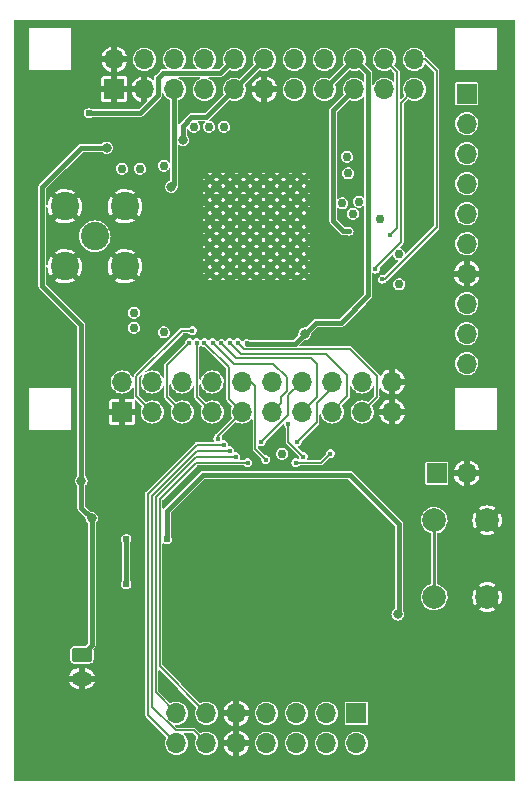
<source format=gbr>
%TF.GenerationSoftware,KiCad,Pcbnew,(6.0.7)*%
%TF.CreationDate,2022-09-29T10:24:13-07:00*%
%TF.ProjectId,sulu_ads1299,73756c75-5f61-4647-9331-3239392e6b69,rev?*%
%TF.SameCoordinates,Original*%
%TF.FileFunction,Copper,L2,Bot*%
%TF.FilePolarity,Positive*%
%FSLAX46Y46*%
G04 Gerber Fmt 4.6, Leading zero omitted, Abs format (unit mm)*
G04 Created by KiCad (PCBNEW (6.0.7)) date 2022-09-29 10:24:13*
%MOMM*%
%LPD*%
G01*
G04 APERTURE LIST*
G04 Aperture macros list*
%AMRoundRect*
0 Rectangle with rounded corners*
0 $1 Rounding radius*
0 $2 $3 $4 $5 $6 $7 $8 $9 X,Y pos of 4 corners*
0 Add a 4 corners polygon primitive as box body*
4,1,4,$2,$3,$4,$5,$6,$7,$8,$9,$2,$3,0*
0 Add four circle primitives for the rounded corners*
1,1,$1+$1,$2,$3*
1,1,$1+$1,$4,$5*
1,1,$1+$1,$6,$7*
1,1,$1+$1,$8,$9*
0 Add four rect primitives between the rounded corners*
20,1,$1+$1,$2,$3,$4,$5,0*
20,1,$1+$1,$4,$5,$6,$7,0*
20,1,$1+$1,$6,$7,$8,$9,0*
20,1,$1+$1,$8,$9,$2,$3,0*%
G04 Aperture macros list end*
%TA.AperFunction,ComponentPad*%
%ADD10C,0.762000*%
%TD*%
%TA.AperFunction,ComponentPad*%
%ADD11C,0.600000*%
%TD*%
%TA.AperFunction,SMDPad,CuDef*%
%ADD12R,1.600000X0.900000*%
%TD*%
%TA.AperFunction,ComponentPad*%
%ADD13R,1.700000X1.700000*%
%TD*%
%TA.AperFunction,ComponentPad*%
%ADD14O,1.700000X1.700000*%
%TD*%
%TA.AperFunction,ComponentPad*%
%ADD15C,0.568750*%
%TD*%
%TA.AperFunction,ComponentPad*%
%ADD16C,2.000000*%
%TD*%
%TA.AperFunction,ComponentPad*%
%ADD17C,2.400000*%
%TD*%
%TA.AperFunction,ComponentPad*%
%ADD18RoundRect,0.250000X-0.625000X0.350000X-0.625000X-0.350000X0.625000X-0.350000X0.625000X0.350000X0*%
%TD*%
%TA.AperFunction,ComponentPad*%
%ADD19O,1.750000X1.200000*%
%TD*%
%TA.AperFunction,ViaPad*%
%ADD20C,0.406400*%
%TD*%
%TA.AperFunction,ViaPad*%
%ADD21C,0.812800*%
%TD*%
%TA.AperFunction,ViaPad*%
%ADD22C,0.609600*%
%TD*%
%TA.AperFunction,Conductor*%
%ADD23C,0.254000*%
%TD*%
%TA.AperFunction,Conductor*%
%ADD24C,0.203200*%
%TD*%
%TA.AperFunction,Conductor*%
%ADD25C,0.406400*%
%TD*%
G04 APERTURE END LIST*
D10*
%TO.P,J8,1,pin*%
%TO.N,Net-(J8-Pad1)*%
X98679000Y-87884000D03*
%TD*%
D11*
%TO.P,U3,9,GND*%
%TO.N,GND*%
X81018000Y-94361000D03*
D12*
X80518000Y-94361000D03*
D11*
X80018000Y-94361000D03*
%TD*%
D10*
%TO.P,J19,1,pin*%
%TO.N,Net-(J19-Pad1)*%
X104648000Y-67564000D03*
%TD*%
%TO.P,J21,1,pin*%
%TO.N,Net-(J21-Pad1)*%
X108585000Y-70993000D03*
%TD*%
%TO.P,J10,1,pin*%
%TO.N,Net-(J10-Pad1)*%
X92456000Y-60198000D03*
%TD*%
%TO.P,J17,1,pin*%
%TO.N,Net-(J17-Pad1)*%
X103759000Y-66675000D03*
%TD*%
%TO.P,J22,1,pin*%
%TO.N,Net-(J22-Pad1)*%
X108585000Y-73533000D03*
%TD*%
%TO.P,J13,1,pin*%
%TO.N,Net-(J13-Pad1)*%
X88646000Y-63500000D03*
%TD*%
D13*
%TO.P,J7,1,Pin_1*%
%TO.N,/ADS_IN1P_CONN*%
X104962000Y-109855000D03*
D14*
%TO.P,J7,2,Pin_2*%
%TO.N,/ADS_IN1N_CONN*%
X104962000Y-112395000D03*
%TO.P,J7,3,Pin_3*%
%TO.N,/ADS_IN2P_CONN*%
X102422000Y-109855000D03*
%TO.P,J7,4,Pin_4*%
%TO.N,/ADS_IN2N_CONN*%
X102422000Y-112395000D03*
%TO.P,J7,5,Pin_5*%
%TO.N,/ADS_IN3P_CONN*%
X99882000Y-109855000D03*
%TO.P,J7,6,Pin_6*%
%TO.N,/ADS_IN3N_CONN*%
X99882000Y-112395000D03*
%TO.P,J7,7,Pin_7*%
%TO.N,/ADS_IN4P_CONN*%
X97342000Y-109855000D03*
%TO.P,J7,8,Pin_8*%
%TO.N,/ADS_IN4N_CONN*%
X97342000Y-112395000D03*
%TO.P,J7,9,Pin_9*%
%TO.N,GND*%
X94802000Y-109855000D03*
%TO.P,J7,10,Pin_10*%
X94802000Y-112395000D03*
%TO.P,J7,11,Pin_11*%
%TO.N,/ADS_GPIO1*%
X92262000Y-109855000D03*
%TO.P,J7,12,Pin_12*%
%TO.N,/ADS_GPIO3*%
X92262000Y-112395000D03*
%TO.P,J7,13,Pin_13*%
%TO.N,/ADS_GPIO2*%
X89722000Y-109855000D03*
%TO.P,J7,14,Pin_14*%
%TO.N,/ADS_GPIO4*%
X89722000Y-112395000D03*
%TD*%
D10*
%TO.P,J25,1,pin*%
%TO.N,Net-(J25-Pad1)*%
X88646000Y-77597000D03*
%TD*%
D15*
%TO.P,U5,101,GND*%
%TO.N,GND*%
X95951250Y-68069250D03*
X100501250Y-66931750D03*
X99363750Y-66931750D03*
X100501250Y-70344250D03*
X94813750Y-70344250D03*
X99363750Y-64656750D03*
X93676250Y-70344250D03*
X97088750Y-68069250D03*
X100501250Y-65794250D03*
X100501250Y-72619250D03*
X95951250Y-69206750D03*
X93676250Y-71481750D03*
X97088750Y-70344250D03*
X99363750Y-70344250D03*
X94813750Y-72619250D03*
X95951250Y-72619250D03*
X94813750Y-66931750D03*
X94813750Y-65794250D03*
X97088750Y-69206750D03*
X97088750Y-72619250D03*
X100501250Y-68069250D03*
X98226250Y-70344250D03*
X98226250Y-72619250D03*
X95951250Y-71481750D03*
X99363750Y-68069250D03*
X98226250Y-65794250D03*
X99363750Y-65794250D03*
X94813750Y-64656750D03*
X97088750Y-66931750D03*
X98226250Y-66931750D03*
X97088750Y-71481750D03*
X92538750Y-69206750D03*
X100501250Y-64656750D03*
X95951250Y-65794250D03*
X94813750Y-69206750D03*
X97088750Y-65794250D03*
X100501250Y-69206750D03*
X93676250Y-72619250D03*
X92538750Y-65794250D03*
X92538750Y-72619250D03*
X98226250Y-69206750D03*
X99363750Y-72619250D03*
X92538750Y-71481750D03*
X98226250Y-68069250D03*
X93676250Y-69206750D03*
X100501250Y-71481750D03*
X93676250Y-68069250D03*
X98226250Y-71481750D03*
X99363750Y-69206750D03*
X92538750Y-64656750D03*
X93676250Y-65794250D03*
X95951250Y-66931750D03*
X94813750Y-68069250D03*
X94813750Y-71481750D03*
X98226250Y-64656750D03*
X95951250Y-64656750D03*
X99363750Y-71481750D03*
X97088750Y-64656750D03*
X93676250Y-66931750D03*
X95951250Y-70344250D03*
X92538750Y-66931750D03*
X92538750Y-70344250D03*
X93676250Y-64656750D03*
X92538750Y-68069250D03*
%TD*%
D10*
%TO.P,J9,1,pin*%
%TO.N,Net-(J9-Pad1)*%
X91186000Y-60198000D03*
%TD*%
%TO.P,J20,1,pin*%
%TO.N,Net-(J20-Pad1)*%
X106934000Y-68021200D03*
%TD*%
D16*
%TO.P,SW1,1,1*%
%TO.N,/~{ADS_RESET}*%
X111542000Y-93524000D03*
X111542000Y-100024000D03*
%TO.P,SW1,2,2*%
%TO.N,GND*%
X116042000Y-100024000D03*
X116042000Y-93524000D03*
%TD*%
D10*
%TO.P,J12,1,pin*%
%TO.N,Net-(J12-Pad1)*%
X104140000Y-62738000D03*
%TD*%
%TO.P,J16,1,pin*%
%TO.N,Net-(J16-Pad1)*%
X85090000Y-63754000D03*
%TD*%
%TO.P,J24,1,pin*%
%TO.N,Net-(J24-Pad1)*%
X86106000Y-77216000D03*
%TD*%
%TO.P,J15,1,pin*%
%TO.N,Net-(J15-Pad1)*%
X104267000Y-64135000D03*
%TD*%
%TO.P,J11,1,pin*%
%TO.N,Net-(J11-Pad1)*%
X93726000Y-60198000D03*
%TD*%
%TO.P,J23,1,pin*%
%TO.N,Net-(J23-Pad1)*%
X86106000Y-75946000D03*
%TD*%
%TO.P,J14,1,pin*%
%TO.N,Net-(J14-Pad1)*%
X86614000Y-63754000D03*
%TD*%
D17*
%TO.P,J1,1,1*%
%TO.N,/SCuM-3C/ANTENNA*%
X82804000Y-69469000D03*
%TO.P,J1,2,2*%
%TO.N,GND*%
X80264000Y-66929000D03*
%TO.P,J1,3,2*%
X85344000Y-66929000D03*
%TO.P,J1,4,2*%
X80264000Y-72009000D03*
%TO.P,J1,5,2*%
X85344000Y-72009000D03*
%TD*%
D18*
%TO.P,J6,1,Pin_1*%
%TO.N,+EXT_BAT*%
X81703000Y-104918000D03*
D19*
%TO.P,J6,2,Pin_2*%
%TO.N,GND*%
X81703000Y-106918000D03*
%TD*%
D10*
%TO.P,J18,1,pin*%
%TO.N,Net-(J18-Pad1)*%
X105156000Y-66548000D03*
%TD*%
D13*
%TO.P,J2,1,Pin_1*%
%TO.N,/~{ADS_PWDN}*%
X111760000Y-89535000D03*
D14*
%TO.P,J2,2,Pin_2*%
%TO.N,GND*%
X114300000Y-89535000D03*
%TD*%
D13*
%TO.P,J3,1,Pin_1*%
%TO.N,+VBAT*%
X114300000Y-57404000D03*
D14*
%TO.P,J3,2,Pin_2*%
%TO.N,+NRF_VDDD*%
X114300000Y-59944000D03*
%TO.P,J3,3,Pin_3*%
%TO.N,+NRF_GND*%
X114300000Y-62484000D03*
%TO.P,J3,4,Pin_4*%
%TO.N,/HARD_RESET*%
X114300000Y-65024000D03*
%TO.P,J3,5,Pin_5*%
%TO.N,/3WB_DATA*%
X114300000Y-67564000D03*
%TO.P,J3,6,Pin_6*%
%TO.N,/3WB_ENB*%
X114300000Y-70104000D03*
%TO.P,J3,7,Pin_7*%
%TO.N,GND*%
X114300000Y-72644000D03*
%TO.P,J3,8,Pin_8*%
%TO.N,/3WB_CLK*%
X114300000Y-75184000D03*
%TO.P,J3,9,Pin_9*%
%TO.N,/RsRx*%
X114300000Y-77724000D03*
%TO.P,J3,10,Pin_10*%
%TO.N,/RsTx*%
X114300000Y-80264000D03*
%TD*%
D13*
%TO.P,J4,1,Pin_1*%
%TO.N,GND*%
X85120000Y-84348000D03*
D14*
%TO.P,J4,2,Pin_2*%
%TO.N,/SCUM_GPIO1*%
X85120000Y-81808000D03*
%TO.P,J4,3,Pin_3*%
%TO.N,/SCUM_GPIO0*%
X87660000Y-84348000D03*
%TO.P,J4,4,Pin_4*%
%TO.N,/SCUM_GPIO8*%
X87660000Y-81808000D03*
%TO.P,J4,5,Pin_5*%
%TO.N,/SCUM_GPIO1*%
X90200000Y-84348000D03*
%TO.P,J4,6,Pin_6*%
%TO.N,/SCUM_GPIO9*%
X90200000Y-81808000D03*
%TO.P,J4,7,Pin_7*%
%TO.N,/SCUM_GPIO2*%
X92740000Y-84348000D03*
%TO.P,J4,8,Pin_8*%
%TO.N,/SCUM_GPIO10*%
X92740000Y-81808000D03*
%TO.P,J4,9,Pin_9*%
%TO.N,/SCUM_GPIO3*%
X95280000Y-84348000D03*
%TO.P,J4,10,Pin_10*%
%TO.N,/SCUM_GPIO11*%
X95280000Y-81808000D03*
%TO.P,J4,11,Pin_11*%
%TO.N,/SCUM_GPIO4*%
X97820000Y-84348000D03*
%TO.P,J4,12,Pin_12*%
%TO.N,/SCUM_GPIO12*%
X97820000Y-81808000D03*
%TO.P,J4,13,Pin_13*%
%TO.N,/SCUM_GPIO5*%
X100360000Y-84348000D03*
%TO.P,J4,14,Pin_14*%
%TO.N,/SCUM_GPIO13*%
X100360000Y-81808000D03*
%TO.P,J4,15,Pin_15*%
%TO.N,/SCUM_GPIO6*%
X102900000Y-84348000D03*
%TO.P,J4,16,Pin_16*%
%TO.N,/SCUM_GPIO14*%
X102900000Y-81808000D03*
%TO.P,J4,17,Pin_17*%
%TO.N,/SCUM_GPIO7*%
X105440000Y-84348000D03*
%TO.P,J4,18,Pin_18*%
%TO.N,/SCUM_GPIO15*%
X105440000Y-81808000D03*
%TO.P,J4,19,Pin_19*%
%TO.N,GND*%
X107980000Y-84348000D03*
%TO.P,J4,20,Pin_20*%
X107980000Y-81808000D03*
%TD*%
D13*
%TO.P,J5,1,Pin_1*%
%TO.N,GND*%
X84455000Y-57023000D03*
D14*
%TO.P,J5,2,Pin_2*%
X84455000Y-54483000D03*
%TO.P,J5,3,Pin_3*%
X86995000Y-57023000D03*
%TO.P,J5,4,Pin_4*%
%TO.N,+1.8V_REG*%
X86995000Y-54483000D03*
%TO.P,J5,5,Pin_5*%
%TO.N,+VBAT*%
X89535000Y-57023000D03*
%TO.P,J5,6,Pin_6*%
%TO.N,+1.8V_REG*%
X89535000Y-54483000D03*
%TO.P,J5,7,Pin_7*%
%TO.N,+VDDD*%
X92075000Y-57023000D03*
%TO.P,J5,8,Pin_8*%
%TO.N,+1.1V_REG*%
X92075000Y-54483000D03*
%TO.P,J5,9,Pin_9*%
%TO.N,+EXT_BAT*%
X94615000Y-57023000D03*
%TO.P,J5,10,Pin_10*%
%TO.N,/1.1V_IN*%
X94615000Y-54483000D03*
%TO.P,J5,11,Pin_11*%
%TO.N,GND*%
X97155000Y-57023000D03*
%TO.P,J5,12,Pin_12*%
%TO.N,+EXT_BAT*%
X97155000Y-54483000D03*
%TO.P,J5,13,Pin_13*%
%TO.N,+VDDIO*%
X99695000Y-57023000D03*
%TO.P,J5,14,Pin_14*%
%TO.N,/IMU_VDDIO*%
X99695000Y-54483000D03*
%TO.P,J5,15,Pin_15*%
%TO.N,+VDDIO*%
X102235000Y-57023000D03*
%TO.P,J5,16,Pin_16*%
%TO.N,/IMU_VDD*%
X102235000Y-54483000D03*
%TO.P,J5,17,Pin_17*%
%TO.N,+VBAT*%
X104775000Y-57023000D03*
%TO.P,J5,18,Pin_18*%
%TO.N,+VDDIO*%
X104775000Y-54483000D03*
%TO.P,J5,19,Pin_19*%
%TO.N,+VDDD*%
X107315000Y-57023000D03*
%TO.P,J5,20,Pin_20*%
%TO.N,/BOOT_SOURCE_SEL*%
X107315000Y-54483000D03*
%TO.P,J5,21,Pin_21*%
%TO.N,/SENSOR_EXT_IN*%
X109855000Y-57023000D03*
%TO.P,J5,22,Pin_22*%
%TO.N,/SENSOR_LDO_OUTPUT*%
X109855000Y-54483000D03*
%TD*%
D20*
%TO.N,/~{ADS_PWDN}*%
X102743000Y-87884000D03*
X99822000Y-88646000D03*
D21*
%TO.N,+5V_REG*%
X108458000Y-101473000D03*
D22*
X88900000Y-95123000D03*
X85471000Y-98933000D03*
X85471000Y-95123000D03*
D20*
%TO.N,GND*%
X96266000Y-88138000D03*
D21*
%TO.N,+EXT_BAT*%
X81661000Y-90170000D03*
X82550000Y-93345000D03*
X90271600Y-61315600D03*
X83820000Y-61976000D03*
D20*
%TO.N,/SCUM_GPIO12*%
X100457000Y-88138000D03*
X99187000Y-85344000D03*
%TO.N,/SCUM_GPIO11*%
X97282000Y-88392000D03*
%TO.N,/SCUM_GPIO14*%
X99949000Y-86868000D03*
%TO.N,/ADS_GPIO1*%
X95758000Y-88646000D03*
%TO.N,/SCUM_GPIO13*%
X96901000Y-86868000D03*
%TO.N,/ADS_GPIO2*%
X94742000Y-88138000D03*
%TO.N,/ADS_GPIO3*%
X94234000Y-87630000D03*
%TO.N,/ADS_GPIO4*%
X93726000Y-87122000D03*
%TO.N,/SCUM_GPIO6*%
X94234000Y-78486000D03*
D21*
%TO.N,+VBAT*%
X89281000Y-65272500D03*
D20*
X104343200Y-69037200D03*
D22*
%TO.N,/1.1V_IN*%
X82296000Y-59055000D03*
D20*
%TO.N,+VDDIO*%
X95656400Y-78536800D03*
D21*
X100584000Y-77724000D03*
D20*
%TO.N,/BOOT_SOURCE_SEL*%
X107823000Y-69342000D03*
%TO.N,/SENSOR_EXT_IN*%
X106553000Y-72263000D03*
%TO.N,/SENSOR_LDO_OUTPUT*%
X107137200Y-73101200D03*
%TO.N,/SCUM_GPIO1*%
X90805000Y-78486000D03*
%TO.N,/SCUM_GPIO0*%
X91059000Y-77470000D03*
%TO.N,/SCUM_GPIO2*%
X91440000Y-78486000D03*
%TO.N,/SCUM_GPIO3*%
X93218000Y-86614000D03*
X92075000Y-78486000D03*
%TO.N,/SCUM_GPIO4*%
X92780811Y-78474769D03*
%TO.N,/SCUM_GPIO5*%
X93524706Y-78534935D03*
%TO.N,/SCUM_GPIO7*%
X94894400Y-78486000D03*
%TD*%
D23*
%TO.N,/~{ADS_RESET}*%
X111542000Y-100024000D02*
X111542000Y-93524000D01*
D24*
%TO.N,/~{ADS_PWDN}*%
X99822000Y-88646000D02*
X101981000Y-88646000D01*
X101981000Y-88646000D02*
X102743000Y-87884000D01*
D25*
%TO.N,+5V_REG*%
X108585000Y-101346000D02*
X108458000Y-101473000D01*
X91948000Y-89662000D02*
X104394000Y-89662000D01*
X88900000Y-95123000D02*
X88900000Y-92710000D01*
X85471000Y-95123000D02*
X85471000Y-98933000D01*
X108585000Y-93853000D02*
X108585000Y-101346000D01*
X104394000Y-89662000D02*
X108585000Y-93853000D01*
X88900000Y-92710000D02*
X91948000Y-89662000D01*
%TO.N,+EXT_BAT*%
X94615000Y-57023000D02*
X97155000Y-54483000D01*
X92251614Y-59386386D02*
X90981614Y-59386386D01*
X78359000Y-65278000D02*
X81661000Y-61976000D01*
X81661000Y-76962000D02*
X78359000Y-73660000D01*
X81661000Y-92456000D02*
X82550000Y-93345000D01*
X82550000Y-104071000D02*
X81703000Y-104918000D01*
X90981614Y-59386386D02*
X90271600Y-60096400D01*
X90271600Y-60096400D02*
X90271600Y-61315600D01*
X81661000Y-90170000D02*
X81661000Y-92456000D01*
X78359000Y-73660000D02*
X78359000Y-65278000D01*
X94615000Y-57023000D02*
X92251614Y-59386386D01*
X81661000Y-61976000D02*
X83820000Y-61976000D01*
X81661000Y-90170000D02*
X81661000Y-76962000D01*
X82550000Y-93345000D02*
X82550000Y-104071000D01*
D24*
%TO.N,/SCUM_GPIO12*%
X99187000Y-86868000D02*
X99187000Y-85344000D01*
X100457000Y-88138000D02*
X99187000Y-86868000D01*
%TO.N,/SCUM_GPIO11*%
X96012000Y-81788000D02*
X95250000Y-81788000D01*
X96393000Y-82169000D02*
X96012000Y-81788000D01*
X96393000Y-87503000D02*
X96393000Y-82169000D01*
X97282000Y-88392000D02*
X96393000Y-87503000D01*
%TO.N,/SCUM_GPIO14*%
X102870000Y-82296000D02*
X101600000Y-83566000D01*
X102870000Y-81788000D02*
X102870000Y-82296000D01*
X101600000Y-85217000D02*
X99949000Y-86868000D01*
X101600000Y-83566000D02*
X101600000Y-85217000D01*
%TO.N,/ADS_GPIO1*%
X91364490Y-88646000D02*
X88296942Y-91713548D01*
X88296942Y-91713548D02*
X88296942Y-105889942D01*
X95758000Y-88646000D02*
X91364490Y-88646000D01*
X88296942Y-105889942D02*
X92262000Y-109855000D01*
%TO.N,/SCUM_GPIO13*%
X99198800Y-84570200D02*
X99198800Y-82919200D01*
X99198800Y-82919200D02*
X100330000Y-81788000D01*
X96901000Y-86868000D02*
X99198800Y-84570200D01*
%TO.N,/ADS_GPIO2*%
X91405516Y-88138000D02*
X87966742Y-91576774D01*
X87966742Y-91576774D02*
X87966742Y-108099742D01*
X94742000Y-88138000D02*
X91405516Y-88138000D01*
X87966742Y-108099742D02*
X89722000Y-109855000D01*
%TO.N,/ADS_GPIO3*%
X91183400Y-111316400D02*
X92262000Y-112395000D01*
X89658029Y-111316400D02*
X91183400Y-111316400D01*
X87636542Y-91440000D02*
X87636542Y-109294913D01*
X91446542Y-87630000D02*
X87636542Y-91440000D01*
X87636542Y-109294913D02*
X89658029Y-111316400D01*
X94234000Y-87630000D02*
X91446542Y-87630000D01*
%TO.N,/ADS_GPIO4*%
X87306342Y-91255658D02*
X87306342Y-109979342D01*
X87306342Y-109979342D02*
X89722000Y-112395000D01*
X93726000Y-87122000D02*
X91440000Y-87122000D01*
X91440000Y-87122000D02*
X87306342Y-91255658D01*
%TO.N,/SCUM_GPIO6*%
X104177371Y-83020629D02*
X104177371Y-81202686D01*
X104177371Y-81202686D02*
X102399985Y-79425300D01*
X102870000Y-84328000D02*
X104177371Y-83020629D01*
X102399985Y-79425300D02*
X95173300Y-79425300D01*
X95173300Y-79425300D02*
X94234000Y-78486000D01*
D25*
%TO.N,+VBAT*%
X89535000Y-65018500D02*
X89281000Y-65272500D01*
X102997000Y-58801000D02*
X102997000Y-68199000D01*
X89535000Y-57023000D02*
X89535000Y-65018500D01*
X103835200Y-69037200D02*
X104343200Y-69037200D01*
X102997000Y-68199000D02*
X103835200Y-69037200D01*
X104775000Y-57023000D02*
X102997000Y-58801000D01*
%TO.N,/1.1V_IN*%
X88175200Y-56054001D02*
X88175200Y-57511855D01*
X86632055Y-59055000D02*
X82296000Y-59055000D01*
X88566001Y-55663200D02*
X88175200Y-56054001D01*
X94615000Y-54483000D02*
X93434800Y-55663200D01*
X93434800Y-55663200D02*
X88566001Y-55663200D01*
X88175200Y-57511855D02*
X86632055Y-59055000D01*
%TO.N,+VDDIO*%
X100584000Y-77724000D02*
X101498400Y-76809600D01*
X100584000Y-77724000D02*
X99745800Y-78562200D01*
X99745800Y-78562200D02*
X96570800Y-78562200D01*
X105955200Y-55663200D02*
X104775000Y-54483000D01*
X105955200Y-74486400D02*
X105955200Y-55663200D01*
X101498400Y-76809600D02*
X103632000Y-76809600D01*
X102235000Y-57023000D02*
X104775000Y-54483000D01*
X95681800Y-78562200D02*
X95656400Y-78536800D01*
X103632000Y-76809600D02*
X105955200Y-74486400D01*
X96570800Y-78562200D02*
X95681800Y-78562200D01*
D24*
%TO.N,/BOOT_SOURCE_SEL*%
X107315000Y-54483000D02*
X108393600Y-55561600D01*
X108393600Y-68771400D02*
X107823000Y-69342000D01*
X108393600Y-67374400D02*
X108393600Y-68771400D01*
X108393600Y-55561600D02*
X108393600Y-67374400D01*
%TO.N,/SENSOR_EXT_IN*%
X108723800Y-58154200D02*
X108723800Y-68707000D01*
X108723800Y-69992095D02*
X106553000Y-72162895D01*
X108723800Y-68707000D02*
X108723800Y-69992095D01*
X106553000Y-72162895D02*
X106553000Y-72263000D01*
X109855000Y-57023000D02*
X108723800Y-58154200D01*
%TO.N,/SENSOR_LDO_OUTPUT*%
X110744000Y-54483000D02*
X109855000Y-54483000D01*
X111760000Y-68680105D02*
X111760000Y-55499000D01*
X107338905Y-73101200D02*
X111760000Y-68680105D01*
X111760000Y-55499000D02*
X110744000Y-54483000D01*
X107137200Y-73101200D02*
X107338905Y-73101200D01*
%TO.N,/SCUM_GPIO1*%
X88900000Y-83058000D02*
X88900000Y-80391000D01*
X88900000Y-80391000D02*
X90805000Y-78486000D01*
X90170000Y-84328000D02*
X88900000Y-83058000D01*
%TO.N,/SCUM_GPIO0*%
X86322629Y-83020629D02*
X87630000Y-84328000D01*
X90170000Y-77470000D02*
X86322629Y-81317371D01*
X91059000Y-77470000D02*
X90170000Y-77470000D01*
X86322629Y-81317371D02*
X86322629Y-83020629D01*
%TO.N,/SCUM_GPIO2*%
X92710000Y-84328000D02*
X91440000Y-83058000D01*
X91440000Y-83058000D02*
X91440000Y-78486000D01*
%TO.N,/SCUM_GPIO3*%
X95250000Y-84328000D02*
X93218000Y-86360000D01*
X94171400Y-80582400D02*
X92075000Y-78486000D01*
X93218000Y-86360000D02*
X93218000Y-86614000D01*
X94171400Y-83249400D02*
X94171400Y-80582400D01*
X95250000Y-84328000D02*
X94171400Y-83249400D01*
%TO.N,/SCUM_GPIO4*%
X94570042Y-80264000D02*
X92780811Y-78474769D01*
X99060000Y-82591027D02*
X99060000Y-81407000D01*
X99060000Y-81407000D02*
X97917000Y-80264000D01*
X97917000Y-80264000D02*
X94570042Y-80264000D01*
X98593027Y-83574973D02*
X97820000Y-84348000D01*
X98593027Y-83058000D02*
X99060000Y-82591027D01*
X98593027Y-83058000D02*
X98593027Y-83574973D01*
%TO.N,/SCUM_GPIO5*%
X101600000Y-83058000D02*
X101600000Y-80264000D01*
X101600000Y-80264000D02*
X101092000Y-79756000D01*
X100330000Y-84328000D02*
X101600000Y-83058000D01*
X101092000Y-79756000D02*
X94745771Y-79756000D01*
X94745771Y-79756000D02*
X93524706Y-78534935D01*
%TO.N,/SCUM_GPIO7*%
X106680000Y-81280000D02*
X104410000Y-79010000D01*
X104410000Y-79010000D02*
X95418400Y-79010000D01*
X95418400Y-79010000D02*
X94894400Y-78486000D01*
X105410000Y-84328000D02*
X106680000Y-83058000D01*
X106680000Y-83058000D02*
X106680000Y-81280000D01*
%TD*%
%TA.AperFunction,Conductor*%
%TO.N,GND*%
G36*
X118345194Y-51199806D02*
G01*
X118363500Y-51244000D01*
X118363500Y-115507000D01*
X118345194Y-115551194D01*
X118301000Y-115569500D01*
X76009000Y-115569500D01*
X75964806Y-115551194D01*
X75946500Y-115507000D01*
X75946500Y-107179466D01*
X80614204Y-107179466D01*
X80628390Y-107230968D01*
X80630869Y-107237230D01*
X80714248Y-107395372D01*
X80718012Y-107400953D01*
X80833406Y-107537503D01*
X80838281Y-107542146D01*
X80980312Y-107650737D01*
X80986059Y-107654217D01*
X81148095Y-107729776D01*
X81154463Y-107731944D01*
X81329739Y-107771122D01*
X81334805Y-107771825D01*
X81337067Y-107771952D01*
X81338805Y-107772000D01*
X81436569Y-107772000D01*
X81445359Y-107768359D01*
X81449000Y-107759569D01*
X81957000Y-107759569D01*
X81960641Y-107768359D01*
X81969431Y-107772000D01*
X82022671Y-107772000D01*
X82026039Y-107771817D01*
X82159097Y-107757363D01*
X82165672Y-107755918D01*
X82335123Y-107698891D01*
X82341220Y-107696074D01*
X82494469Y-107603992D01*
X82499832Y-107599921D01*
X82629730Y-107477083D01*
X82634093Y-107471957D01*
X82734580Y-107324095D01*
X82737741Y-107318150D01*
X82791580Y-107183543D01*
X82791464Y-107174028D01*
X82789386Y-107172000D01*
X81969431Y-107172000D01*
X81960641Y-107175641D01*
X81957000Y-107184431D01*
X81957000Y-107759569D01*
X81449000Y-107759569D01*
X81449000Y-107184431D01*
X81445359Y-107175641D01*
X81436569Y-107172000D01*
X80624578Y-107172000D01*
X80615788Y-107175641D01*
X80614204Y-107179466D01*
X75946500Y-107179466D01*
X75946500Y-106652457D01*
X80614420Y-106652457D01*
X80614536Y-106661972D01*
X80616614Y-106664000D01*
X81436569Y-106664000D01*
X81445359Y-106660359D01*
X81449000Y-106651569D01*
X81957000Y-106651569D01*
X81960641Y-106660359D01*
X81969431Y-106664000D01*
X82781422Y-106664000D01*
X82790212Y-106660359D01*
X82791796Y-106656534D01*
X82777610Y-106605032D01*
X82775131Y-106598770D01*
X82691752Y-106440628D01*
X82687988Y-106435047D01*
X82572594Y-106298497D01*
X82567719Y-106293854D01*
X82425688Y-106185263D01*
X82419941Y-106181783D01*
X82257905Y-106106224D01*
X82251537Y-106104056D01*
X82076261Y-106064878D01*
X82071195Y-106064175D01*
X82068933Y-106064048D01*
X82067195Y-106064000D01*
X81969431Y-106064000D01*
X81960641Y-106067641D01*
X81957000Y-106076431D01*
X81957000Y-106651569D01*
X81449000Y-106651569D01*
X81449000Y-106076431D01*
X81445359Y-106067641D01*
X81436569Y-106064000D01*
X81383329Y-106064000D01*
X81379961Y-106064183D01*
X81246903Y-106078637D01*
X81240328Y-106080082D01*
X81070877Y-106137109D01*
X81064780Y-106139926D01*
X80911531Y-106232008D01*
X80906168Y-106236079D01*
X80776270Y-106358917D01*
X80771907Y-106364043D01*
X80671420Y-106511905D01*
X80668259Y-106517850D01*
X80614420Y-106652457D01*
X75946500Y-106652457D01*
X75946500Y-85852000D01*
X77216000Y-85852000D01*
X80772000Y-85852000D01*
X80772000Y-82296000D01*
X77216000Y-82296000D01*
X77216000Y-85852000D01*
X75946500Y-85852000D01*
X75946500Y-73689267D01*
X78024476Y-73689267D01*
X78031578Y-73715773D01*
X78035124Y-73729007D01*
X78036304Y-73734329D01*
X78043449Y-73774851D01*
X78046724Y-73780523D01*
X78052965Y-73795591D01*
X78054660Y-73801916D01*
X78057795Y-73806393D01*
X78078257Y-73835617D01*
X78081186Y-73840214D01*
X78099027Y-73871114D01*
X78101761Y-73875849D01*
X78105949Y-73879363D01*
X78133285Y-73902301D01*
X78137305Y-73905985D01*
X81311994Y-77080674D01*
X81330300Y-77124868D01*
X81330300Y-89719967D01*
X81311994Y-89764161D01*
X81305848Y-89769551D01*
X81284550Y-89785894D01*
X81280218Y-89789218D01*
X81277728Y-89792463D01*
X81277727Y-89792464D01*
X81237429Y-89844982D01*
X81194639Y-89900747D01*
X81140842Y-90030624D01*
X81140307Y-90034686D01*
X81140307Y-90034687D01*
X81132800Y-90091708D01*
X81122493Y-90170000D01*
X81140842Y-90309376D01*
X81142410Y-90313161D01*
X81142410Y-90313162D01*
X81190273Y-90428713D01*
X81194639Y-90439253D01*
X81280218Y-90550782D01*
X81283463Y-90553272D01*
X81283466Y-90553275D01*
X81305848Y-90570449D01*
X81329765Y-90611876D01*
X81330300Y-90620033D01*
X81330300Y-92438830D01*
X81330062Y-92444277D01*
X81326476Y-92485267D01*
X81335027Y-92517181D01*
X81337124Y-92525007D01*
X81338304Y-92530329D01*
X81345449Y-92570851D01*
X81348724Y-92576523D01*
X81354965Y-92591591D01*
X81356660Y-92597916D01*
X81359795Y-92602393D01*
X81380257Y-92631617D01*
X81383186Y-92636214D01*
X81384424Y-92638358D01*
X81403761Y-92671849D01*
X81428997Y-92693025D01*
X81435285Y-92698301D01*
X81439305Y-92701985D01*
X81997939Y-93260619D01*
X82016245Y-93304813D01*
X82015710Y-93312968D01*
X82011493Y-93345000D01*
X82029842Y-93484376D01*
X82031410Y-93488161D01*
X82031410Y-93488162D01*
X82049896Y-93532790D01*
X82083639Y-93614253D01*
X82126429Y-93670018D01*
X82154505Y-93706607D01*
X82169218Y-93725782D01*
X82172463Y-93728272D01*
X82172466Y-93728275D01*
X82194848Y-93745449D01*
X82218765Y-93786876D01*
X82219300Y-93795033D01*
X82219300Y-103908132D01*
X82200994Y-103952326D01*
X81981126Y-104172194D01*
X81936932Y-104190500D01*
X81116706Y-104190501D01*
X81042220Y-104190501D01*
X80968021Y-104201422D01*
X80963663Y-104203562D01*
X80963662Y-104203562D01*
X80859845Y-104254534D01*
X80859844Y-104254535D01*
X80855210Y-104256810D01*
X80851564Y-104260462D01*
X80851563Y-104260463D01*
X80770070Y-104342098D01*
X80770068Y-104342100D01*
X80766422Y-104345753D01*
X80711231Y-104458661D01*
X80700500Y-104532219D01*
X80700501Y-105303780D01*
X80711422Y-105377979D01*
X80766810Y-105490790D01*
X80770462Y-105494436D01*
X80770463Y-105494437D01*
X80852098Y-105575930D01*
X80852100Y-105575932D01*
X80855753Y-105579578D01*
X80968661Y-105634769D01*
X80973464Y-105635470D01*
X80973465Y-105635470D01*
X80995440Y-105638676D01*
X81042219Y-105645500D01*
X81701255Y-105645500D01*
X82363780Y-105645499D01*
X82437979Y-105634578D01*
X82442338Y-105632438D01*
X82546155Y-105581466D01*
X82546156Y-105581465D01*
X82550790Y-105579190D01*
X82554437Y-105575537D01*
X82635930Y-105493902D01*
X82635932Y-105493900D01*
X82639578Y-105490247D01*
X82656923Y-105454764D01*
X82692638Y-105381699D01*
X82692638Y-105381698D01*
X82694769Y-105377339D01*
X82705500Y-105303781D01*
X82705499Y-104532220D01*
X82694578Y-104458021D01*
X82692437Y-104453661D01*
X82690996Y-104449023D01*
X82692798Y-104448463D01*
X82690185Y-104407545D01*
X82705140Y-104383540D01*
X82771695Y-104316985D01*
X82775715Y-104313301D01*
X82803051Y-104290363D01*
X82807239Y-104286849D01*
X82809973Y-104282114D01*
X82827814Y-104251214D01*
X82830743Y-104246617D01*
X82851205Y-104217393D01*
X82854340Y-104212916D01*
X82856035Y-104206591D01*
X82862276Y-104191523D01*
X82865551Y-104185851D01*
X82872696Y-104145329D01*
X82873876Y-104140007D01*
X82883108Y-104105550D01*
X82884524Y-104100267D01*
X82880938Y-104059277D01*
X82880700Y-104053830D01*
X82880700Y-98927664D01*
X85034288Y-98927664D01*
X85034865Y-98932077D01*
X85034865Y-98932079D01*
X85049766Y-99046031D01*
X85050344Y-99050449D01*
X85052137Y-99054525D01*
X85052138Y-99054527D01*
X85098421Y-99159714D01*
X85100216Y-99163793D01*
X85103081Y-99167201D01*
X85103082Y-99167203D01*
X85152927Y-99226500D01*
X85179895Y-99258583D01*
X85282976Y-99327200D01*
X85401173Y-99364127D01*
X85405623Y-99364209D01*
X85405626Y-99364209D01*
X85520535Y-99366315D01*
X85520538Y-99366315D01*
X85524982Y-99366396D01*
X85608330Y-99343673D01*
X85640151Y-99334998D01*
X85640154Y-99334997D01*
X85644452Y-99333825D01*
X85749979Y-99269031D01*
X85833078Y-99177225D01*
X85887070Y-99065785D01*
X85895778Y-99014027D01*
X85907214Y-98946057D01*
X85907214Y-98946052D01*
X85907615Y-98943671D01*
X85907681Y-98938300D01*
X85907716Y-98935415D01*
X85907716Y-98935410D01*
X85907745Y-98933000D01*
X85890190Y-98810420D01*
X85838937Y-98697695D01*
X85816852Y-98672064D01*
X85801700Y-98631267D01*
X85801700Y-95425976D01*
X85817863Y-95384034D01*
X85830091Y-95370525D01*
X85833078Y-95367225D01*
X85887070Y-95255785D01*
X85907615Y-95133671D01*
X85907745Y-95123000D01*
X85890190Y-95000420D01*
X85873516Y-94963747D01*
X85840780Y-94891747D01*
X85840778Y-94891743D01*
X85838937Y-94887695D01*
X85758105Y-94793885D01*
X85654194Y-94726533D01*
X85584611Y-94705723D01*
X85539823Y-94692328D01*
X85539820Y-94692328D01*
X85535555Y-94691052D01*
X85474597Y-94690680D01*
X85416180Y-94690323D01*
X85416179Y-94690323D01*
X85411727Y-94690296D01*
X85292664Y-94724324D01*
X85187937Y-94790402D01*
X85184994Y-94793734D01*
X85184992Y-94793736D01*
X85140300Y-94844340D01*
X85105965Y-94883217D01*
X85053339Y-94995308D01*
X85034288Y-95117664D01*
X85034865Y-95122077D01*
X85034865Y-95122079D01*
X85036064Y-95131248D01*
X85050344Y-95240449D01*
X85100216Y-95353793D01*
X85103081Y-95357201D01*
X85103082Y-95357203D01*
X85125643Y-95384042D01*
X85140300Y-95424258D01*
X85140300Y-98630692D01*
X85124646Y-98672065D01*
X85105965Y-98693217D01*
X85053339Y-98805308D01*
X85034288Y-98927664D01*
X82880700Y-98927664D01*
X82880700Y-93795033D01*
X82899006Y-93750839D01*
X82905152Y-93745449D01*
X82927534Y-93728275D01*
X82927537Y-93728272D01*
X82930782Y-93725782D01*
X82945496Y-93706607D01*
X82973571Y-93670018D01*
X83016361Y-93614253D01*
X83050104Y-93532790D01*
X83068590Y-93488162D01*
X83068590Y-93488161D01*
X83070158Y-93484376D01*
X83088507Y-93345000D01*
X83084906Y-93317649D01*
X83070693Y-93209687D01*
X83070693Y-93209686D01*
X83070158Y-93205624D01*
X83016361Y-93075747D01*
X82930782Y-92964218D01*
X82819254Y-92878639D01*
X82725862Y-92839955D01*
X82693157Y-92826408D01*
X82693156Y-92826408D01*
X82689376Y-92824842D01*
X82685320Y-92824308D01*
X82685316Y-92824307D01*
X82554064Y-92807028D01*
X82550000Y-92806493D01*
X82517971Y-92810710D01*
X82471766Y-92798330D01*
X82465619Y-92792939D01*
X82010006Y-92337326D01*
X81991700Y-92293132D01*
X81991700Y-90620033D01*
X82010006Y-90575839D01*
X82016152Y-90570449D01*
X82038534Y-90553275D01*
X82038537Y-90553272D01*
X82041782Y-90550782D01*
X82127361Y-90439253D01*
X82131727Y-90428713D01*
X82179590Y-90313162D01*
X82179590Y-90313161D01*
X82181158Y-90309376D01*
X82199507Y-90170000D01*
X82189200Y-90091708D01*
X82181693Y-90034687D01*
X82181693Y-90034686D01*
X82181158Y-90030624D01*
X82127361Y-89900747D01*
X82084571Y-89844982D01*
X82044273Y-89792464D01*
X82044272Y-89792463D01*
X82041782Y-89789218D01*
X82038537Y-89786728D01*
X82038534Y-89786725D01*
X82016152Y-89769551D01*
X81992235Y-89728124D01*
X81991700Y-89719967D01*
X81991700Y-85219945D01*
X84016001Y-85219945D01*
X84016600Y-85226030D01*
X84029536Y-85291068D01*
X84034157Y-85302224D01*
X84083457Y-85376007D01*
X84091993Y-85384543D01*
X84165775Y-85433843D01*
X84176933Y-85438464D01*
X84241970Y-85451401D01*
X84248054Y-85452000D01*
X84853569Y-85452000D01*
X84862359Y-85448359D01*
X84866000Y-85439569D01*
X84866000Y-85439568D01*
X85374000Y-85439568D01*
X85377641Y-85448358D01*
X85386431Y-85451999D01*
X85991945Y-85451999D01*
X85998030Y-85451400D01*
X86063068Y-85438464D01*
X86074224Y-85433843D01*
X86148007Y-85384543D01*
X86156543Y-85376007D01*
X86205843Y-85302225D01*
X86210464Y-85291067D01*
X86223401Y-85226030D01*
X86224000Y-85219946D01*
X86224000Y-84614431D01*
X86220359Y-84605641D01*
X86211569Y-84602000D01*
X85386431Y-84602000D01*
X85377641Y-84605641D01*
X85374000Y-84614431D01*
X85374000Y-85439568D01*
X84866000Y-85439568D01*
X84866000Y-84614431D01*
X84862359Y-84605641D01*
X84853569Y-84602000D01*
X84028432Y-84602000D01*
X84019642Y-84605641D01*
X84016001Y-84614431D01*
X84016001Y-85219945D01*
X81991700Y-85219945D01*
X81991700Y-84081569D01*
X84016000Y-84081569D01*
X84019641Y-84090359D01*
X84028431Y-84094000D01*
X84853569Y-84094000D01*
X84862359Y-84090359D01*
X84866000Y-84081569D01*
X84866000Y-83256432D01*
X84862359Y-83247642D01*
X84853569Y-83244001D01*
X84248055Y-83244001D01*
X84241970Y-83244600D01*
X84176932Y-83257536D01*
X84165776Y-83262157D01*
X84091993Y-83311457D01*
X84083457Y-83319993D01*
X84034157Y-83393775D01*
X84029536Y-83404933D01*
X84016599Y-83469970D01*
X84016000Y-83476054D01*
X84016000Y-84081569D01*
X81991700Y-84081569D01*
X81991700Y-81794286D01*
X84137866Y-81794286D01*
X84141321Y-81835425D01*
X84153449Y-81979855D01*
X84153907Y-81985311D01*
X84206746Y-82169583D01*
X84294370Y-82340082D01*
X84413443Y-82490314D01*
X84559428Y-82614557D01*
X84562092Y-82616046D01*
X84562095Y-82616048D01*
X84719003Y-82703741D01*
X84726765Y-82708079D01*
X84729669Y-82709023D01*
X84729670Y-82709023D01*
X84906168Y-82766371D01*
X84906173Y-82766372D01*
X84909081Y-82767317D01*
X85099430Y-82790015D01*
X85102472Y-82789781D01*
X85102475Y-82789781D01*
X85287514Y-82775543D01*
X85287519Y-82775542D01*
X85290562Y-82775308D01*
X85319182Y-82767317D01*
X85472260Y-82724577D01*
X85472264Y-82724576D01*
X85475199Y-82723756D01*
X85646305Y-82637324D01*
X85648703Y-82635451D01*
X85648707Y-82635448D01*
X85727523Y-82573869D01*
X85797365Y-82519303D01*
X85799362Y-82516990D01*
X85920630Y-82376500D01*
X85920634Y-82376495D01*
X85922624Y-82374189D01*
X85931682Y-82358244D01*
X85976686Y-82279024D01*
X86014432Y-82249639D01*
X86061900Y-82255552D01*
X86091285Y-82293298D01*
X86093529Y-82309895D01*
X86093529Y-83013010D01*
X86093443Y-83016281D01*
X86091295Y-83057268D01*
X86093650Y-83063403D01*
X86093650Y-83063404D01*
X86100520Y-83081302D01*
X86103304Y-83090700D01*
X86108660Y-83115894D01*
X86112522Y-83121209D01*
X86114719Y-83124233D01*
X86122503Y-83138570D01*
X86126197Y-83148193D01*
X86135317Y-83157313D01*
X86153623Y-83201507D01*
X86135317Y-83245701D01*
X86091123Y-83264007D01*
X86067206Y-83259250D01*
X86063068Y-83257536D01*
X85998030Y-83244599D01*
X85991946Y-83244000D01*
X85386431Y-83244000D01*
X85377641Y-83247641D01*
X85374000Y-83256431D01*
X85374000Y-84081569D01*
X85377641Y-84090359D01*
X85386431Y-84094000D01*
X86211568Y-84094000D01*
X86220358Y-84090359D01*
X86223999Y-84081569D01*
X86223999Y-83476055D01*
X86223400Y-83469970D01*
X86210464Y-83404934D01*
X86208749Y-83400793D01*
X86208750Y-83352958D01*
X86242575Y-83319133D01*
X86290410Y-83319134D01*
X86310686Y-83332682D01*
X86788530Y-83810526D01*
X86806836Y-83854720D01*
X86799105Y-83884830D01*
X86764321Y-83948102D01*
X86757198Y-83961058D01*
X86699234Y-84143783D01*
X86677866Y-84334286D01*
X86681321Y-84375425D01*
X86691846Y-84500762D01*
X86693907Y-84525311D01*
X86746746Y-84709583D01*
X86834370Y-84880082D01*
X86953443Y-85030314D01*
X86955773Y-85032297D01*
X87030878Y-85096216D01*
X87099428Y-85154557D01*
X87102092Y-85156046D01*
X87102095Y-85156048D01*
X87216425Y-85219945D01*
X87266765Y-85248079D01*
X87269669Y-85249023D01*
X87269670Y-85249023D01*
X87446168Y-85306371D01*
X87446173Y-85306372D01*
X87449081Y-85307317D01*
X87639430Y-85330015D01*
X87642472Y-85329781D01*
X87642475Y-85329781D01*
X87827514Y-85315543D01*
X87827519Y-85315542D01*
X87830562Y-85315308D01*
X87862298Y-85306447D01*
X88012260Y-85264577D01*
X88012264Y-85264576D01*
X88015199Y-85263756D01*
X88186305Y-85177324D01*
X88188703Y-85175451D01*
X88188707Y-85175448D01*
X88267523Y-85113869D01*
X88337365Y-85059303D01*
X88339362Y-85056990D01*
X88460630Y-84916500D01*
X88460634Y-84916495D01*
X88462624Y-84914189D01*
X88468010Y-84904708D01*
X88555801Y-84750170D01*
X88555803Y-84750165D01*
X88557312Y-84747509D01*
X88617821Y-84565612D01*
X88622542Y-84528247D01*
X88641627Y-84377167D01*
X88641627Y-84377166D01*
X88641847Y-84375425D01*
X88642230Y-84348000D01*
X88640886Y-84334286D01*
X88623822Y-84160257D01*
X88623524Y-84157217D01*
X88568117Y-83973701D01*
X88516992Y-83877550D01*
X88479555Y-83807140D01*
X88479553Y-83807137D01*
X88478120Y-83804442D01*
X88356962Y-83655887D01*
X88209256Y-83533694D01*
X88040629Y-83442518D01*
X87961889Y-83418144D01*
X87860420Y-83386734D01*
X87860417Y-83386733D01*
X87857505Y-83385832D01*
X87854472Y-83385513D01*
X87854471Y-83385513D01*
X87806787Y-83380501D01*
X87666857Y-83365794D01*
X87663824Y-83366070D01*
X87663820Y-83366070D01*
X87581118Y-83373597D01*
X87475948Y-83383168D01*
X87292050Y-83437292D01*
X87208548Y-83480946D01*
X87182511Y-83494558D01*
X87134865Y-83498810D01*
X87109361Y-83483364D01*
X86570035Y-82944038D01*
X86551729Y-82899844D01*
X86551729Y-81438155D01*
X86570035Y-81393961D01*
X86708288Y-81255708D01*
X86752482Y-81237402D01*
X86796676Y-81255708D01*
X86814982Y-81299902D01*
X86807251Y-81330012D01*
X86764321Y-81408102D01*
X86757198Y-81421058D01*
X86699234Y-81603783D01*
X86698056Y-81614289D01*
X86686214Y-81719864D01*
X86677866Y-81794286D01*
X86681321Y-81835425D01*
X86693449Y-81979855D01*
X86693907Y-81985311D01*
X86746746Y-82169583D01*
X86834370Y-82340082D01*
X86953443Y-82490314D01*
X87099428Y-82614557D01*
X87102092Y-82616046D01*
X87102095Y-82616048D01*
X87259003Y-82703741D01*
X87266765Y-82708079D01*
X87269669Y-82709023D01*
X87269670Y-82709023D01*
X87446168Y-82766371D01*
X87446173Y-82766372D01*
X87449081Y-82767317D01*
X87639430Y-82790015D01*
X87642472Y-82789781D01*
X87642475Y-82789781D01*
X87827514Y-82775543D01*
X87827519Y-82775542D01*
X87830562Y-82775308D01*
X87859182Y-82767317D01*
X88012260Y-82724577D01*
X88012264Y-82724576D01*
X88015199Y-82723756D01*
X88186305Y-82637324D01*
X88188703Y-82635451D01*
X88188707Y-82635448D01*
X88267523Y-82573869D01*
X88337365Y-82519303D01*
X88339362Y-82516990D01*
X88460630Y-82376500D01*
X88460634Y-82376495D01*
X88462624Y-82374189D01*
X88474085Y-82354015D01*
X88554057Y-82213239D01*
X88591803Y-82183855D01*
X88639272Y-82189768D01*
X88668656Y-82227514D01*
X88670900Y-82244111D01*
X88670900Y-83050381D01*
X88670814Y-83053652D01*
X88668666Y-83094639D01*
X88671021Y-83100774D01*
X88671021Y-83100775D01*
X88677891Y-83118673D01*
X88680675Y-83128071D01*
X88686031Y-83153265D01*
X88689893Y-83158580D01*
X88692090Y-83161604D01*
X88699874Y-83175941D01*
X88703568Y-83185564D01*
X88721775Y-83203771D01*
X88728144Y-83211228D01*
X88743278Y-83232058D01*
X88748963Y-83235340D01*
X88748965Y-83235342D01*
X88752205Y-83237212D01*
X88765149Y-83247145D01*
X89328530Y-83810526D01*
X89346836Y-83854720D01*
X89339105Y-83884830D01*
X89304321Y-83948102D01*
X89297198Y-83961058D01*
X89239234Y-84143783D01*
X89217866Y-84334286D01*
X89221321Y-84375425D01*
X89231846Y-84500762D01*
X89233907Y-84525311D01*
X89286746Y-84709583D01*
X89374370Y-84880082D01*
X89493443Y-85030314D01*
X89495773Y-85032297D01*
X89570878Y-85096216D01*
X89639428Y-85154557D01*
X89642092Y-85156046D01*
X89642095Y-85156048D01*
X89756425Y-85219945D01*
X89806765Y-85248079D01*
X89809669Y-85249023D01*
X89809670Y-85249023D01*
X89986168Y-85306371D01*
X89986173Y-85306372D01*
X89989081Y-85307317D01*
X90179430Y-85330015D01*
X90182472Y-85329781D01*
X90182475Y-85329781D01*
X90367514Y-85315543D01*
X90367519Y-85315542D01*
X90370562Y-85315308D01*
X90402298Y-85306447D01*
X90552260Y-85264577D01*
X90552264Y-85264576D01*
X90555199Y-85263756D01*
X90726305Y-85177324D01*
X90728703Y-85175451D01*
X90728707Y-85175448D01*
X90807523Y-85113869D01*
X90877365Y-85059303D01*
X90879362Y-85056990D01*
X91000630Y-84916500D01*
X91000634Y-84916495D01*
X91002624Y-84914189D01*
X91008010Y-84904708D01*
X91095801Y-84750170D01*
X91095803Y-84750165D01*
X91097312Y-84747509D01*
X91157821Y-84565612D01*
X91162542Y-84528247D01*
X91181627Y-84377167D01*
X91181627Y-84377166D01*
X91181847Y-84375425D01*
X91182230Y-84348000D01*
X91180886Y-84334286D01*
X91163822Y-84160257D01*
X91163524Y-84157217D01*
X91108117Y-83973701D01*
X91056992Y-83877550D01*
X91019555Y-83807140D01*
X91019553Y-83807137D01*
X91018120Y-83804442D01*
X90896962Y-83655887D01*
X90749256Y-83533694D01*
X90580629Y-83442518D01*
X90501889Y-83418144D01*
X90400420Y-83386734D01*
X90400417Y-83386733D01*
X90397505Y-83385832D01*
X90394472Y-83385513D01*
X90394471Y-83385513D01*
X90346787Y-83380501D01*
X90206857Y-83365794D01*
X90203824Y-83366070D01*
X90203820Y-83366070D01*
X90121118Y-83373597D01*
X90015948Y-83383168D01*
X89832050Y-83437292D01*
X89748548Y-83480946D01*
X89722511Y-83494558D01*
X89674865Y-83498810D01*
X89649361Y-83483364D01*
X89147406Y-82981409D01*
X89129100Y-82937215D01*
X89129100Y-82064517D01*
X89147406Y-82020323D01*
X89191600Y-82002017D01*
X89235794Y-82020323D01*
X89251679Y-82047290D01*
X89252758Y-82051054D01*
X89286746Y-82169583D01*
X89374370Y-82340082D01*
X89493443Y-82490314D01*
X89639428Y-82614557D01*
X89642092Y-82616046D01*
X89642095Y-82616048D01*
X89799003Y-82703741D01*
X89806765Y-82708079D01*
X89809669Y-82709023D01*
X89809670Y-82709023D01*
X89986168Y-82766371D01*
X89986173Y-82766372D01*
X89989081Y-82767317D01*
X90179430Y-82790015D01*
X90182472Y-82789781D01*
X90182475Y-82789781D01*
X90367514Y-82775543D01*
X90367519Y-82775542D01*
X90370562Y-82775308D01*
X90399182Y-82767317D01*
X90552260Y-82724577D01*
X90552264Y-82724576D01*
X90555199Y-82723756D01*
X90726305Y-82637324D01*
X90728703Y-82635451D01*
X90728707Y-82635448D01*
X90807523Y-82573869D01*
X90877365Y-82519303D01*
X90879362Y-82516990D01*
X91000630Y-82376500D01*
X91000634Y-82376495D01*
X91002624Y-82374189D01*
X91014085Y-82354015D01*
X91094057Y-82213239D01*
X91131803Y-82183855D01*
X91179272Y-82189768D01*
X91208656Y-82227514D01*
X91210900Y-82244111D01*
X91210900Y-83050381D01*
X91210814Y-83053652D01*
X91208666Y-83094639D01*
X91211021Y-83100774D01*
X91211021Y-83100775D01*
X91217891Y-83118673D01*
X91220675Y-83128071D01*
X91226031Y-83153265D01*
X91229893Y-83158580D01*
X91232090Y-83161604D01*
X91239874Y-83175941D01*
X91243568Y-83185564D01*
X91261775Y-83203771D01*
X91268144Y-83211228D01*
X91283278Y-83232058D01*
X91288963Y-83235340D01*
X91288965Y-83235342D01*
X91292205Y-83237212D01*
X91305149Y-83247145D01*
X91868530Y-83810526D01*
X91886836Y-83854720D01*
X91879105Y-83884830D01*
X91844321Y-83948102D01*
X91837198Y-83961058D01*
X91779234Y-84143783D01*
X91757866Y-84334286D01*
X91761321Y-84375425D01*
X91771846Y-84500762D01*
X91773907Y-84525311D01*
X91826746Y-84709583D01*
X91914370Y-84880082D01*
X92033443Y-85030314D01*
X92035773Y-85032297D01*
X92110878Y-85096216D01*
X92179428Y-85154557D01*
X92182092Y-85156046D01*
X92182095Y-85156048D01*
X92296425Y-85219945D01*
X92346765Y-85248079D01*
X92349669Y-85249023D01*
X92349670Y-85249023D01*
X92526168Y-85306371D01*
X92526173Y-85306372D01*
X92529081Y-85307317D01*
X92719430Y-85330015D01*
X92722472Y-85329781D01*
X92722475Y-85329781D01*
X92907514Y-85315543D01*
X92907519Y-85315542D01*
X92910562Y-85315308D01*
X92942298Y-85306447D01*
X93092260Y-85264577D01*
X93092264Y-85264576D01*
X93095199Y-85263756D01*
X93266305Y-85177324D01*
X93268703Y-85175451D01*
X93268707Y-85175448D01*
X93347523Y-85113869D01*
X93417365Y-85059303D01*
X93419362Y-85056990D01*
X93540630Y-84916500D01*
X93540634Y-84916495D01*
X93542624Y-84914189D01*
X93548010Y-84904708D01*
X93635801Y-84750170D01*
X93635803Y-84750165D01*
X93637312Y-84747509D01*
X93697821Y-84565612D01*
X93702542Y-84528247D01*
X93721627Y-84377167D01*
X93721627Y-84377166D01*
X93721847Y-84375425D01*
X93722230Y-84348000D01*
X93720886Y-84334286D01*
X93703822Y-84160257D01*
X93703524Y-84157217D01*
X93648117Y-83973701D01*
X93596992Y-83877550D01*
X93559555Y-83807140D01*
X93559553Y-83807137D01*
X93558120Y-83804442D01*
X93436962Y-83655887D01*
X93289256Y-83533694D01*
X93120629Y-83442518D01*
X93041889Y-83418144D01*
X92940420Y-83386734D01*
X92940417Y-83386733D01*
X92937505Y-83385832D01*
X92934472Y-83385513D01*
X92934471Y-83385513D01*
X92886787Y-83380501D01*
X92746857Y-83365794D01*
X92743824Y-83366070D01*
X92743820Y-83366070D01*
X92661118Y-83373597D01*
X92555948Y-83383168D01*
X92372050Y-83437292D01*
X92288548Y-83480946D01*
X92262511Y-83494558D01*
X92214865Y-83498810D01*
X92189361Y-83483364D01*
X91687406Y-82981409D01*
X91669100Y-82937215D01*
X91669100Y-82064517D01*
X91687406Y-82020323D01*
X91731600Y-82002017D01*
X91775794Y-82020323D01*
X91791679Y-82047290D01*
X91792758Y-82051054D01*
X91826746Y-82169583D01*
X91914370Y-82340082D01*
X92033443Y-82490314D01*
X92179428Y-82614557D01*
X92182092Y-82616046D01*
X92182095Y-82616048D01*
X92339003Y-82703741D01*
X92346765Y-82708079D01*
X92349669Y-82709023D01*
X92349670Y-82709023D01*
X92526168Y-82766371D01*
X92526173Y-82766372D01*
X92529081Y-82767317D01*
X92719430Y-82790015D01*
X92722472Y-82789781D01*
X92722475Y-82789781D01*
X92907514Y-82775543D01*
X92907519Y-82775542D01*
X92910562Y-82775308D01*
X92939182Y-82767317D01*
X93092260Y-82724577D01*
X93092264Y-82724576D01*
X93095199Y-82723756D01*
X93266305Y-82637324D01*
X93268703Y-82635451D01*
X93268707Y-82635448D01*
X93347523Y-82573869D01*
X93417365Y-82519303D01*
X93419362Y-82516990D01*
X93540630Y-82376500D01*
X93540634Y-82376495D01*
X93542624Y-82374189D01*
X93551682Y-82358244D01*
X93635801Y-82210170D01*
X93635803Y-82210165D01*
X93637312Y-82207509D01*
X93697821Y-82025612D01*
X93698562Y-82019751D01*
X93721627Y-81837167D01*
X93721627Y-81837166D01*
X93721847Y-81835425D01*
X93722230Y-81808000D01*
X93720886Y-81794286D01*
X93703822Y-81620257D01*
X93703524Y-81617217D01*
X93648117Y-81433701D01*
X93586683Y-81318161D01*
X93559555Y-81267140D01*
X93559553Y-81267137D01*
X93558120Y-81264442D01*
X93436962Y-81115887D01*
X93289256Y-80993694D01*
X93120629Y-80902518D01*
X93070189Y-80886904D01*
X92940420Y-80846734D01*
X92940417Y-80846733D01*
X92937505Y-80845832D01*
X92934472Y-80845513D01*
X92934471Y-80845513D01*
X92871742Y-80838920D01*
X92746857Y-80825794D01*
X92743824Y-80826070D01*
X92743820Y-80826070D01*
X92673170Y-80832500D01*
X92555948Y-80843168D01*
X92553019Y-80844030D01*
X92543832Y-80846734D01*
X92372050Y-80897292D01*
X92202167Y-80986105D01*
X92052770Y-81106223D01*
X91929549Y-81253072D01*
X91887251Y-81330012D01*
X91844321Y-81408102D01*
X91837198Y-81421058D01*
X91831559Y-81438834D01*
X91791174Y-81566143D01*
X91760362Y-81602734D01*
X91712702Y-81606819D01*
X91676111Y-81576007D01*
X91669100Y-81547245D01*
X91669100Y-78809016D01*
X91687406Y-78764822D01*
X91713306Y-78738922D01*
X91757500Y-78720616D01*
X91801694Y-78738922D01*
X91853559Y-78790787D01*
X91891353Y-78810044D01*
X91954197Y-78842065D01*
X91954198Y-78842065D01*
X91958582Y-78844299D01*
X91963439Y-78845068D01*
X91963441Y-78845069D01*
X92070145Y-78861969D01*
X92075000Y-78862738D01*
X92079856Y-78861969D01*
X92079860Y-78861969D01*
X92089077Y-78860509D01*
X92135591Y-78871675D01*
X92143049Y-78878045D01*
X93923994Y-80658990D01*
X93942300Y-80703184D01*
X93942300Y-83241781D01*
X93942214Y-83245052D01*
X93940066Y-83286039D01*
X93942421Y-83292174D01*
X93942421Y-83292175D01*
X93949291Y-83310073D01*
X93952075Y-83319471D01*
X93957431Y-83344665D01*
X93963490Y-83353004D01*
X93971274Y-83367341D01*
X93974968Y-83376964D01*
X93993175Y-83395171D01*
X93999544Y-83402628D01*
X94014678Y-83423458D01*
X94020363Y-83426740D01*
X94020365Y-83426742D01*
X94023605Y-83428612D01*
X94036549Y-83438545D01*
X94408530Y-83810526D01*
X94426836Y-83854720D01*
X94419105Y-83884830D01*
X94384321Y-83948102D01*
X94377198Y-83961058D01*
X94319234Y-84143783D01*
X94297866Y-84334286D01*
X94301321Y-84375425D01*
X94311846Y-84500762D01*
X94313907Y-84525311D01*
X94366746Y-84709583D01*
X94406229Y-84786409D01*
X94410148Y-84834082D01*
X94394834Y-84859170D01*
X93061392Y-86192611D01*
X93059019Y-86194863D01*
X93028514Y-86222330D01*
X93018040Y-86245855D01*
X93013364Y-86254467D01*
X93002915Y-86270556D01*
X93002914Y-86270559D01*
X92999339Y-86276064D01*
X92998312Y-86282550D01*
X92997727Y-86286243D01*
X92993094Y-86301884D01*
X92989141Y-86310762D01*
X92976240Y-86329532D01*
X92913213Y-86392559D01*
X92910980Y-86396942D01*
X92870721Y-86475955D01*
X92859701Y-86497582D01*
X92858932Y-86502439D01*
X92858931Y-86502441D01*
X92849306Y-86563213D01*
X92841262Y-86614000D01*
X92859701Y-86730418D01*
X92861935Y-86734802D01*
X92861935Y-86734803D01*
X92896187Y-86802026D01*
X92899940Y-86849714D01*
X92868873Y-86886088D01*
X92840499Y-86892900D01*
X91447619Y-86892900D01*
X91444348Y-86892814D01*
X91443655Y-86892778D01*
X91403360Y-86890666D01*
X91397226Y-86893021D01*
X91397224Y-86893021D01*
X91379321Y-86899893D01*
X91369919Y-86902678D01*
X91351161Y-86906665D01*
X91351160Y-86906665D01*
X91344735Y-86908031D01*
X91339421Y-86911892D01*
X91336396Y-86914090D01*
X91322059Y-86921874D01*
X91312436Y-86925568D01*
X91294229Y-86943775D01*
X91286772Y-86950144D01*
X91277559Y-86956838D01*
X91265942Y-86965278D01*
X91262660Y-86970963D01*
X91262658Y-86970965D01*
X91260788Y-86974205D01*
X91250855Y-86987149D01*
X87149734Y-91088269D01*
X87147361Y-91090521D01*
X87116856Y-91117988D01*
X87106382Y-91141513D01*
X87101706Y-91150125D01*
X87091257Y-91166214D01*
X87091256Y-91166217D01*
X87087681Y-91171722D01*
X87086654Y-91178208D01*
X87086069Y-91181901D01*
X87081434Y-91197546D01*
X87077242Y-91206961D01*
X87077242Y-91232714D01*
X87076472Y-91242491D01*
X87072445Y-91267916D01*
X87075114Y-91277876D01*
X87077242Y-91294046D01*
X87077242Y-109971723D01*
X87077156Y-109974994D01*
X87075008Y-110015981D01*
X87077363Y-110022116D01*
X87077363Y-110022117D01*
X87084233Y-110040015D01*
X87087017Y-110049413D01*
X87092373Y-110074607D01*
X87096235Y-110079922D01*
X87098432Y-110082946D01*
X87106216Y-110097283D01*
X87109910Y-110106906D01*
X87128117Y-110125113D01*
X87134486Y-110132570D01*
X87149620Y-110153400D01*
X87155305Y-110156682D01*
X87155307Y-110156684D01*
X87158547Y-110158554D01*
X87171491Y-110168487D01*
X88854077Y-111851073D01*
X88872383Y-111895267D01*
X88864652Y-111925376D01*
X88820673Y-112005374D01*
X88820671Y-112005378D01*
X88819198Y-112008058D01*
X88761234Y-112190783D01*
X88739866Y-112381286D01*
X88755907Y-112572311D01*
X88808746Y-112756583D01*
X88896370Y-112927082D01*
X89015443Y-113077314D01*
X89161428Y-113201557D01*
X89164092Y-113203046D01*
X89164095Y-113203048D01*
X89321003Y-113290741D01*
X89328765Y-113295079D01*
X89331669Y-113296023D01*
X89331670Y-113296023D01*
X89508168Y-113353371D01*
X89508173Y-113353372D01*
X89511081Y-113354317D01*
X89701430Y-113377015D01*
X89704472Y-113376781D01*
X89704475Y-113376781D01*
X89889514Y-113362543D01*
X89889519Y-113362542D01*
X89892562Y-113362308D01*
X89921182Y-113354317D01*
X90074260Y-113311577D01*
X90074264Y-113311576D01*
X90077199Y-113310756D01*
X90248305Y-113224324D01*
X90250703Y-113222451D01*
X90250707Y-113222448D01*
X90391155Y-113112717D01*
X90399365Y-113106303D01*
X90426455Y-113074919D01*
X90522630Y-112963500D01*
X90522634Y-112963495D01*
X90524624Y-112961189D01*
X90530010Y-112951708D01*
X90617801Y-112797170D01*
X90617803Y-112797165D01*
X90619312Y-112794509D01*
X90679821Y-112612612D01*
X90684542Y-112575247D01*
X90703627Y-112424167D01*
X90703627Y-112424166D01*
X90703847Y-112422425D01*
X90704230Y-112395000D01*
X90702886Y-112381286D01*
X90685822Y-112207257D01*
X90685524Y-112204217D01*
X90630117Y-112020701D01*
X90579432Y-111925376D01*
X90541555Y-111854140D01*
X90541553Y-111854137D01*
X90540120Y-111851442D01*
X90418962Y-111702887D01*
X90362475Y-111656157D01*
X90340091Y-111613882D01*
X90354157Y-111568161D01*
X90396432Y-111545777D01*
X90402314Y-111545500D01*
X91062616Y-111545500D01*
X91106810Y-111563806D01*
X91394077Y-111851073D01*
X91412383Y-111895267D01*
X91404652Y-111925376D01*
X91360673Y-112005374D01*
X91360671Y-112005378D01*
X91359198Y-112008058D01*
X91301234Y-112190783D01*
X91279866Y-112381286D01*
X91295907Y-112572311D01*
X91348746Y-112756583D01*
X91436370Y-112927082D01*
X91555443Y-113077314D01*
X91701428Y-113201557D01*
X91704092Y-113203046D01*
X91704095Y-113203048D01*
X91861003Y-113290741D01*
X91868765Y-113295079D01*
X91871669Y-113296023D01*
X91871670Y-113296023D01*
X92048168Y-113353371D01*
X92048173Y-113353372D01*
X92051081Y-113354317D01*
X92241430Y-113377015D01*
X92244472Y-113376781D01*
X92244475Y-113376781D01*
X92429514Y-113362543D01*
X92429519Y-113362542D01*
X92432562Y-113362308D01*
X92461182Y-113354317D01*
X92614260Y-113311577D01*
X92614264Y-113311576D01*
X92617199Y-113310756D01*
X92788305Y-113224324D01*
X92790703Y-113222451D01*
X92790707Y-113222448D01*
X92931155Y-113112717D01*
X92939365Y-113106303D01*
X92966455Y-113074919D01*
X93062630Y-112963500D01*
X93062634Y-112963495D01*
X93064624Y-112961189D01*
X93070010Y-112951708D01*
X93157801Y-112797170D01*
X93157803Y-112797165D01*
X93159312Y-112794509D01*
X93205153Y-112656706D01*
X93729336Y-112656706D01*
X93756159Y-112762323D01*
X93758066Y-112767707D01*
X93840612Y-112946761D01*
X93843468Y-112951708D01*
X93957257Y-113112717D01*
X93960970Y-113117065D01*
X94102203Y-113254647D01*
X94106636Y-113258236D01*
X94270576Y-113367778D01*
X94275598Y-113370504D01*
X94456744Y-113448331D01*
X94462183Y-113450098D01*
X94535875Y-113466773D01*
X94545252Y-113465162D01*
X94547936Y-113461365D01*
X95056000Y-113461365D01*
X95059641Y-113470155D01*
X95064078Y-113471993D01*
X95250247Y-113408796D01*
X95255460Y-113406475D01*
X95427492Y-113310133D01*
X95432194Y-113306902D01*
X95583793Y-113180819D01*
X95587819Y-113176793D01*
X95713902Y-113025194D01*
X95717133Y-113020492D01*
X95813475Y-112848460D01*
X95815796Y-112843247D01*
X95878390Y-112658854D01*
X95876669Y-112652080D01*
X95871492Y-112649000D01*
X95068431Y-112649000D01*
X95059641Y-112652641D01*
X95056000Y-112661431D01*
X95056000Y-113461365D01*
X94547936Y-113461365D01*
X94548000Y-113461274D01*
X94548000Y-112661431D01*
X94544359Y-112652641D01*
X94535569Y-112649000D01*
X93739810Y-112649000D01*
X93731020Y-112652641D01*
X93729336Y-112656706D01*
X93205153Y-112656706D01*
X93219821Y-112612612D01*
X93224542Y-112575247D01*
X93243627Y-112424167D01*
X93243627Y-112424166D01*
X93243847Y-112422425D01*
X93244230Y-112395000D01*
X93242886Y-112381286D01*
X96359866Y-112381286D01*
X96375907Y-112572311D01*
X96428746Y-112756583D01*
X96516370Y-112927082D01*
X96635443Y-113077314D01*
X96781428Y-113201557D01*
X96784092Y-113203046D01*
X96784095Y-113203048D01*
X96941003Y-113290741D01*
X96948765Y-113295079D01*
X96951669Y-113296023D01*
X96951670Y-113296023D01*
X97128168Y-113353371D01*
X97128173Y-113353372D01*
X97131081Y-113354317D01*
X97321430Y-113377015D01*
X97324472Y-113376781D01*
X97324475Y-113376781D01*
X97509514Y-113362543D01*
X97509519Y-113362542D01*
X97512562Y-113362308D01*
X97541182Y-113354317D01*
X97694260Y-113311577D01*
X97694264Y-113311576D01*
X97697199Y-113310756D01*
X97868305Y-113224324D01*
X97870703Y-113222451D01*
X97870707Y-113222448D01*
X98011155Y-113112717D01*
X98019365Y-113106303D01*
X98046455Y-113074919D01*
X98142630Y-112963500D01*
X98142634Y-112963495D01*
X98144624Y-112961189D01*
X98150010Y-112951708D01*
X98237801Y-112797170D01*
X98237803Y-112797165D01*
X98239312Y-112794509D01*
X98299821Y-112612612D01*
X98304542Y-112575247D01*
X98323627Y-112424167D01*
X98323627Y-112424166D01*
X98323847Y-112422425D01*
X98324230Y-112395000D01*
X98322886Y-112381286D01*
X98899866Y-112381286D01*
X98915907Y-112572311D01*
X98968746Y-112756583D01*
X99056370Y-112927082D01*
X99175443Y-113077314D01*
X99321428Y-113201557D01*
X99324092Y-113203046D01*
X99324095Y-113203048D01*
X99481003Y-113290741D01*
X99488765Y-113295079D01*
X99491669Y-113296023D01*
X99491670Y-113296023D01*
X99668168Y-113353371D01*
X99668173Y-113353372D01*
X99671081Y-113354317D01*
X99861430Y-113377015D01*
X99864472Y-113376781D01*
X99864475Y-113376781D01*
X100049514Y-113362543D01*
X100049519Y-113362542D01*
X100052562Y-113362308D01*
X100081182Y-113354317D01*
X100234260Y-113311577D01*
X100234264Y-113311576D01*
X100237199Y-113310756D01*
X100408305Y-113224324D01*
X100410703Y-113222451D01*
X100410707Y-113222448D01*
X100551155Y-113112717D01*
X100559365Y-113106303D01*
X100586455Y-113074919D01*
X100682630Y-112963500D01*
X100682634Y-112963495D01*
X100684624Y-112961189D01*
X100690010Y-112951708D01*
X100777801Y-112797170D01*
X100777803Y-112797165D01*
X100779312Y-112794509D01*
X100839821Y-112612612D01*
X100844542Y-112575247D01*
X100863627Y-112424167D01*
X100863627Y-112424166D01*
X100863847Y-112422425D01*
X100864230Y-112395000D01*
X100862886Y-112381286D01*
X101439866Y-112381286D01*
X101455907Y-112572311D01*
X101508746Y-112756583D01*
X101596370Y-112927082D01*
X101715443Y-113077314D01*
X101861428Y-113201557D01*
X101864092Y-113203046D01*
X101864095Y-113203048D01*
X102021003Y-113290741D01*
X102028765Y-113295079D01*
X102031669Y-113296023D01*
X102031670Y-113296023D01*
X102208168Y-113353371D01*
X102208173Y-113353372D01*
X102211081Y-113354317D01*
X102401430Y-113377015D01*
X102404472Y-113376781D01*
X102404475Y-113376781D01*
X102589514Y-113362543D01*
X102589519Y-113362542D01*
X102592562Y-113362308D01*
X102621182Y-113354317D01*
X102774260Y-113311577D01*
X102774264Y-113311576D01*
X102777199Y-113310756D01*
X102948305Y-113224324D01*
X102950703Y-113222451D01*
X102950707Y-113222448D01*
X103091155Y-113112717D01*
X103099365Y-113106303D01*
X103126455Y-113074919D01*
X103222630Y-112963500D01*
X103222634Y-112963495D01*
X103224624Y-112961189D01*
X103230010Y-112951708D01*
X103317801Y-112797170D01*
X103317803Y-112797165D01*
X103319312Y-112794509D01*
X103379821Y-112612612D01*
X103384542Y-112575247D01*
X103403627Y-112424167D01*
X103403627Y-112424166D01*
X103403847Y-112422425D01*
X103404230Y-112395000D01*
X103402886Y-112381286D01*
X103979866Y-112381286D01*
X103995907Y-112572311D01*
X104048746Y-112756583D01*
X104136370Y-112927082D01*
X104255443Y-113077314D01*
X104401428Y-113201557D01*
X104404092Y-113203046D01*
X104404095Y-113203048D01*
X104561003Y-113290741D01*
X104568765Y-113295079D01*
X104571669Y-113296023D01*
X104571670Y-113296023D01*
X104748168Y-113353371D01*
X104748173Y-113353372D01*
X104751081Y-113354317D01*
X104941430Y-113377015D01*
X104944472Y-113376781D01*
X104944475Y-113376781D01*
X105129514Y-113362543D01*
X105129519Y-113362542D01*
X105132562Y-113362308D01*
X105161182Y-113354317D01*
X105314260Y-113311577D01*
X105314264Y-113311576D01*
X105317199Y-113310756D01*
X105488305Y-113224324D01*
X105490703Y-113222451D01*
X105490707Y-113222448D01*
X105631155Y-113112717D01*
X105639365Y-113106303D01*
X105666455Y-113074919D01*
X105762630Y-112963500D01*
X105762634Y-112963495D01*
X105764624Y-112961189D01*
X105770010Y-112951708D01*
X105857801Y-112797170D01*
X105857803Y-112797165D01*
X105859312Y-112794509D01*
X105919821Y-112612612D01*
X105924542Y-112575247D01*
X105943627Y-112424167D01*
X105943627Y-112424166D01*
X105943847Y-112422425D01*
X105944230Y-112395000D01*
X105942886Y-112381286D01*
X105925822Y-112207257D01*
X105925524Y-112204217D01*
X105870117Y-112020701D01*
X105819432Y-111925376D01*
X105781555Y-111854140D01*
X105781553Y-111854137D01*
X105780120Y-111851442D01*
X105658962Y-111702887D01*
X105511256Y-111580694D01*
X105342629Y-111489518D01*
X105262206Y-111464623D01*
X105162420Y-111433734D01*
X105162417Y-111433733D01*
X105159505Y-111432832D01*
X105156472Y-111432513D01*
X105156471Y-111432513D01*
X105108787Y-111427501D01*
X104968857Y-111412794D01*
X104965824Y-111413070D01*
X104965820Y-111413070D01*
X104884962Y-111420429D01*
X104777948Y-111430168D01*
X104594050Y-111484292D01*
X104424167Y-111573105D01*
X104274770Y-111693223D01*
X104151549Y-111840072D01*
X104104653Y-111925376D01*
X104060674Y-112005374D01*
X104059198Y-112008058D01*
X104001234Y-112190783D01*
X103979866Y-112381286D01*
X103402886Y-112381286D01*
X103385822Y-112207257D01*
X103385524Y-112204217D01*
X103330117Y-112020701D01*
X103279432Y-111925376D01*
X103241555Y-111854140D01*
X103241553Y-111854137D01*
X103240120Y-111851442D01*
X103118962Y-111702887D01*
X102971256Y-111580694D01*
X102802629Y-111489518D01*
X102722206Y-111464623D01*
X102622420Y-111433734D01*
X102622417Y-111433733D01*
X102619505Y-111432832D01*
X102616472Y-111432513D01*
X102616471Y-111432513D01*
X102568787Y-111427501D01*
X102428857Y-111412794D01*
X102425824Y-111413070D01*
X102425820Y-111413070D01*
X102344962Y-111420429D01*
X102237948Y-111430168D01*
X102054050Y-111484292D01*
X101884167Y-111573105D01*
X101734770Y-111693223D01*
X101611549Y-111840072D01*
X101564653Y-111925376D01*
X101520674Y-112005374D01*
X101519198Y-112008058D01*
X101461234Y-112190783D01*
X101439866Y-112381286D01*
X100862886Y-112381286D01*
X100845822Y-112207257D01*
X100845524Y-112204217D01*
X100790117Y-112020701D01*
X100739432Y-111925376D01*
X100701555Y-111854140D01*
X100701553Y-111854137D01*
X100700120Y-111851442D01*
X100578962Y-111702887D01*
X100431256Y-111580694D01*
X100262629Y-111489518D01*
X100182206Y-111464623D01*
X100082420Y-111433734D01*
X100082417Y-111433733D01*
X100079505Y-111432832D01*
X100076472Y-111432513D01*
X100076471Y-111432513D01*
X100028787Y-111427501D01*
X99888857Y-111412794D01*
X99885824Y-111413070D01*
X99885820Y-111413070D01*
X99804962Y-111420429D01*
X99697948Y-111430168D01*
X99514050Y-111484292D01*
X99344167Y-111573105D01*
X99194770Y-111693223D01*
X99071549Y-111840072D01*
X99024653Y-111925376D01*
X98980674Y-112005374D01*
X98979198Y-112008058D01*
X98921234Y-112190783D01*
X98899866Y-112381286D01*
X98322886Y-112381286D01*
X98305822Y-112207257D01*
X98305524Y-112204217D01*
X98250117Y-112020701D01*
X98199432Y-111925376D01*
X98161555Y-111854140D01*
X98161553Y-111854137D01*
X98160120Y-111851442D01*
X98038962Y-111702887D01*
X97891256Y-111580694D01*
X97722629Y-111489518D01*
X97642206Y-111464623D01*
X97542420Y-111433734D01*
X97542417Y-111433733D01*
X97539505Y-111432832D01*
X97536472Y-111432513D01*
X97536471Y-111432513D01*
X97488787Y-111427501D01*
X97348857Y-111412794D01*
X97345824Y-111413070D01*
X97345820Y-111413070D01*
X97264962Y-111420429D01*
X97157948Y-111430168D01*
X96974050Y-111484292D01*
X96804167Y-111573105D01*
X96654770Y-111693223D01*
X96531549Y-111840072D01*
X96484653Y-111925376D01*
X96440674Y-112005374D01*
X96439198Y-112008058D01*
X96381234Y-112190783D01*
X96359866Y-112381286D01*
X93242886Y-112381286D01*
X93225822Y-112207257D01*
X93225524Y-112204217D01*
X93202853Y-112129127D01*
X93728476Y-112129127D01*
X93729346Y-112138602D01*
X93732229Y-112141000D01*
X94535569Y-112141000D01*
X94544359Y-112137359D01*
X94548000Y-112128569D01*
X95056000Y-112128569D01*
X95059641Y-112137359D01*
X95068431Y-112141000D01*
X95865082Y-112141000D01*
X95873872Y-112137359D01*
X95875427Y-112133604D01*
X95837867Y-112000424D01*
X95835824Y-111995102D01*
X95748616Y-111818261D01*
X95745630Y-111813389D01*
X95627664Y-111655414D01*
X95623841Y-111651169D01*
X95479060Y-111517334D01*
X95474525Y-111513854D01*
X95307774Y-111408642D01*
X95302696Y-111406054D01*
X95119553Y-111332988D01*
X95114087Y-111331369D01*
X95068193Y-111322240D01*
X95058861Y-111324096D01*
X95056000Y-111328379D01*
X95056000Y-112128569D01*
X94548000Y-112128569D01*
X94548000Y-111330816D01*
X94544359Y-111322026D01*
X94539214Y-111319895D01*
X94517861Y-111323564D01*
X94512355Y-111325039D01*
X94327367Y-111393285D01*
X94322218Y-111395741D01*
X94152770Y-111496552D01*
X94148148Y-111499911D01*
X93999910Y-111629912D01*
X93995983Y-111634050D01*
X93873913Y-111788895D01*
X93870809Y-111793674D01*
X93778998Y-111968177D01*
X93776819Y-111973437D01*
X93728476Y-112129127D01*
X93202853Y-112129127D01*
X93170117Y-112020701D01*
X93119432Y-111925376D01*
X93081555Y-111854140D01*
X93081553Y-111854137D01*
X93080120Y-111851442D01*
X92958962Y-111702887D01*
X92811256Y-111580694D01*
X92642629Y-111489518D01*
X92562206Y-111464623D01*
X92462420Y-111433734D01*
X92462417Y-111433733D01*
X92459505Y-111432832D01*
X92456472Y-111432513D01*
X92456471Y-111432513D01*
X92408787Y-111427501D01*
X92268857Y-111412794D01*
X92265824Y-111413070D01*
X92265820Y-111413070D01*
X92184962Y-111420429D01*
X92077948Y-111430168D01*
X91894050Y-111484292D01*
X91837504Y-111513854D01*
X91791078Y-111538125D01*
X91743432Y-111542377D01*
X91717928Y-111526931D01*
X91350789Y-111159792D01*
X91348537Y-111157419D01*
X91325465Y-111131795D01*
X91321070Y-111126914D01*
X91297545Y-111116440D01*
X91288937Y-111111766D01*
X91283585Y-111108291D01*
X91272844Y-111101315D01*
X91272841Y-111101314D01*
X91267336Y-111097739D01*
X91257157Y-111096127D01*
X91241512Y-111091492D01*
X91238098Y-111089972D01*
X91232097Y-111087300D01*
X91206344Y-111087300D01*
X91196567Y-111086530D01*
X91187986Y-111085171D01*
X91171142Y-111082503D01*
X91161182Y-111085172D01*
X91145012Y-111087300D01*
X89778813Y-111087300D01*
X89734619Y-111068994D01*
X89603351Y-110937726D01*
X89585045Y-110893532D01*
X89603351Y-110849338D01*
X89647545Y-110831032D01*
X89654945Y-110831472D01*
X89658543Y-110831901D01*
X89701430Y-110837015D01*
X89704472Y-110836781D01*
X89704475Y-110836781D01*
X89889514Y-110822543D01*
X89889519Y-110822542D01*
X89892562Y-110822308D01*
X89921182Y-110814317D01*
X90074260Y-110771577D01*
X90074264Y-110771576D01*
X90077199Y-110770756D01*
X90248305Y-110684324D01*
X90250703Y-110682451D01*
X90250707Y-110682448D01*
X90391155Y-110572717D01*
X90399365Y-110566303D01*
X90426455Y-110534919D01*
X90522630Y-110423500D01*
X90522634Y-110423495D01*
X90524624Y-110421189D01*
X90530010Y-110411708D01*
X90617801Y-110257170D01*
X90617803Y-110257165D01*
X90619312Y-110254509D01*
X90679821Y-110072612D01*
X90682752Y-110049415D01*
X90703627Y-109884167D01*
X90703627Y-109884166D01*
X90703847Y-109882425D01*
X90704085Y-109865376D01*
X90704206Y-109856738D01*
X90704206Y-109856733D01*
X90704230Y-109855000D01*
X90702886Y-109841286D01*
X90685822Y-109667257D01*
X90685524Y-109664217D01*
X90630117Y-109480701D01*
X90540120Y-109311442D01*
X90418962Y-109162887D01*
X90271256Y-109040694D01*
X90102629Y-108949518D01*
X90052189Y-108933904D01*
X89922420Y-108893734D01*
X89922417Y-108893733D01*
X89919505Y-108892832D01*
X89916472Y-108892513D01*
X89916471Y-108892513D01*
X89844018Y-108884898D01*
X89728857Y-108872794D01*
X89725824Y-108873070D01*
X89725820Y-108873070D01*
X89643118Y-108880597D01*
X89537948Y-108890168D01*
X89354050Y-108944292D01*
X89261949Y-108992442D01*
X89251078Y-108998125D01*
X89203432Y-109002377D01*
X89177928Y-108986931D01*
X88214148Y-108023151D01*
X88195842Y-107978957D01*
X88195842Y-106263726D01*
X88214148Y-106219532D01*
X88258342Y-106201226D01*
X88302536Y-106219532D01*
X89851362Y-107768359D01*
X91394077Y-109311074D01*
X91412383Y-109355268D01*
X91404652Y-109385378D01*
X91366321Y-109455102D01*
X91359198Y-109468058D01*
X91301234Y-109650783D01*
X91279866Y-109841286D01*
X91286930Y-109925406D01*
X91294536Y-110015981D01*
X91295907Y-110032311D01*
X91348746Y-110216583D01*
X91436370Y-110387082D01*
X91555443Y-110537314D01*
X91701428Y-110661557D01*
X91704092Y-110663046D01*
X91704095Y-110663048D01*
X91807017Y-110720569D01*
X91868765Y-110755079D01*
X91871669Y-110756023D01*
X91871670Y-110756023D01*
X92048168Y-110813371D01*
X92048173Y-110813372D01*
X92051081Y-110814317D01*
X92241430Y-110837015D01*
X92244472Y-110836781D01*
X92244475Y-110836781D01*
X92429514Y-110822543D01*
X92429519Y-110822542D01*
X92432562Y-110822308D01*
X92461182Y-110814317D01*
X92614260Y-110771577D01*
X92614264Y-110771576D01*
X92617199Y-110770756D01*
X92788305Y-110684324D01*
X92790703Y-110682451D01*
X92790707Y-110682448D01*
X92931155Y-110572717D01*
X92939365Y-110566303D01*
X92966455Y-110534919D01*
X93062630Y-110423500D01*
X93062634Y-110423495D01*
X93064624Y-110421189D01*
X93070010Y-110411708D01*
X93157801Y-110257170D01*
X93157803Y-110257165D01*
X93159312Y-110254509D01*
X93205153Y-110116706D01*
X93729336Y-110116706D01*
X93756159Y-110222323D01*
X93758066Y-110227707D01*
X93840612Y-110406761D01*
X93843468Y-110411708D01*
X93957257Y-110572717D01*
X93960970Y-110577065D01*
X94102203Y-110714647D01*
X94106636Y-110718236D01*
X94270576Y-110827778D01*
X94275598Y-110830504D01*
X94456744Y-110908331D01*
X94462183Y-110910098D01*
X94535875Y-110926773D01*
X94545252Y-110925162D01*
X94547936Y-110921365D01*
X95056000Y-110921365D01*
X95059641Y-110930155D01*
X95064078Y-110931993D01*
X95250247Y-110868796D01*
X95255460Y-110866475D01*
X95427492Y-110770133D01*
X95432194Y-110766902D01*
X95583793Y-110640819D01*
X95587819Y-110636793D01*
X95713902Y-110485194D01*
X95717133Y-110480492D01*
X95813475Y-110308460D01*
X95815796Y-110303247D01*
X95878390Y-110118854D01*
X95876669Y-110112080D01*
X95871492Y-110109000D01*
X95068431Y-110109000D01*
X95059641Y-110112641D01*
X95056000Y-110121431D01*
X95056000Y-110921365D01*
X94547936Y-110921365D01*
X94548000Y-110921274D01*
X94548000Y-110121431D01*
X94544359Y-110112641D01*
X94535569Y-110109000D01*
X93739810Y-110109000D01*
X93731020Y-110112641D01*
X93729336Y-110116706D01*
X93205153Y-110116706D01*
X93219821Y-110072612D01*
X93222752Y-110049415D01*
X93243627Y-109884167D01*
X93243627Y-109884166D01*
X93243847Y-109882425D01*
X93244085Y-109865376D01*
X93244206Y-109856738D01*
X93244206Y-109856733D01*
X93244230Y-109855000D01*
X93242886Y-109841286D01*
X96359866Y-109841286D01*
X96366930Y-109925406D01*
X96374536Y-110015981D01*
X96375907Y-110032311D01*
X96428746Y-110216583D01*
X96516370Y-110387082D01*
X96635443Y-110537314D01*
X96781428Y-110661557D01*
X96784092Y-110663046D01*
X96784095Y-110663048D01*
X96887017Y-110720569D01*
X96948765Y-110755079D01*
X96951669Y-110756023D01*
X96951670Y-110756023D01*
X97128168Y-110813371D01*
X97128173Y-110813372D01*
X97131081Y-110814317D01*
X97321430Y-110837015D01*
X97324472Y-110836781D01*
X97324475Y-110836781D01*
X97509514Y-110822543D01*
X97509519Y-110822542D01*
X97512562Y-110822308D01*
X97541182Y-110814317D01*
X97694260Y-110771577D01*
X97694264Y-110771576D01*
X97697199Y-110770756D01*
X97868305Y-110684324D01*
X97870703Y-110682451D01*
X97870707Y-110682448D01*
X98011155Y-110572717D01*
X98019365Y-110566303D01*
X98046455Y-110534919D01*
X98142630Y-110423500D01*
X98142634Y-110423495D01*
X98144624Y-110421189D01*
X98150010Y-110411708D01*
X98237801Y-110257170D01*
X98237803Y-110257165D01*
X98239312Y-110254509D01*
X98299821Y-110072612D01*
X98302752Y-110049415D01*
X98323627Y-109884167D01*
X98323627Y-109884166D01*
X98323847Y-109882425D01*
X98324085Y-109865376D01*
X98324206Y-109856738D01*
X98324206Y-109856733D01*
X98324230Y-109855000D01*
X98322886Y-109841286D01*
X98899866Y-109841286D01*
X98906930Y-109925406D01*
X98914536Y-110015981D01*
X98915907Y-110032311D01*
X98968746Y-110216583D01*
X99056370Y-110387082D01*
X99175443Y-110537314D01*
X99321428Y-110661557D01*
X99324092Y-110663046D01*
X99324095Y-110663048D01*
X99427017Y-110720569D01*
X99488765Y-110755079D01*
X99491669Y-110756023D01*
X99491670Y-110756023D01*
X99668168Y-110813371D01*
X99668173Y-110813372D01*
X99671081Y-110814317D01*
X99861430Y-110837015D01*
X99864472Y-110836781D01*
X99864475Y-110836781D01*
X100049514Y-110822543D01*
X100049519Y-110822542D01*
X100052562Y-110822308D01*
X100081182Y-110814317D01*
X100234260Y-110771577D01*
X100234264Y-110771576D01*
X100237199Y-110770756D01*
X100408305Y-110684324D01*
X100410703Y-110682451D01*
X100410707Y-110682448D01*
X100551155Y-110572717D01*
X100559365Y-110566303D01*
X100586455Y-110534919D01*
X100682630Y-110423500D01*
X100682634Y-110423495D01*
X100684624Y-110421189D01*
X100690010Y-110411708D01*
X100777801Y-110257170D01*
X100777803Y-110257165D01*
X100779312Y-110254509D01*
X100839821Y-110072612D01*
X100842752Y-110049415D01*
X100863627Y-109884167D01*
X100863627Y-109884166D01*
X100863847Y-109882425D01*
X100864085Y-109865376D01*
X100864206Y-109856738D01*
X100864206Y-109856733D01*
X100864230Y-109855000D01*
X100862886Y-109841286D01*
X101439866Y-109841286D01*
X101446930Y-109925406D01*
X101454536Y-110015981D01*
X101455907Y-110032311D01*
X101508746Y-110216583D01*
X101596370Y-110387082D01*
X101715443Y-110537314D01*
X101861428Y-110661557D01*
X101864092Y-110663046D01*
X101864095Y-110663048D01*
X101967017Y-110720569D01*
X102028765Y-110755079D01*
X102031669Y-110756023D01*
X102031670Y-110756023D01*
X102208168Y-110813371D01*
X102208173Y-110813372D01*
X102211081Y-110814317D01*
X102401430Y-110837015D01*
X102404472Y-110836781D01*
X102404475Y-110836781D01*
X102589514Y-110822543D01*
X102589519Y-110822542D01*
X102592562Y-110822308D01*
X102621182Y-110814317D01*
X102774260Y-110771577D01*
X102774264Y-110771576D01*
X102777199Y-110770756D01*
X102882513Y-110717558D01*
X103984500Y-110717558D01*
X103991898Y-110754748D01*
X104020078Y-110796922D01*
X104062252Y-110825102D01*
X104068285Y-110826302D01*
X104068287Y-110826303D01*
X104089408Y-110830504D01*
X104099442Y-110832500D01*
X105824558Y-110832500D01*
X105834592Y-110830504D01*
X105855713Y-110826303D01*
X105855715Y-110826302D01*
X105861748Y-110825102D01*
X105903922Y-110796922D01*
X105932102Y-110754748D01*
X105939500Y-110717558D01*
X105939500Y-108992442D01*
X105936495Y-108977334D01*
X105933303Y-108961287D01*
X105933302Y-108961285D01*
X105932102Y-108955252D01*
X105903922Y-108913078D01*
X105861748Y-108884898D01*
X105855715Y-108883698D01*
X105855713Y-108883697D01*
X105827569Y-108878099D01*
X105824558Y-108877500D01*
X104099442Y-108877500D01*
X104096431Y-108878099D01*
X104068287Y-108883697D01*
X104068285Y-108883698D01*
X104062252Y-108884898D01*
X104020078Y-108913078D01*
X103991898Y-108955252D01*
X103990698Y-108961285D01*
X103990697Y-108961287D01*
X103987505Y-108977334D01*
X103984500Y-108992442D01*
X103984500Y-110717558D01*
X102882513Y-110717558D01*
X102948305Y-110684324D01*
X102950703Y-110682451D01*
X102950707Y-110682448D01*
X103091155Y-110572717D01*
X103099365Y-110566303D01*
X103126455Y-110534919D01*
X103222630Y-110423500D01*
X103222634Y-110423495D01*
X103224624Y-110421189D01*
X103230010Y-110411708D01*
X103317801Y-110257170D01*
X103317803Y-110257165D01*
X103319312Y-110254509D01*
X103379821Y-110072612D01*
X103382752Y-110049415D01*
X103403627Y-109884167D01*
X103403627Y-109884166D01*
X103403847Y-109882425D01*
X103404085Y-109865376D01*
X103404206Y-109856738D01*
X103404206Y-109856733D01*
X103404230Y-109855000D01*
X103402886Y-109841286D01*
X103385822Y-109667257D01*
X103385524Y-109664217D01*
X103330117Y-109480701D01*
X103240120Y-109311442D01*
X103118962Y-109162887D01*
X102971256Y-109040694D01*
X102802629Y-108949518D01*
X102752189Y-108933904D01*
X102622420Y-108893734D01*
X102622417Y-108893733D01*
X102619505Y-108892832D01*
X102616472Y-108892513D01*
X102616471Y-108892513D01*
X102544018Y-108884898D01*
X102428857Y-108872794D01*
X102425824Y-108873070D01*
X102425820Y-108873070D01*
X102343118Y-108880597D01*
X102237948Y-108890168D01*
X102054050Y-108944292D01*
X101884167Y-109033105D01*
X101734770Y-109153223D01*
X101611549Y-109300072D01*
X101587259Y-109344256D01*
X101526321Y-109455102D01*
X101519198Y-109468058D01*
X101461234Y-109650783D01*
X101439866Y-109841286D01*
X100862886Y-109841286D01*
X100845822Y-109667257D01*
X100845524Y-109664217D01*
X100790117Y-109480701D01*
X100700120Y-109311442D01*
X100578962Y-109162887D01*
X100431256Y-109040694D01*
X100262629Y-108949518D01*
X100212189Y-108933904D01*
X100082420Y-108893734D01*
X100082417Y-108893733D01*
X100079505Y-108892832D01*
X100076472Y-108892513D01*
X100076471Y-108892513D01*
X100004018Y-108884898D01*
X99888857Y-108872794D01*
X99885824Y-108873070D01*
X99885820Y-108873070D01*
X99803118Y-108880597D01*
X99697948Y-108890168D01*
X99514050Y-108944292D01*
X99344167Y-109033105D01*
X99194770Y-109153223D01*
X99071549Y-109300072D01*
X99047259Y-109344256D01*
X98986321Y-109455102D01*
X98979198Y-109468058D01*
X98921234Y-109650783D01*
X98899866Y-109841286D01*
X98322886Y-109841286D01*
X98305822Y-109667257D01*
X98305524Y-109664217D01*
X98250117Y-109480701D01*
X98160120Y-109311442D01*
X98038962Y-109162887D01*
X97891256Y-109040694D01*
X97722629Y-108949518D01*
X97672189Y-108933904D01*
X97542420Y-108893734D01*
X97542417Y-108893733D01*
X97539505Y-108892832D01*
X97536472Y-108892513D01*
X97536471Y-108892513D01*
X97464018Y-108884898D01*
X97348857Y-108872794D01*
X97345824Y-108873070D01*
X97345820Y-108873070D01*
X97263118Y-108880597D01*
X97157948Y-108890168D01*
X96974050Y-108944292D01*
X96804167Y-109033105D01*
X96654770Y-109153223D01*
X96531549Y-109300072D01*
X96507259Y-109344256D01*
X96446321Y-109455102D01*
X96439198Y-109468058D01*
X96381234Y-109650783D01*
X96359866Y-109841286D01*
X93242886Y-109841286D01*
X93225822Y-109667257D01*
X93225524Y-109664217D01*
X93202853Y-109589127D01*
X93728476Y-109589127D01*
X93729346Y-109598602D01*
X93732229Y-109601000D01*
X94535569Y-109601000D01*
X94544359Y-109597359D01*
X94548000Y-109588569D01*
X95056000Y-109588569D01*
X95059641Y-109597359D01*
X95068431Y-109601000D01*
X95865082Y-109601000D01*
X95873872Y-109597359D01*
X95875427Y-109593604D01*
X95837867Y-109460424D01*
X95835824Y-109455102D01*
X95748616Y-109278261D01*
X95745630Y-109273389D01*
X95627664Y-109115414D01*
X95623841Y-109111169D01*
X95479060Y-108977334D01*
X95474525Y-108973854D01*
X95307774Y-108868642D01*
X95302696Y-108866054D01*
X95119553Y-108792988D01*
X95114087Y-108791369D01*
X95068193Y-108782240D01*
X95058861Y-108784096D01*
X95056000Y-108788379D01*
X95056000Y-109588569D01*
X94548000Y-109588569D01*
X94548000Y-108790816D01*
X94544359Y-108782026D01*
X94539214Y-108779895D01*
X94517861Y-108783564D01*
X94512355Y-108785039D01*
X94327367Y-108853285D01*
X94322218Y-108855741D01*
X94152770Y-108956552D01*
X94148148Y-108959911D01*
X93999910Y-109089912D01*
X93995983Y-109094050D01*
X93873913Y-109248895D01*
X93870809Y-109253674D01*
X93778998Y-109428177D01*
X93776819Y-109433437D01*
X93728476Y-109589127D01*
X93202853Y-109589127D01*
X93170117Y-109480701D01*
X93080120Y-109311442D01*
X92958962Y-109162887D01*
X92811256Y-109040694D01*
X92642629Y-108949518D01*
X92592189Y-108933904D01*
X92462420Y-108893734D01*
X92462417Y-108893733D01*
X92459505Y-108892832D01*
X92456472Y-108892513D01*
X92456471Y-108892513D01*
X92384018Y-108884898D01*
X92268857Y-108872794D01*
X92265824Y-108873070D01*
X92265820Y-108873070D01*
X92183118Y-108880597D01*
X92077948Y-108890168D01*
X91894050Y-108944292D01*
X91796075Y-108995512D01*
X91791077Y-108998125D01*
X91743431Y-109002377D01*
X91717927Y-108986931D01*
X90131950Y-107400953D01*
X88544348Y-105813351D01*
X88526042Y-105769157D01*
X88526042Y-95510116D01*
X88544348Y-95465922D01*
X88588542Y-95447616D01*
X88623174Y-95458089D01*
X88708265Y-95514731D01*
X88708272Y-95514734D01*
X88711976Y-95517200D01*
X88830173Y-95554127D01*
X88834623Y-95554209D01*
X88834626Y-95554209D01*
X88949535Y-95556315D01*
X88949538Y-95556315D01*
X88953982Y-95556396D01*
X89006968Y-95541950D01*
X89069151Y-95524998D01*
X89069154Y-95524997D01*
X89073452Y-95523825D01*
X89178979Y-95459031D01*
X89262078Y-95367225D01*
X89316070Y-95255785D01*
X89336615Y-95133671D01*
X89336745Y-95123000D01*
X89319190Y-95000420D01*
X89293563Y-94944057D01*
X89269781Y-94891750D01*
X89269779Y-94891747D01*
X89267937Y-94887695D01*
X89245852Y-94862064D01*
X89230700Y-94821267D01*
X89230700Y-92872868D01*
X89249006Y-92828674D01*
X92066674Y-90011006D01*
X92110868Y-89992700D01*
X104231132Y-89992700D01*
X104275326Y-90011006D01*
X108235994Y-93971674D01*
X108254300Y-94015868D01*
X108254300Y-100937725D01*
X108235994Y-100981919D01*
X108215718Y-100995467D01*
X108192530Y-101005072D01*
X108188747Y-101006639D01*
X108077218Y-101092218D01*
X107991639Y-101203747D01*
X107937842Y-101333624D01*
X107919493Y-101473000D01*
X107937842Y-101612376D01*
X107991639Y-101742253D01*
X108077218Y-101853782D01*
X108188746Y-101939361D01*
X108318624Y-101993158D01*
X108322680Y-101993692D01*
X108322684Y-101993693D01*
X108453936Y-102010972D01*
X108458000Y-102011507D01*
X108462064Y-102010972D01*
X108593316Y-101993693D01*
X108593320Y-101993692D01*
X108597376Y-101993158D01*
X108727254Y-101939361D01*
X108838782Y-101853782D01*
X108924361Y-101742253D01*
X108978158Y-101612376D01*
X108996507Y-101473000D01*
X108978158Y-101333624D01*
X108924361Y-101203747D01*
X108923684Y-101202865D01*
X108915700Y-101173069D01*
X108915700Y-99994359D01*
X110410058Y-99994359D01*
X110423611Y-100201135D01*
X110474619Y-100401980D01*
X110561373Y-100590165D01*
X110680970Y-100759390D01*
X110829402Y-100903986D01*
X111001699Y-101019111D01*
X111192091Y-101100910D01*
X111194877Y-101101540D01*
X111194882Y-101101542D01*
X111391411Y-101146012D01*
X111391414Y-101146012D01*
X111394201Y-101146643D01*
X111485531Y-101150231D01*
X111598402Y-101154666D01*
X111598406Y-101154666D01*
X111601262Y-101154778D01*
X111806337Y-101125044D01*
X111961636Y-101072327D01*
X115358032Y-101072327D01*
X115360136Y-101077405D01*
X115410368Y-101112577D01*
X115415079Y-101115298D01*
X115608996Y-101205723D01*
X115614105Y-101207583D01*
X115820777Y-101262960D01*
X115826131Y-101263904D01*
X116039280Y-101282552D01*
X116044720Y-101282552D01*
X116257869Y-101263904D01*
X116263223Y-101262960D01*
X116469895Y-101207583D01*
X116475004Y-101205723D01*
X116668921Y-101115298D01*
X116673632Y-101112577D01*
X116720932Y-101079459D01*
X116726045Y-101071433D01*
X116724855Y-101066065D01*
X116050790Y-100392000D01*
X116042000Y-100388359D01*
X116033210Y-100392000D01*
X115361673Y-101063537D01*
X115358032Y-101072327D01*
X111961636Y-101072327D01*
X112002560Y-101058435D01*
X112183359Y-100957183D01*
X112342678Y-100824678D01*
X112475183Y-100665359D01*
X112576435Y-100484560D01*
X112643044Y-100288337D01*
X112655284Y-100203915D01*
X112672515Y-100085078D01*
X112672515Y-100085073D01*
X112672778Y-100083262D01*
X112674259Y-100026720D01*
X114783448Y-100026720D01*
X114802096Y-100239869D01*
X114803040Y-100245223D01*
X114858417Y-100451895D01*
X114860277Y-100457004D01*
X114950702Y-100650921D01*
X114953423Y-100655632D01*
X114986541Y-100702932D01*
X114994567Y-100708045D01*
X114999935Y-100706855D01*
X115674000Y-100032790D01*
X115677641Y-100024000D01*
X116406359Y-100024000D01*
X116410000Y-100032790D01*
X117081537Y-100704327D01*
X117090327Y-100707968D01*
X117095405Y-100705864D01*
X117130577Y-100655632D01*
X117133298Y-100650921D01*
X117223723Y-100457004D01*
X117225583Y-100451895D01*
X117280960Y-100245223D01*
X117281904Y-100239869D01*
X117300552Y-100026720D01*
X117300552Y-100021280D01*
X117281904Y-99808131D01*
X117280960Y-99802777D01*
X117225583Y-99596105D01*
X117223723Y-99590996D01*
X117133298Y-99397079D01*
X117130577Y-99392368D01*
X117097459Y-99345068D01*
X117089433Y-99339955D01*
X117084065Y-99341145D01*
X116410000Y-100015210D01*
X116406359Y-100024000D01*
X115677641Y-100024000D01*
X115674000Y-100015210D01*
X115002463Y-99343673D01*
X114993673Y-99340032D01*
X114988595Y-99342136D01*
X114953423Y-99392368D01*
X114950702Y-99397079D01*
X114860277Y-99590996D01*
X114858417Y-99596105D01*
X114803040Y-99802777D01*
X114802096Y-99808131D01*
X114783448Y-100021280D01*
X114783448Y-100026720D01*
X112674259Y-100026720D01*
X112674330Y-100024000D01*
X112673523Y-100015210D01*
X112655631Y-99820504D01*
X112655369Y-99817649D01*
X112651175Y-99802777D01*
X112599899Y-99620966D01*
X112599897Y-99620962D01*
X112599121Y-99618209D01*
X112507470Y-99432359D01*
X112490643Y-99409825D01*
X112385202Y-99268622D01*
X112385201Y-99268620D01*
X112383485Y-99266323D01*
X112231319Y-99125662D01*
X112056067Y-99015087D01*
X111959516Y-98976567D01*
X115357955Y-98976567D01*
X115359145Y-98981935D01*
X116033210Y-99656000D01*
X116042000Y-99659641D01*
X116050790Y-99656000D01*
X116722327Y-98984463D01*
X116725968Y-98975673D01*
X116723864Y-98970595D01*
X116673632Y-98935423D01*
X116668921Y-98932702D01*
X116475004Y-98842277D01*
X116469895Y-98840417D01*
X116263223Y-98785040D01*
X116257869Y-98784096D01*
X116044720Y-98765448D01*
X116039280Y-98765448D01*
X115826131Y-98784096D01*
X115820777Y-98785040D01*
X115614105Y-98840417D01*
X115608996Y-98842277D01*
X115415079Y-98932702D01*
X115410368Y-98935423D01*
X115363068Y-98968541D01*
X115357955Y-98976567D01*
X111959516Y-98976567D01*
X111863599Y-98938300D01*
X111860793Y-98937742D01*
X111860790Y-98937741D01*
X111852717Y-98936135D01*
X111846807Y-98934960D01*
X111807033Y-98908385D01*
X111796500Y-98873661D01*
X111796500Y-94673170D01*
X111814806Y-94628976D01*
X111838910Y-94613987D01*
X111880765Y-94599779D01*
X111961636Y-94572327D01*
X115358032Y-94572327D01*
X115360136Y-94577405D01*
X115410368Y-94612577D01*
X115415079Y-94615298D01*
X115608996Y-94705723D01*
X115614105Y-94707583D01*
X115820777Y-94762960D01*
X115826131Y-94763904D01*
X116039280Y-94782552D01*
X116044720Y-94782552D01*
X116257869Y-94763904D01*
X116263223Y-94762960D01*
X116469895Y-94707583D01*
X116475004Y-94705723D01*
X116668921Y-94615298D01*
X116673632Y-94612577D01*
X116720932Y-94579459D01*
X116726045Y-94571433D01*
X116724855Y-94566065D01*
X116050790Y-93892000D01*
X116042000Y-93888359D01*
X116033210Y-93892000D01*
X115361673Y-94563537D01*
X115358032Y-94572327D01*
X111961636Y-94572327D01*
X112002560Y-94558435D01*
X112183359Y-94457183D01*
X112342678Y-94324678D01*
X112475183Y-94165359D01*
X112576435Y-93984560D01*
X112643044Y-93788337D01*
X112655284Y-93703915D01*
X112672515Y-93585078D01*
X112672515Y-93585073D01*
X112672778Y-93583262D01*
X112674259Y-93526720D01*
X114783448Y-93526720D01*
X114802096Y-93739869D01*
X114803040Y-93745223D01*
X114858417Y-93951895D01*
X114860277Y-93957004D01*
X114950702Y-94150921D01*
X114953423Y-94155632D01*
X114986541Y-94202932D01*
X114994567Y-94208045D01*
X114999935Y-94206855D01*
X115674000Y-93532790D01*
X115677641Y-93524000D01*
X116406359Y-93524000D01*
X116410000Y-93532790D01*
X117081537Y-94204327D01*
X117090327Y-94207968D01*
X117095405Y-94205864D01*
X117130577Y-94155632D01*
X117133298Y-94150921D01*
X117223723Y-93957004D01*
X117225583Y-93951895D01*
X117280960Y-93745223D01*
X117281904Y-93739869D01*
X117300552Y-93526720D01*
X117300552Y-93521280D01*
X117281904Y-93308131D01*
X117280960Y-93302777D01*
X117225583Y-93096105D01*
X117223723Y-93090996D01*
X117133298Y-92897079D01*
X117130577Y-92892368D01*
X117097459Y-92845068D01*
X117089433Y-92839955D01*
X117084065Y-92841145D01*
X116410000Y-93515210D01*
X116406359Y-93524000D01*
X115677641Y-93524000D01*
X115674000Y-93515210D01*
X115002463Y-92843673D01*
X114993673Y-92840032D01*
X114988595Y-92842136D01*
X114953423Y-92892368D01*
X114950702Y-92897079D01*
X114860277Y-93090996D01*
X114858417Y-93096105D01*
X114803040Y-93302777D01*
X114802096Y-93308131D01*
X114783448Y-93521280D01*
X114783448Y-93526720D01*
X112674259Y-93526720D01*
X112674330Y-93524000D01*
X112673523Y-93515210D01*
X112665054Y-93423055D01*
X112655369Y-93317649D01*
X112651175Y-93302777D01*
X112599899Y-93120966D01*
X112599897Y-93120962D01*
X112599121Y-93118209D01*
X112507470Y-92932359D01*
X112490643Y-92909825D01*
X112385202Y-92768622D01*
X112385201Y-92768620D01*
X112383485Y-92766323D01*
X112231319Y-92625662D01*
X112056067Y-92515087D01*
X111959516Y-92476567D01*
X115357955Y-92476567D01*
X115359145Y-92481935D01*
X116033210Y-93156000D01*
X116042000Y-93159641D01*
X116050790Y-93156000D01*
X116722327Y-92484463D01*
X116725968Y-92475673D01*
X116723864Y-92470595D01*
X116673632Y-92435423D01*
X116668921Y-92432702D01*
X116475004Y-92342277D01*
X116469895Y-92340417D01*
X116263223Y-92285040D01*
X116257869Y-92284096D01*
X116044720Y-92265448D01*
X116039280Y-92265448D01*
X115826131Y-92284096D01*
X115820777Y-92285040D01*
X115614105Y-92340417D01*
X115608996Y-92342277D01*
X115415079Y-92432702D01*
X115410368Y-92435423D01*
X115363068Y-92468541D01*
X115357955Y-92476567D01*
X111959516Y-92476567D01*
X111925663Y-92463061D01*
X111866256Y-92439360D01*
X111863599Y-92438300D01*
X111860793Y-92437742D01*
X111860790Y-92437741D01*
X111663167Y-92398431D01*
X111663165Y-92398431D01*
X111660361Y-92397873D01*
X111562846Y-92396597D01*
X111456020Y-92395198D01*
X111456015Y-92395198D01*
X111453158Y-92395161D01*
X111450337Y-92395646D01*
X111450333Y-92395646D01*
X111330768Y-92416191D01*
X111248931Y-92430253D01*
X111246243Y-92431245D01*
X111246238Y-92431246D01*
X111057207Y-92500984D01*
X111057204Y-92500985D01*
X111054519Y-92501976D01*
X110876433Y-92607926D01*
X110720637Y-92744555D01*
X110718861Y-92746808D01*
X110718860Y-92746809D01*
X110703477Y-92766323D01*
X110592348Y-92907289D01*
X110563707Y-92961726D01*
X110503718Y-93075747D01*
X110495863Y-93090676D01*
X110495016Y-93093403D01*
X110495015Y-93093406D01*
X110436327Y-93282413D01*
X110434414Y-93288575D01*
X110431527Y-93312971D01*
X110411240Y-93484376D01*
X110410058Y-93494359D01*
X110412179Y-93526720D01*
X110421908Y-93675146D01*
X110423611Y-93701135D01*
X110424317Y-93703915D01*
X110429871Y-93725782D01*
X110474619Y-93901980D01*
X110561373Y-94090165D01*
X110680970Y-94259390D01*
X110829402Y-94403986D01*
X111001699Y-94519111D01*
X111192091Y-94600910D01*
X111194877Y-94601540D01*
X111194882Y-94601542D01*
X111238794Y-94611478D01*
X111277858Y-94639086D01*
X111287500Y-94672437D01*
X111287500Y-98872464D01*
X111269194Y-98916658D01*
X111246634Y-98931100D01*
X111054519Y-99001976D01*
X110876433Y-99107926D01*
X110720637Y-99244555D01*
X110718861Y-99246808D01*
X110718860Y-99246809D01*
X110625509Y-99365225D01*
X110592348Y-99407289D01*
X110495863Y-99590676D01*
X110495016Y-99593403D01*
X110495015Y-99593406D01*
X110475579Y-99656000D01*
X110434414Y-99788575D01*
X110410058Y-99994359D01*
X108915700Y-99994359D01*
X108915700Y-93870170D01*
X108915938Y-93864723D01*
X108919047Y-93829180D01*
X108919524Y-93823733D01*
X108908876Y-93783992D01*
X108907696Y-93778670D01*
X108901501Y-93743535D01*
X108901500Y-93743533D01*
X108900551Y-93738149D01*
X108897276Y-93732477D01*
X108891035Y-93717409D01*
X108890754Y-93716362D01*
X108889340Y-93711084D01*
X108880369Y-93698272D01*
X108865743Y-93677383D01*
X108862814Y-93672786D01*
X108844973Y-93641886D01*
X108844972Y-93641885D01*
X108842239Y-93637151D01*
X108810715Y-93610699D01*
X108806695Y-93607015D01*
X105597238Y-90397558D01*
X110782500Y-90397558D01*
X110789898Y-90434748D01*
X110818078Y-90476922D01*
X110860252Y-90505102D01*
X110866285Y-90506302D01*
X110866287Y-90506303D01*
X110887408Y-90510504D01*
X110897442Y-90512500D01*
X112622558Y-90512500D01*
X112632592Y-90510504D01*
X112653713Y-90506303D01*
X112653715Y-90506302D01*
X112659748Y-90505102D01*
X112701922Y-90476922D01*
X112730102Y-90434748D01*
X112737500Y-90397558D01*
X112737500Y-89796706D01*
X113227336Y-89796706D01*
X113254159Y-89902323D01*
X113256066Y-89907707D01*
X113338612Y-90086761D01*
X113341468Y-90091708D01*
X113455257Y-90252717D01*
X113458970Y-90257065D01*
X113600203Y-90394647D01*
X113604636Y-90398236D01*
X113768576Y-90507778D01*
X113773598Y-90510504D01*
X113954744Y-90588331D01*
X113960183Y-90590098D01*
X114033875Y-90606773D01*
X114043252Y-90605162D01*
X114045936Y-90601365D01*
X114554000Y-90601365D01*
X114557641Y-90610155D01*
X114562078Y-90611993D01*
X114748247Y-90548796D01*
X114753460Y-90546475D01*
X114925492Y-90450133D01*
X114930194Y-90446902D01*
X115081793Y-90320819D01*
X115085819Y-90316793D01*
X115211902Y-90165194D01*
X115215133Y-90160492D01*
X115311475Y-89988460D01*
X115313796Y-89983247D01*
X115376390Y-89798854D01*
X115374669Y-89792080D01*
X115369492Y-89789000D01*
X114566431Y-89789000D01*
X114557641Y-89792641D01*
X114554000Y-89801431D01*
X114554000Y-90601365D01*
X114045936Y-90601365D01*
X114046000Y-90601274D01*
X114046000Y-89801431D01*
X114042359Y-89792641D01*
X114033569Y-89789000D01*
X113237810Y-89789000D01*
X113229020Y-89792641D01*
X113227336Y-89796706D01*
X112737500Y-89796706D01*
X112737500Y-89269127D01*
X113226476Y-89269127D01*
X113227346Y-89278602D01*
X113230229Y-89281000D01*
X114033569Y-89281000D01*
X114042359Y-89277359D01*
X114046000Y-89268569D01*
X114554000Y-89268569D01*
X114557641Y-89277359D01*
X114566431Y-89281000D01*
X115363082Y-89281000D01*
X115371872Y-89277359D01*
X115373427Y-89273604D01*
X115335867Y-89140424D01*
X115333824Y-89135102D01*
X115246616Y-88958261D01*
X115243630Y-88953389D01*
X115125664Y-88795414D01*
X115121841Y-88791169D01*
X114977060Y-88657334D01*
X114972525Y-88653854D01*
X114805774Y-88548642D01*
X114800696Y-88546054D01*
X114617553Y-88472988D01*
X114612087Y-88471369D01*
X114566193Y-88462240D01*
X114556861Y-88464096D01*
X114554000Y-88468379D01*
X114554000Y-89268569D01*
X114046000Y-89268569D01*
X114046000Y-88470816D01*
X114042359Y-88462026D01*
X114037214Y-88459895D01*
X114015861Y-88463564D01*
X114010355Y-88465039D01*
X113825367Y-88533285D01*
X113820218Y-88535741D01*
X113650770Y-88636552D01*
X113646148Y-88639911D01*
X113497910Y-88769912D01*
X113493983Y-88774050D01*
X113371913Y-88928895D01*
X113368809Y-88933674D01*
X113276998Y-89108177D01*
X113274819Y-89113437D01*
X113226476Y-89269127D01*
X112737500Y-89269127D01*
X112737500Y-88672442D01*
X112734495Y-88657334D01*
X112731303Y-88641287D01*
X112731302Y-88641285D01*
X112730102Y-88635252D01*
X112701922Y-88593078D01*
X112659748Y-88564898D01*
X112653715Y-88563698D01*
X112653713Y-88563697D01*
X112625569Y-88558099D01*
X112622558Y-88557500D01*
X110897442Y-88557500D01*
X110894431Y-88558099D01*
X110866287Y-88563697D01*
X110866285Y-88563698D01*
X110860252Y-88564898D01*
X110818078Y-88593078D01*
X110789898Y-88635252D01*
X110788698Y-88641285D01*
X110788697Y-88641287D01*
X110785505Y-88657334D01*
X110782500Y-88672442D01*
X110782500Y-90397558D01*
X105597238Y-90397558D01*
X104639985Y-89440305D01*
X104636301Y-89436285D01*
X104613363Y-89408949D01*
X104613364Y-89408949D01*
X104609849Y-89404761D01*
X104605114Y-89402027D01*
X104574214Y-89384186D01*
X104569617Y-89381257D01*
X104540393Y-89360795D01*
X104540394Y-89360795D01*
X104535916Y-89357660D01*
X104529591Y-89355965D01*
X104514523Y-89349724D01*
X104508851Y-89346449D01*
X104503467Y-89345500D01*
X104503465Y-89345499D01*
X104468330Y-89339304D01*
X104463007Y-89338124D01*
X104423267Y-89327476D01*
X104385594Y-89330772D01*
X104382277Y-89331062D01*
X104376830Y-89331300D01*
X91965170Y-89331300D01*
X91959723Y-89331062D01*
X91956406Y-89330772D01*
X91918733Y-89327476D01*
X91878993Y-89338124D01*
X91873670Y-89339304D01*
X91838535Y-89345499D01*
X91838533Y-89345500D01*
X91833149Y-89346449D01*
X91827477Y-89349724D01*
X91812409Y-89355965D01*
X91806084Y-89357660D01*
X91801606Y-89360795D01*
X91801607Y-89360795D01*
X91772383Y-89381257D01*
X91767786Y-89384186D01*
X91736886Y-89402027D01*
X91732151Y-89404761D01*
X91728636Y-89408949D01*
X91728637Y-89408949D01*
X91705699Y-89436285D01*
X91702015Y-89440305D01*
X88678305Y-92464015D01*
X88674285Y-92467699D01*
X88642761Y-92494151D01*
X88640027Y-92498886D01*
X88636512Y-92503075D01*
X88634000Y-92500967D01*
X88604705Y-92523435D01*
X88557280Y-92517181D01*
X88528168Y-92479224D01*
X88526042Y-92463061D01*
X88526042Y-91834332D01*
X88544348Y-91790138D01*
X91441081Y-88893406D01*
X91485275Y-88875100D01*
X95434984Y-88875100D01*
X95479178Y-88893406D01*
X95536559Y-88950787D01*
X95540942Y-88953020D01*
X95637197Y-89002065D01*
X95637198Y-89002065D01*
X95641582Y-89004299D01*
X95646439Y-89005068D01*
X95646441Y-89005069D01*
X95753145Y-89021969D01*
X95758000Y-89022738D01*
X95762855Y-89021969D01*
X95869559Y-89005069D01*
X95869561Y-89005068D01*
X95874418Y-89004299D01*
X95878802Y-89002065D01*
X95878803Y-89002065D01*
X95975058Y-88953020D01*
X95979441Y-88950787D01*
X96062787Y-88867441D01*
X96101650Y-88791169D01*
X96114065Y-88766803D01*
X96114065Y-88766802D01*
X96116299Y-88762418D01*
X96118219Y-88750299D01*
X96133969Y-88650855D01*
X96134738Y-88646000D01*
X96126356Y-88593078D01*
X96117069Y-88534441D01*
X96117068Y-88534439D01*
X96116299Y-88529582D01*
X96105516Y-88508418D01*
X96065020Y-88428942D01*
X96062787Y-88424559D01*
X95979441Y-88341213D01*
X95892390Y-88296858D01*
X95878803Y-88289935D01*
X95878802Y-88289935D01*
X95874418Y-88287701D01*
X95869561Y-88286932D01*
X95869559Y-88286931D01*
X95762855Y-88270031D01*
X95758000Y-88269262D01*
X95753145Y-88270031D01*
X95646441Y-88286931D01*
X95646439Y-88286932D01*
X95641582Y-88287701D01*
X95637198Y-88289935D01*
X95637197Y-88289935D01*
X95623610Y-88296858D01*
X95536559Y-88341213D01*
X95479178Y-88398594D01*
X95434984Y-88416900D01*
X95119501Y-88416900D01*
X95075307Y-88398594D01*
X95057001Y-88354400D01*
X95063813Y-88326026D01*
X95098065Y-88258803D01*
X95098065Y-88258802D01*
X95100299Y-88254418D01*
X95102219Y-88242299D01*
X95117969Y-88142855D01*
X95118738Y-88138000D01*
X95110694Y-88087213D01*
X95101069Y-88026441D01*
X95101068Y-88026439D01*
X95100299Y-88021582D01*
X95089516Y-88000418D01*
X95049020Y-87920942D01*
X95046787Y-87916559D01*
X94963441Y-87833213D01*
X94912666Y-87807342D01*
X94862803Y-87781935D01*
X94862802Y-87781935D01*
X94858418Y-87779701D01*
X94853561Y-87778932D01*
X94853559Y-87778931D01*
X94746855Y-87762031D01*
X94742000Y-87761262D01*
X94737145Y-87762031D01*
X94671001Y-87772507D01*
X94624487Y-87761339D01*
X94599493Y-87720553D01*
X94599493Y-87700999D01*
X94609969Y-87634855D01*
X94610738Y-87630000D01*
X94602694Y-87579213D01*
X94593069Y-87518441D01*
X94593068Y-87518439D01*
X94592299Y-87513582D01*
X94583786Y-87496873D01*
X94547882Y-87426409D01*
X94538787Y-87408559D01*
X94455441Y-87325213D01*
X94397434Y-87295657D01*
X94354803Y-87273935D01*
X94354802Y-87273935D01*
X94350418Y-87271701D01*
X94345561Y-87270932D01*
X94345559Y-87270931D01*
X94238855Y-87254031D01*
X94234000Y-87253262D01*
X94229145Y-87254031D01*
X94163001Y-87264507D01*
X94116487Y-87253339D01*
X94091493Y-87212553D01*
X94091493Y-87192999D01*
X94101969Y-87126855D01*
X94102738Y-87122000D01*
X94090893Y-87047212D01*
X94085069Y-87010441D01*
X94085068Y-87010439D01*
X94084299Y-87005582D01*
X94073516Y-86984418D01*
X94033020Y-86904942D01*
X94030787Y-86900559D01*
X93947441Y-86817213D01*
X93896666Y-86791342D01*
X93846803Y-86765935D01*
X93846802Y-86765935D01*
X93842418Y-86763701D01*
X93837561Y-86762932D01*
X93837559Y-86762931D01*
X93730855Y-86746031D01*
X93726000Y-86745262D01*
X93721145Y-86746031D01*
X93655001Y-86756507D01*
X93608487Y-86745339D01*
X93583493Y-86704553D01*
X93583493Y-86684999D01*
X93593969Y-86618855D01*
X93594738Y-86614000D01*
X93586694Y-86563213D01*
X93577069Y-86502441D01*
X93577068Y-86502439D01*
X93576299Y-86497582D01*
X93572690Y-86490499D01*
X93538896Y-86424174D01*
X93535143Y-86376486D01*
X93550390Y-86351606D01*
X94703973Y-85198024D01*
X94748167Y-85179718D01*
X94778658Y-85187660D01*
X94886765Y-85248079D01*
X94889669Y-85249023D01*
X94889670Y-85249023D01*
X95066168Y-85306371D01*
X95066173Y-85306372D01*
X95069081Y-85307317D01*
X95259430Y-85330015D01*
X95262472Y-85329781D01*
X95262475Y-85329781D01*
X95447514Y-85315543D01*
X95447519Y-85315542D01*
X95450562Y-85315308D01*
X95482298Y-85306447D01*
X95632260Y-85264577D01*
X95632264Y-85264576D01*
X95635199Y-85263756D01*
X95806305Y-85177324D01*
X95808703Y-85175451D01*
X95808707Y-85175448D01*
X95887523Y-85113869D01*
X95957365Y-85059303D01*
X95974707Y-85039213D01*
X96054088Y-84947248D01*
X96096823Y-84925755D01*
X96142239Y-84940775D01*
X96163900Y-84988087D01*
X96163900Y-87495381D01*
X96163814Y-87498652D01*
X96161666Y-87539639D01*
X96164021Y-87545774D01*
X96164021Y-87545775D01*
X96170891Y-87563673D01*
X96173675Y-87573071D01*
X96179031Y-87598265D01*
X96182893Y-87603580D01*
X96185090Y-87606604D01*
X96192874Y-87620941D01*
X96196568Y-87630564D01*
X96214775Y-87648771D01*
X96221144Y-87656228D01*
X96236278Y-87677058D01*
X96241963Y-87680340D01*
X96241965Y-87680342D01*
X96245205Y-87682212D01*
X96258149Y-87692145D01*
X96889955Y-88323952D01*
X96908261Y-88368146D01*
X96907491Y-88377925D01*
X96906031Y-88387141D01*
X96906031Y-88387145D01*
X96905262Y-88392000D01*
X96906031Y-88396855D01*
X96916016Y-88459895D01*
X96923701Y-88508418D01*
X96925935Y-88512802D01*
X96925935Y-88512803D01*
X96944196Y-88548642D01*
X96977213Y-88613441D01*
X97060559Y-88696787D01*
X97064942Y-88699020D01*
X97161197Y-88748065D01*
X97161198Y-88748065D01*
X97165582Y-88750299D01*
X97170439Y-88751068D01*
X97170441Y-88751069D01*
X97277145Y-88767969D01*
X97282000Y-88768738D01*
X97286855Y-88767969D01*
X97393559Y-88751069D01*
X97393561Y-88751068D01*
X97398418Y-88750299D01*
X97402802Y-88748065D01*
X97402803Y-88748065D01*
X97499058Y-88699020D01*
X97503441Y-88696787D01*
X97586787Y-88613441D01*
X97619804Y-88548642D01*
X97638065Y-88512803D01*
X97638065Y-88512802D01*
X97640299Y-88508418D01*
X97647985Y-88459895D01*
X97657969Y-88396855D01*
X97658738Y-88392000D01*
X97650694Y-88341213D01*
X97641069Y-88280441D01*
X97641068Y-88280439D01*
X97640299Y-88275582D01*
X97635913Y-88266973D01*
X97597212Y-88191020D01*
X97586787Y-88170559D01*
X97503441Y-88087213D01*
X97452666Y-88061342D01*
X97402803Y-88035935D01*
X97402802Y-88035935D01*
X97398418Y-88033701D01*
X97393561Y-88032932D01*
X97393559Y-88032931D01*
X97286855Y-88016031D01*
X97282000Y-88015262D01*
X97277145Y-88016031D01*
X97277141Y-88016031D01*
X97267925Y-88017491D01*
X97221411Y-88006326D01*
X97213952Y-87999955D01*
X97091721Y-87877724D01*
X98165309Y-87877724D01*
X98165886Y-87882137D01*
X98165886Y-87882139D01*
X98169386Y-87908900D01*
X98184195Y-88022152D01*
X98185988Y-88026227D01*
X98233032Y-88133140D01*
X98242859Y-88155474D01*
X98267938Y-88185309D01*
X98330696Y-88259969D01*
X98336583Y-88266973D01*
X98340288Y-88269439D01*
X98340290Y-88269441D01*
X98422182Y-88323952D01*
X98457834Y-88347684D01*
X98596864Y-88391121D01*
X98601314Y-88391203D01*
X98601317Y-88391203D01*
X98738052Y-88393709D01*
X98738055Y-88393709D01*
X98742498Y-88393790D01*
X98746789Y-88392620D01*
X98746790Y-88392620D01*
X98868486Y-88359441D01*
X98883026Y-88355477D01*
X98886817Y-88353149D01*
X98886820Y-88353148D01*
X99003362Y-88281592D01*
X99003365Y-88281589D01*
X99007154Y-88279263D01*
X99010137Y-88275967D01*
X99010141Y-88275964D01*
X99101914Y-88174574D01*
X99104901Y-88171274D01*
X99168410Y-88040191D01*
X99169632Y-88032931D01*
X99184494Y-87944589D01*
X99192576Y-87896552D01*
X99192729Y-87884000D01*
X99172080Y-87739813D01*
X99130685Y-87648771D01*
X99113636Y-87611273D01*
X99113635Y-87611271D01*
X99111792Y-87607218D01*
X99016713Y-87496873D01*
X98894485Y-87417648D01*
X98754934Y-87375914D01*
X98682107Y-87375469D01*
X98613732Y-87375051D01*
X98613731Y-87375051D01*
X98609279Y-87375024D01*
X98469229Y-87415051D01*
X98346042Y-87492776D01*
X98343099Y-87496108D01*
X98343097Y-87496110D01*
X98266632Y-87582691D01*
X98249622Y-87601951D01*
X98247730Y-87605981D01*
X98189611Y-87729769D01*
X98189610Y-87729772D01*
X98187719Y-87733800D01*
X98165309Y-87877724D01*
X97091721Y-87877724D01*
X96640406Y-87426409D01*
X96622100Y-87382215D01*
X96622100Y-87245501D01*
X96640406Y-87201307D01*
X96684600Y-87183001D01*
X96712974Y-87189813D01*
X96780197Y-87224065D01*
X96780198Y-87224065D01*
X96784582Y-87226299D01*
X96789439Y-87227068D01*
X96789441Y-87227069D01*
X96896145Y-87243969D01*
X96901000Y-87244738D01*
X96905855Y-87243969D01*
X97012559Y-87227069D01*
X97012561Y-87227068D01*
X97017418Y-87226299D01*
X97021802Y-87224065D01*
X97021803Y-87224065D01*
X97082773Y-87192999D01*
X97122441Y-87172787D01*
X97205787Y-87089441D01*
X97246040Y-87010441D01*
X97257065Y-86988803D01*
X97257065Y-86988802D01*
X97259299Y-86984418D01*
X97260275Y-86978260D01*
X97276969Y-86872855D01*
X97277738Y-86868000D01*
X97276969Y-86863145D01*
X97276969Y-86863141D01*
X97275509Y-86853925D01*
X97286674Y-86807411D01*
X97293045Y-86799952D01*
X98715149Y-85377848D01*
X98759343Y-85359542D01*
X98803537Y-85377848D01*
X98821073Y-85412264D01*
X98827930Y-85455554D01*
X98827931Y-85455558D01*
X98828701Y-85460418D01*
X98882213Y-85565441D01*
X98939594Y-85622822D01*
X98957900Y-85667016D01*
X98957900Y-86860381D01*
X98957814Y-86863652D01*
X98955666Y-86904639D01*
X98958021Y-86910774D01*
X98958021Y-86910775D01*
X98964891Y-86928673D01*
X98967675Y-86938071D01*
X98973031Y-86963265D01*
X98976893Y-86968580D01*
X98979090Y-86971604D01*
X98986874Y-86985941D01*
X98990568Y-86995564D01*
X99008775Y-87013771D01*
X99015144Y-87021228D01*
X99030278Y-87042058D01*
X99035963Y-87045340D01*
X99035965Y-87045342D01*
X99039205Y-87047212D01*
X99052149Y-87057145D01*
X100064955Y-88069951D01*
X100083261Y-88114145D01*
X100082491Y-88123923D01*
X100081031Y-88133140D01*
X100081031Y-88133144D01*
X100080262Y-88138000D01*
X100085419Y-88170559D01*
X100098701Y-88254418D01*
X100097374Y-88254628D01*
X100094048Y-88296858D01*
X100057672Y-88327922D01*
X100009989Y-88324168D01*
X99938418Y-88287701D01*
X99933561Y-88286932D01*
X99933559Y-88286931D01*
X99826855Y-88270031D01*
X99822000Y-88269262D01*
X99817145Y-88270031D01*
X99710441Y-88286931D01*
X99710439Y-88286932D01*
X99705582Y-88287701D01*
X99701198Y-88289935D01*
X99701197Y-88289935D01*
X99687610Y-88296858D01*
X99600559Y-88341213D01*
X99517213Y-88424559D01*
X99514980Y-88428942D01*
X99474485Y-88508418D01*
X99463701Y-88529582D01*
X99462932Y-88534439D01*
X99462931Y-88534441D01*
X99453644Y-88593078D01*
X99445262Y-88646000D01*
X99446031Y-88650855D01*
X99461782Y-88750299D01*
X99463701Y-88762418D01*
X99465935Y-88766802D01*
X99465935Y-88766803D01*
X99478350Y-88791169D01*
X99517213Y-88867441D01*
X99600559Y-88950787D01*
X99604942Y-88953020D01*
X99701197Y-89002065D01*
X99701198Y-89002065D01*
X99705582Y-89004299D01*
X99710439Y-89005068D01*
X99710441Y-89005069D01*
X99817145Y-89021969D01*
X99822000Y-89022738D01*
X99826855Y-89021969D01*
X99933559Y-89005069D01*
X99933561Y-89005068D01*
X99938418Y-89004299D01*
X99942802Y-89002065D01*
X99942803Y-89002065D01*
X100039058Y-88953020D01*
X100043441Y-88950787D01*
X100100822Y-88893406D01*
X100145016Y-88875100D01*
X101973381Y-88875100D01*
X101976652Y-88875186D01*
X102017639Y-88877334D01*
X102023774Y-88874979D01*
X102023775Y-88874979D01*
X102041673Y-88868109D01*
X102051071Y-88865325D01*
X102076265Y-88859969D01*
X102084604Y-88853910D01*
X102098941Y-88846126D01*
X102108564Y-88842432D01*
X102126771Y-88824225D01*
X102134228Y-88817856D01*
X102149744Y-88806583D01*
X102155058Y-88802722D01*
X102158340Y-88797037D01*
X102158342Y-88797035D01*
X102160212Y-88793795D01*
X102170145Y-88780851D01*
X102674952Y-88276045D01*
X102719146Y-88257739D01*
X102728925Y-88258509D01*
X102738141Y-88259969D01*
X102738145Y-88259969D01*
X102743000Y-88260738D01*
X102747855Y-88259969D01*
X102854559Y-88243069D01*
X102854561Y-88243068D01*
X102859418Y-88242299D01*
X102863802Y-88240065D01*
X102863803Y-88240065D01*
X102960058Y-88191020D01*
X102964441Y-88188787D01*
X103047787Y-88105441D01*
X103083271Y-88035800D01*
X103099065Y-88004803D01*
X103099065Y-88004802D01*
X103101299Y-88000418D01*
X103119738Y-87884000D01*
X103111694Y-87833213D01*
X103102069Y-87772441D01*
X103102068Y-87772439D01*
X103101299Y-87767582D01*
X103090516Y-87746418D01*
X103056848Y-87680342D01*
X103047787Y-87662559D01*
X102964441Y-87579213D01*
X102913666Y-87553342D01*
X102863803Y-87527935D01*
X102863802Y-87527935D01*
X102859418Y-87525701D01*
X102854561Y-87524932D01*
X102854559Y-87524931D01*
X102747855Y-87508031D01*
X102743000Y-87507262D01*
X102738145Y-87508031D01*
X102631441Y-87524931D01*
X102631439Y-87524932D01*
X102626582Y-87525701D01*
X102622198Y-87527935D01*
X102622197Y-87527935D01*
X102572334Y-87553342D01*
X102521559Y-87579213D01*
X102438213Y-87662559D01*
X102429152Y-87680342D01*
X102395485Y-87746418D01*
X102384701Y-87767582D01*
X102383932Y-87772439D01*
X102383931Y-87772441D01*
X102374306Y-87833213D01*
X102366262Y-87884000D01*
X102367031Y-87888855D01*
X102367031Y-87888859D01*
X102368491Y-87898075D01*
X102357326Y-87944589D01*
X102350955Y-87952048D01*
X101904409Y-88398594D01*
X101860215Y-88416900D01*
X100834501Y-88416900D01*
X100790307Y-88398594D01*
X100772001Y-88354400D01*
X100778813Y-88326026D01*
X100813065Y-88258803D01*
X100813065Y-88258802D01*
X100815299Y-88254418D01*
X100817219Y-88242299D01*
X100832969Y-88142855D01*
X100833738Y-88138000D01*
X100825694Y-88087213D01*
X100816069Y-88026441D01*
X100816068Y-88026439D01*
X100815299Y-88021582D01*
X100804516Y-88000418D01*
X100764020Y-87920942D01*
X100761787Y-87916559D01*
X100678441Y-87833213D01*
X100627666Y-87807342D01*
X100577803Y-87781935D01*
X100577802Y-87781935D01*
X100573418Y-87779701D01*
X100568561Y-87778932D01*
X100568559Y-87778931D01*
X100461855Y-87762031D01*
X100457000Y-87761262D01*
X100452145Y-87762031D01*
X100452141Y-87762031D01*
X100442925Y-87763491D01*
X100396411Y-87752326D01*
X100388952Y-87745955D01*
X99982848Y-87339851D01*
X99964542Y-87295657D01*
X99982848Y-87251463D01*
X100017264Y-87233927D01*
X100060554Y-87227070D01*
X100060558Y-87227069D01*
X100065418Y-87226299D01*
X100069802Y-87224065D01*
X100069803Y-87224065D01*
X100130773Y-87192999D01*
X100170441Y-87172787D01*
X100253787Y-87089441D01*
X100294040Y-87010441D01*
X100305065Y-86988803D01*
X100305065Y-86988802D01*
X100307299Y-86984418D01*
X100308275Y-86978260D01*
X100324969Y-86872855D01*
X100325738Y-86868000D01*
X100324969Y-86863144D01*
X100324969Y-86863140D01*
X100323509Y-86853923D01*
X100334675Y-86807409D01*
X100341045Y-86799951D01*
X101288996Y-85852000D01*
X113284000Y-85852000D01*
X116840000Y-85852000D01*
X116840000Y-82296000D01*
X113284000Y-82296000D01*
X113284000Y-85852000D01*
X101288996Y-85852000D01*
X101756598Y-85384398D01*
X101758971Y-85382146D01*
X101784605Y-85359065D01*
X101789486Y-85354670D01*
X101792157Y-85348671D01*
X101792159Y-85348668D01*
X101799960Y-85331147D01*
X101804639Y-85322529D01*
X101815083Y-85306447D01*
X101818662Y-85300936D01*
X101820274Y-85290756D01*
X101824909Y-85275111D01*
X101826427Y-85271701D01*
X101826427Y-85271700D01*
X101829100Y-85265697D01*
X101829100Y-85239951D01*
X101829869Y-85230174D01*
X101832870Y-85211227D01*
X101832870Y-85211226D01*
X101833897Y-85204741D01*
X101831228Y-85194781D01*
X101829100Y-85178611D01*
X101829100Y-84604517D01*
X101847406Y-84560323D01*
X101891600Y-84542017D01*
X101935794Y-84560323D01*
X101951679Y-84587290D01*
X101986746Y-84709583D01*
X102074370Y-84880082D01*
X102193443Y-85030314D01*
X102195773Y-85032297D01*
X102270878Y-85096216D01*
X102339428Y-85154557D01*
X102342092Y-85156046D01*
X102342095Y-85156048D01*
X102456425Y-85219945D01*
X102506765Y-85248079D01*
X102509669Y-85249023D01*
X102509670Y-85249023D01*
X102686168Y-85306371D01*
X102686173Y-85306372D01*
X102689081Y-85307317D01*
X102879430Y-85330015D01*
X102882472Y-85329781D01*
X102882475Y-85329781D01*
X103067514Y-85315543D01*
X103067519Y-85315542D01*
X103070562Y-85315308D01*
X103102298Y-85306447D01*
X103252260Y-85264577D01*
X103252264Y-85264576D01*
X103255199Y-85263756D01*
X103426305Y-85177324D01*
X103428703Y-85175451D01*
X103428707Y-85175448D01*
X103507523Y-85113869D01*
X103577365Y-85059303D01*
X103579362Y-85056990D01*
X103700630Y-84916500D01*
X103700634Y-84916495D01*
X103702624Y-84914189D01*
X103708010Y-84904708D01*
X103795801Y-84750170D01*
X103795803Y-84750165D01*
X103797312Y-84747509D01*
X103857821Y-84565612D01*
X103862542Y-84528247D01*
X103881627Y-84377167D01*
X103881627Y-84377166D01*
X103881847Y-84375425D01*
X103882230Y-84348000D01*
X103880886Y-84334286D01*
X103863822Y-84160257D01*
X103863524Y-84157217D01*
X103808117Y-83973701D01*
X103756992Y-83877550D01*
X103739636Y-83844907D01*
X103735051Y-83797292D01*
X103750626Y-83771371D01*
X104333979Y-83188018D01*
X104336352Y-83185766D01*
X104361975Y-83162695D01*
X104361975Y-83162694D01*
X104366857Y-83158299D01*
X104377328Y-83134781D01*
X104382006Y-83126165D01*
X104392456Y-83110074D01*
X104392457Y-83110072D01*
X104396033Y-83104565D01*
X104397645Y-83094385D01*
X104402280Y-83078740D01*
X104403798Y-83075330D01*
X104403798Y-83075329D01*
X104406471Y-83069326D01*
X104406471Y-83043580D01*
X104407240Y-83033803D01*
X104410241Y-83014856D01*
X104410241Y-83014855D01*
X104411268Y-83008370D01*
X104408599Y-82998410D01*
X104406471Y-82982240D01*
X104406471Y-82192630D01*
X104424777Y-82148436D01*
X104468971Y-82130130D01*
X104513165Y-82148436D01*
X104526505Y-82168743D01*
X104526746Y-82169583D01*
X104614370Y-82340082D01*
X104733443Y-82490314D01*
X104879428Y-82614557D01*
X104882092Y-82616046D01*
X104882095Y-82616048D01*
X105039003Y-82703741D01*
X105046765Y-82708079D01*
X105049669Y-82709023D01*
X105049670Y-82709023D01*
X105226168Y-82766371D01*
X105226173Y-82766372D01*
X105229081Y-82767317D01*
X105419430Y-82790015D01*
X105422472Y-82789781D01*
X105422475Y-82789781D01*
X105607514Y-82775543D01*
X105607519Y-82775542D01*
X105610562Y-82775308D01*
X105639182Y-82767317D01*
X105792260Y-82724577D01*
X105792264Y-82724576D01*
X105795199Y-82723756D01*
X105966305Y-82637324D01*
X105968703Y-82635451D01*
X105968707Y-82635448D01*
X106047523Y-82573869D01*
X106117365Y-82519303D01*
X106119362Y-82516990D01*
X106240630Y-82376500D01*
X106240634Y-82376495D01*
X106242624Y-82374189D01*
X106254085Y-82354015D01*
X106334057Y-82213239D01*
X106371803Y-82183855D01*
X106419272Y-82189768D01*
X106448656Y-82227514D01*
X106450900Y-82244111D01*
X106450900Y-82937216D01*
X106432594Y-82981410D01*
X105951485Y-83462519D01*
X105907291Y-83480825D01*
X105877565Y-83473303D01*
X105857620Y-83462519D01*
X105820629Y-83442518D01*
X105741889Y-83418144D01*
X105640420Y-83386734D01*
X105640417Y-83386733D01*
X105637505Y-83385832D01*
X105634472Y-83385513D01*
X105634471Y-83385513D01*
X105586787Y-83380501D01*
X105446857Y-83365794D01*
X105443824Y-83366070D01*
X105443820Y-83366070D01*
X105361118Y-83373597D01*
X105255948Y-83383168D01*
X105072050Y-83437292D01*
X104902167Y-83526105D01*
X104752770Y-83646223D01*
X104629549Y-83793072D01*
X104595658Y-83854720D01*
X104544321Y-83948102D01*
X104537198Y-83961058D01*
X104479234Y-84143783D01*
X104457866Y-84334286D01*
X104461321Y-84375425D01*
X104471846Y-84500762D01*
X104473907Y-84525311D01*
X104526746Y-84709583D01*
X104614370Y-84880082D01*
X104733443Y-85030314D01*
X104735773Y-85032297D01*
X104810878Y-85096216D01*
X104879428Y-85154557D01*
X104882092Y-85156046D01*
X104882095Y-85156048D01*
X104996425Y-85219945D01*
X105046765Y-85248079D01*
X105049669Y-85249023D01*
X105049670Y-85249023D01*
X105226168Y-85306371D01*
X105226173Y-85306372D01*
X105229081Y-85307317D01*
X105419430Y-85330015D01*
X105422472Y-85329781D01*
X105422475Y-85329781D01*
X105607514Y-85315543D01*
X105607519Y-85315542D01*
X105610562Y-85315308D01*
X105642298Y-85306447D01*
X105792260Y-85264577D01*
X105792264Y-85264576D01*
X105795199Y-85263756D01*
X105966305Y-85177324D01*
X105968703Y-85175451D01*
X105968707Y-85175448D01*
X106047523Y-85113869D01*
X106117365Y-85059303D01*
X106119362Y-85056990D01*
X106240630Y-84916500D01*
X106240634Y-84916495D01*
X106242624Y-84914189D01*
X106248010Y-84904708D01*
X106335801Y-84750170D01*
X106335803Y-84750165D01*
X106337312Y-84747509D01*
X106383153Y-84609706D01*
X106907336Y-84609706D01*
X106934159Y-84715323D01*
X106936066Y-84720707D01*
X107018612Y-84899761D01*
X107021468Y-84904708D01*
X107135257Y-85065717D01*
X107138970Y-85070065D01*
X107280203Y-85207647D01*
X107284636Y-85211236D01*
X107448576Y-85320778D01*
X107453598Y-85323504D01*
X107634744Y-85401331D01*
X107640183Y-85403098D01*
X107713875Y-85419773D01*
X107723252Y-85418162D01*
X107725936Y-85414365D01*
X108234000Y-85414365D01*
X108237641Y-85423155D01*
X108242078Y-85424993D01*
X108428247Y-85361796D01*
X108433460Y-85359475D01*
X108605492Y-85263133D01*
X108610194Y-85259902D01*
X108761793Y-85133819D01*
X108765819Y-85129793D01*
X108891902Y-84978194D01*
X108895133Y-84973492D01*
X108991475Y-84801460D01*
X108993796Y-84796247D01*
X109056390Y-84611854D01*
X109054669Y-84605080D01*
X109049492Y-84602000D01*
X108246431Y-84602000D01*
X108237641Y-84605641D01*
X108234000Y-84614431D01*
X108234000Y-85414365D01*
X107725936Y-85414365D01*
X107726000Y-85414274D01*
X107726000Y-84614431D01*
X107722359Y-84605641D01*
X107713569Y-84602000D01*
X106917810Y-84602000D01*
X106909020Y-84605641D01*
X106907336Y-84609706D01*
X106383153Y-84609706D01*
X106397821Y-84565612D01*
X106402542Y-84528247D01*
X106421627Y-84377167D01*
X106421627Y-84377166D01*
X106421847Y-84375425D01*
X106422230Y-84348000D01*
X106420886Y-84334286D01*
X106403822Y-84160257D01*
X106403524Y-84157217D01*
X106380853Y-84082127D01*
X106906476Y-84082127D01*
X106907346Y-84091602D01*
X106910229Y-84094000D01*
X107713569Y-84094000D01*
X107722359Y-84090359D01*
X107726000Y-84081569D01*
X108234000Y-84081569D01*
X108237641Y-84090359D01*
X108246431Y-84094000D01*
X109043082Y-84094000D01*
X109051872Y-84090359D01*
X109053427Y-84086604D01*
X109015867Y-83953424D01*
X109013824Y-83948102D01*
X108926616Y-83771261D01*
X108923630Y-83766389D01*
X108805664Y-83608414D01*
X108801841Y-83604169D01*
X108657060Y-83470334D01*
X108652525Y-83466854D01*
X108485774Y-83361642D01*
X108480696Y-83359054D01*
X108297553Y-83285988D01*
X108292087Y-83284369D01*
X108246193Y-83275240D01*
X108236861Y-83277096D01*
X108234000Y-83281379D01*
X108234000Y-84081569D01*
X107726000Y-84081569D01*
X107726000Y-83283816D01*
X107722359Y-83275026D01*
X107717214Y-83272895D01*
X107695861Y-83276564D01*
X107690355Y-83278039D01*
X107505367Y-83346285D01*
X107500218Y-83348741D01*
X107330770Y-83449552D01*
X107326148Y-83452911D01*
X107177910Y-83582912D01*
X107173983Y-83587050D01*
X107051913Y-83741895D01*
X107048809Y-83746674D01*
X106956998Y-83921177D01*
X106954819Y-83926437D01*
X106906476Y-84082127D01*
X106380853Y-84082127D01*
X106348117Y-83973701D01*
X106279635Y-83844905D01*
X106275050Y-83797292D01*
X106290625Y-83771371D01*
X106836598Y-83225398D01*
X106838971Y-83223146D01*
X106864605Y-83200065D01*
X106869486Y-83195670D01*
X106872156Y-83189672D01*
X106872158Y-83189670D01*
X106879959Y-83172147D01*
X106884634Y-83163536D01*
X106898661Y-83141937D01*
X106900273Y-83131758D01*
X106904908Y-83116112D01*
X106906428Y-83112698D01*
X106909100Y-83106697D01*
X106909100Y-83080951D01*
X106909869Y-83071174D01*
X106912870Y-83052228D01*
X106912870Y-83052227D01*
X106913897Y-83045742D01*
X106911228Y-83035782D01*
X106909100Y-83019612D01*
X106909100Y-82402438D01*
X106927406Y-82358244D01*
X106971600Y-82339938D01*
X107015794Y-82358244D01*
X107022640Y-82366367D01*
X107135257Y-82525717D01*
X107138970Y-82530065D01*
X107280203Y-82667647D01*
X107284636Y-82671236D01*
X107448576Y-82780778D01*
X107453598Y-82783504D01*
X107634744Y-82861331D01*
X107640183Y-82863098D01*
X107713875Y-82879773D01*
X107723252Y-82878162D01*
X107725936Y-82874365D01*
X108234000Y-82874365D01*
X108237641Y-82883155D01*
X108242078Y-82884993D01*
X108428247Y-82821796D01*
X108433460Y-82819475D01*
X108605492Y-82723133D01*
X108610194Y-82719902D01*
X108761793Y-82593819D01*
X108765819Y-82589793D01*
X108891902Y-82438194D01*
X108895133Y-82433492D01*
X108991475Y-82261460D01*
X108993796Y-82256247D01*
X109056390Y-82071854D01*
X109054669Y-82065080D01*
X109049492Y-82062000D01*
X108246431Y-82062000D01*
X108237641Y-82065641D01*
X108234000Y-82074431D01*
X108234000Y-82874365D01*
X107725936Y-82874365D01*
X107726000Y-82874274D01*
X107726000Y-81541569D01*
X108234000Y-81541569D01*
X108237641Y-81550359D01*
X108246431Y-81554000D01*
X109043082Y-81554000D01*
X109051872Y-81550359D01*
X109053427Y-81546604D01*
X109015867Y-81413424D01*
X109013824Y-81408102D01*
X108926616Y-81231261D01*
X108923630Y-81226389D01*
X108805664Y-81068414D01*
X108801841Y-81064169D01*
X108657060Y-80930334D01*
X108652525Y-80926854D01*
X108485774Y-80821642D01*
X108480696Y-80819054D01*
X108297553Y-80745988D01*
X108292087Y-80744369D01*
X108246193Y-80735240D01*
X108236861Y-80737096D01*
X108234000Y-80741379D01*
X108234000Y-81541569D01*
X107726000Y-81541569D01*
X107726000Y-80743816D01*
X107722359Y-80735026D01*
X107717214Y-80732895D01*
X107695861Y-80736564D01*
X107690355Y-80738039D01*
X107505367Y-80806285D01*
X107500218Y-80808741D01*
X107330770Y-80909552D01*
X107326148Y-80912911D01*
X107177910Y-81042912D01*
X107173983Y-81047050D01*
X107051913Y-81201895D01*
X107048809Y-81206674D01*
X107025223Y-81251504D01*
X106988445Y-81282092D01*
X106940810Y-81277715D01*
X106912019Y-81243098D01*
X106911334Y-81243361D01*
X106910559Y-81241342D01*
X106906075Y-81229658D01*
X106902109Y-81219327D01*
X106899324Y-81209927D01*
X106898709Y-81207034D01*
X106893969Y-81184735D01*
X106887910Y-81176396D01*
X106880126Y-81162059D01*
X106876432Y-81152436D01*
X106858225Y-81134229D01*
X106851856Y-81126772D01*
X106840583Y-81111256D01*
X106836722Y-81105942D01*
X106831037Y-81102660D01*
X106831035Y-81102658D01*
X106827795Y-81100788D01*
X106814851Y-81090855D01*
X105974282Y-80250286D01*
X113317866Y-80250286D01*
X113323489Y-80317243D01*
X113333222Y-80433151D01*
X113333907Y-80441311D01*
X113386746Y-80625583D01*
X113388141Y-80628297D01*
X113468027Y-80783739D01*
X113474370Y-80796082D01*
X113593443Y-80946314D01*
X113595773Y-80948297D01*
X113696406Y-81033942D01*
X113739428Y-81070557D01*
X113742092Y-81072046D01*
X113742095Y-81072048D01*
X113885571Y-81152234D01*
X113906765Y-81164079D01*
X113909669Y-81165023D01*
X113909670Y-81165023D01*
X114086168Y-81222371D01*
X114086173Y-81222372D01*
X114089081Y-81223317D01*
X114279430Y-81246015D01*
X114282472Y-81245781D01*
X114282475Y-81245781D01*
X114467514Y-81231543D01*
X114467519Y-81231542D01*
X114470562Y-81231308D01*
X114499182Y-81223317D01*
X114652260Y-81180577D01*
X114652264Y-81180576D01*
X114655199Y-81179756D01*
X114826305Y-81093324D01*
X114828703Y-81091451D01*
X114828707Y-81091448D01*
X114920973Y-81019361D01*
X114977365Y-80975303D01*
X114979362Y-80972990D01*
X115100630Y-80832500D01*
X115100634Y-80832495D01*
X115102624Y-80830189D01*
X115105121Y-80825794D01*
X115195801Y-80666170D01*
X115195803Y-80666165D01*
X115197312Y-80663509D01*
X115257821Y-80481612D01*
X115259593Y-80467590D01*
X115281627Y-80293167D01*
X115281627Y-80293166D01*
X115281847Y-80291425D01*
X115282230Y-80264000D01*
X115280886Y-80250286D01*
X115263822Y-80076257D01*
X115263524Y-80073217D01*
X115208117Y-79889701D01*
X115118120Y-79720442D01*
X114996962Y-79571887D01*
X114849256Y-79449694D01*
X114680629Y-79358518D01*
X114630189Y-79342904D01*
X114500420Y-79302734D01*
X114500417Y-79302733D01*
X114497505Y-79301832D01*
X114494472Y-79301513D01*
X114494471Y-79301513D01*
X114446787Y-79296501D01*
X114306857Y-79281794D01*
X114303824Y-79282070D01*
X114303820Y-79282070D01*
X114221118Y-79289597D01*
X114115948Y-79299168D01*
X113932050Y-79353292D01*
X113762167Y-79442105D01*
X113612770Y-79562223D01*
X113489549Y-79709072D01*
X113397198Y-79877058D01*
X113339234Y-80059783D01*
X113338894Y-80062815D01*
X113320438Y-80227360D01*
X113317866Y-80250286D01*
X105974282Y-80250286D01*
X104577389Y-78853392D01*
X104575137Y-78851019D01*
X104552065Y-78825395D01*
X104547670Y-78820514D01*
X104524145Y-78810040D01*
X104515537Y-78805366D01*
X104510185Y-78801891D01*
X104499444Y-78794915D01*
X104499441Y-78794914D01*
X104493936Y-78791339D01*
X104483757Y-78789727D01*
X104468112Y-78785092D01*
X104464698Y-78783572D01*
X104458697Y-78780900D01*
X104432944Y-78780900D01*
X104423167Y-78780130D01*
X104414586Y-78778771D01*
X104397742Y-78776103D01*
X104387782Y-78778772D01*
X104371612Y-78780900D01*
X100145668Y-78780900D01*
X100101474Y-78762594D01*
X100083168Y-78718400D01*
X100101474Y-78674206D01*
X100499619Y-78276061D01*
X100543813Y-78257755D01*
X100551968Y-78258290D01*
X100584000Y-78262507D01*
X100588064Y-78261972D01*
X100719316Y-78244693D01*
X100719320Y-78244692D01*
X100723376Y-78244158D01*
X100753936Y-78231500D01*
X100849471Y-78191928D01*
X100853254Y-78190361D01*
X100964782Y-78104782D01*
X100977432Y-78088297D01*
X101047870Y-77996499D01*
X101050361Y-77993253D01*
X101052138Y-77988964D01*
X101102590Y-77867162D01*
X101102590Y-77867161D01*
X101104158Y-77863376D01*
X101106349Y-77846738D01*
X101121972Y-77728064D01*
X101121972Y-77728063D01*
X101122507Y-77724000D01*
X101120701Y-77710286D01*
X113317866Y-77710286D01*
X113322990Y-77771309D01*
X113332140Y-77880267D01*
X113333907Y-77901311D01*
X113386746Y-78085583D01*
X113425023Y-78160062D01*
X113472955Y-78253328D01*
X113474370Y-78256082D01*
X113593443Y-78406314D01*
X113739428Y-78530557D01*
X113742092Y-78532046D01*
X113742095Y-78532048D01*
X113899003Y-78619741D01*
X113906765Y-78624079D01*
X113909669Y-78625023D01*
X113909670Y-78625023D01*
X114086168Y-78682371D01*
X114086173Y-78682372D01*
X114089081Y-78683317D01*
X114279430Y-78706015D01*
X114282472Y-78705781D01*
X114282475Y-78705781D01*
X114467514Y-78691543D01*
X114467519Y-78691542D01*
X114470562Y-78691308D01*
X114502144Y-78682490D01*
X114652260Y-78640577D01*
X114652264Y-78640576D01*
X114655199Y-78639756D01*
X114826305Y-78553324D01*
X114828703Y-78551451D01*
X114828707Y-78551448D01*
X114927059Y-78474606D01*
X114977365Y-78435303D01*
X114979362Y-78432990D01*
X115100630Y-78292500D01*
X115100634Y-78292495D01*
X115102624Y-78290189D01*
X115117184Y-78264559D01*
X115195801Y-78126170D01*
X115195803Y-78126165D01*
X115197312Y-78123509D01*
X115257821Y-77941612D01*
X115262542Y-77904247D01*
X115281627Y-77753167D01*
X115281627Y-77753166D01*
X115281847Y-77751425D01*
X115282230Y-77724000D01*
X115281584Y-77717406D01*
X115263822Y-77536257D01*
X115263524Y-77533217D01*
X115208117Y-77349701D01*
X115160491Y-77260130D01*
X115119555Y-77183140D01*
X115119553Y-77183137D01*
X115118120Y-77180442D01*
X114996962Y-77031887D01*
X114849256Y-76909694D01*
X114680629Y-76818518D01*
X114576817Y-76786383D01*
X114500420Y-76762734D01*
X114500417Y-76762733D01*
X114497505Y-76761832D01*
X114494472Y-76761513D01*
X114494471Y-76761513D01*
X114446787Y-76756501D01*
X114306857Y-76741794D01*
X114303824Y-76742070D01*
X114303820Y-76742070D01*
X114222984Y-76749427D01*
X114115948Y-76759168D01*
X113932050Y-76813292D01*
X113762167Y-76902105D01*
X113612770Y-77022223D01*
X113489549Y-77169072D01*
X113438412Y-77262090D01*
X113404227Y-77324273D01*
X113397198Y-77337058D01*
X113339234Y-77519783D01*
X113338894Y-77522815D01*
X113319121Y-77699100D01*
X113317866Y-77710286D01*
X101120701Y-77710286D01*
X101118290Y-77691971D01*
X101130670Y-77645766D01*
X101136061Y-77639619D01*
X101617074Y-77158606D01*
X101661268Y-77140300D01*
X103614830Y-77140300D01*
X103620278Y-77140538D01*
X103661267Y-77144124D01*
X103701008Y-77133476D01*
X103706330Y-77132296D01*
X103741465Y-77126101D01*
X103741467Y-77126100D01*
X103746851Y-77125151D01*
X103752523Y-77121876D01*
X103767591Y-77115635D01*
X103767736Y-77115596D01*
X103773916Y-77113940D01*
X103784761Y-77106346D01*
X103807617Y-77090343D01*
X103812214Y-77087414D01*
X103843114Y-77069573D01*
X103843115Y-77069572D01*
X103847849Y-77066839D01*
X103874301Y-77035315D01*
X103877985Y-77031295D01*
X105738994Y-75170286D01*
X113317866Y-75170286D01*
X113333907Y-75361311D01*
X113386746Y-75545583D01*
X113393184Y-75558110D01*
X113445864Y-75660614D01*
X113474370Y-75716082D01*
X113593443Y-75866314D01*
X113739428Y-75990557D01*
X113742092Y-75992046D01*
X113742095Y-75992048D01*
X113898994Y-76079736D01*
X113906765Y-76084079D01*
X113909669Y-76085023D01*
X113909670Y-76085023D01*
X114086168Y-76142371D01*
X114086173Y-76142372D01*
X114089081Y-76143317D01*
X114279430Y-76166015D01*
X114282472Y-76165781D01*
X114282475Y-76165781D01*
X114467514Y-76151543D01*
X114467519Y-76151542D01*
X114470562Y-76151308D01*
X114499182Y-76143317D01*
X114652260Y-76100577D01*
X114652264Y-76100576D01*
X114655199Y-76099756D01*
X114826305Y-76013324D01*
X114828703Y-76011451D01*
X114828707Y-76011448D01*
X114920509Y-75939724D01*
X114977365Y-75895303D01*
X115054258Y-75806222D01*
X115100630Y-75752500D01*
X115100634Y-75752495D01*
X115102624Y-75750189D01*
X115146319Y-75673273D01*
X115195801Y-75586170D01*
X115195803Y-75586165D01*
X115197312Y-75583509D01*
X115257821Y-75401612D01*
X115262542Y-75364247D01*
X115281627Y-75213167D01*
X115281627Y-75213166D01*
X115281847Y-75211425D01*
X115282230Y-75184000D01*
X115280886Y-75170286D01*
X115263822Y-74996257D01*
X115263524Y-74993217D01*
X115208117Y-74809701D01*
X115118120Y-74640442D01*
X114996962Y-74491887D01*
X114849256Y-74369694D01*
X114680629Y-74278518D01*
X114630189Y-74262904D01*
X114500420Y-74222734D01*
X114500417Y-74222733D01*
X114497505Y-74221832D01*
X114494472Y-74221513D01*
X114494471Y-74221513D01*
X114446787Y-74216501D01*
X114306857Y-74201794D01*
X114303824Y-74202070D01*
X114303820Y-74202070D01*
X114221118Y-74209597D01*
X114115948Y-74219168D01*
X113932050Y-74273292D01*
X113762167Y-74362105D01*
X113612770Y-74482223D01*
X113489549Y-74629072D01*
X113397198Y-74797058D01*
X113339234Y-74979783D01*
X113317866Y-75170286D01*
X105738994Y-75170286D01*
X106176895Y-74732385D01*
X106180915Y-74728701D01*
X106208251Y-74705763D01*
X106212439Y-74702249D01*
X106215173Y-74697514D01*
X106233014Y-74666614D01*
X106235943Y-74662017D01*
X106256405Y-74632793D01*
X106259540Y-74628316D01*
X106261235Y-74621991D01*
X106267476Y-74606923D01*
X106270751Y-74601251D01*
X106277896Y-74560729D01*
X106279076Y-74555407D01*
X106288308Y-74520950D01*
X106289724Y-74515667D01*
X106286138Y-74474677D01*
X106285900Y-74469230D01*
X106285900Y-73526724D01*
X108071309Y-73526724D01*
X108071886Y-73531137D01*
X108071886Y-73531139D01*
X108075124Y-73555902D01*
X108090195Y-73671152D01*
X108091988Y-73675227D01*
X108137907Y-73779583D01*
X108148859Y-73804474D01*
X108151723Y-73807881D01*
X108231091Y-73902301D01*
X108242583Y-73915973D01*
X108246288Y-73918439D01*
X108246290Y-73918441D01*
X108339265Y-73980329D01*
X108363834Y-73996684D01*
X108502864Y-74040121D01*
X108507314Y-74040203D01*
X108507317Y-74040203D01*
X108644052Y-74042709D01*
X108644055Y-74042709D01*
X108648498Y-74042790D01*
X108652789Y-74041620D01*
X108652790Y-74041620D01*
X108703770Y-74027721D01*
X108789026Y-74004477D01*
X108792817Y-74002149D01*
X108792820Y-74002148D01*
X108909362Y-73930592D01*
X108909365Y-73930589D01*
X108913154Y-73928263D01*
X108916137Y-73924967D01*
X108916141Y-73924964D01*
X109007914Y-73823574D01*
X109010901Y-73820274D01*
X109074410Y-73689191D01*
X109076760Y-73675227D01*
X109096291Y-73559133D01*
X109098576Y-73545552D01*
X109098729Y-73533000D01*
X109078080Y-73388813D01*
X109028344Y-73279425D01*
X109019636Y-73260273D01*
X109019635Y-73260271D01*
X109017792Y-73256218D01*
X108922713Y-73145873D01*
X108800485Y-73066648D01*
X108660934Y-73024914D01*
X108588106Y-73024469D01*
X108519732Y-73024051D01*
X108519731Y-73024051D01*
X108515279Y-73024024D01*
X108375229Y-73064051D01*
X108252042Y-73141776D01*
X108249099Y-73145108D01*
X108249097Y-73145110D01*
X108181188Y-73222003D01*
X108155622Y-73250951D01*
X108153730Y-73254981D01*
X108095611Y-73378769D01*
X108095610Y-73378772D01*
X108093719Y-73382800D01*
X108071309Y-73526724D01*
X106285900Y-73526724D01*
X106285900Y-72646513D01*
X106304206Y-72602319D01*
X106348400Y-72584013D01*
X106376772Y-72590824D01*
X106436582Y-72621299D01*
X106441439Y-72622068D01*
X106441441Y-72622069D01*
X106548145Y-72638969D01*
X106553000Y-72639738D01*
X106557855Y-72638969D01*
X106664559Y-72622069D01*
X106664561Y-72622068D01*
X106669418Y-72621299D01*
X106673802Y-72619065D01*
X106673803Y-72619065D01*
X106770058Y-72570020D01*
X106774441Y-72567787D01*
X106857787Y-72484441D01*
X106907129Y-72387602D01*
X106909065Y-72383803D01*
X106909065Y-72383802D01*
X106911299Y-72379418D01*
X106929738Y-72263000D01*
X106922065Y-72214553D01*
X106913821Y-72162504D01*
X106924988Y-72115990D01*
X106931358Y-72108533D01*
X107979496Y-71060396D01*
X108023690Y-71042090D01*
X108067884Y-71060396D01*
X108085662Y-71096486D01*
X108090195Y-71131152D01*
X108148859Y-71264474D01*
X108242583Y-71375973D01*
X108246288Y-71378439D01*
X108246290Y-71378441D01*
X108339265Y-71440329D01*
X108363834Y-71456684D01*
X108431056Y-71477686D01*
X108490457Y-71496245D01*
X108527182Y-71526897D01*
X108531475Y-71574539D01*
X108516013Y-71600095D01*
X107364950Y-72751158D01*
X107320756Y-72769464D01*
X107292382Y-72762652D01*
X107258003Y-72745135D01*
X107258002Y-72745135D01*
X107253618Y-72742901D01*
X107248761Y-72742132D01*
X107248759Y-72742131D01*
X107142055Y-72725231D01*
X107137200Y-72724462D01*
X107132345Y-72725231D01*
X107025641Y-72742131D01*
X107025639Y-72742132D01*
X107020782Y-72742901D01*
X107016398Y-72745135D01*
X107016397Y-72745135D01*
X106980201Y-72763578D01*
X106915759Y-72796413D01*
X106832413Y-72879759D01*
X106778901Y-72984782D01*
X106778132Y-72989639D01*
X106778131Y-72989641D01*
X106765551Y-73069069D01*
X106760462Y-73101200D01*
X106761231Y-73106055D01*
X106777418Y-73208254D01*
X106778901Y-73217618D01*
X106781135Y-73222002D01*
X106781135Y-73222003D01*
X106794185Y-73247614D01*
X106832413Y-73322641D01*
X106915759Y-73405987D01*
X106962532Y-73429819D01*
X107016397Y-73457265D01*
X107016398Y-73457265D01*
X107020782Y-73459499D01*
X107025639Y-73460268D01*
X107025641Y-73460269D01*
X107132345Y-73477169D01*
X107137200Y-73477938D01*
X107142055Y-73477169D01*
X107248759Y-73460269D01*
X107248761Y-73460268D01*
X107253618Y-73459499D01*
X107258002Y-73457265D01*
X107258003Y-73457265D01*
X107311868Y-73429819D01*
X107358641Y-73405987D01*
X107441987Y-73322641D01*
X107444220Y-73318258D01*
X107447112Y-73314278D01*
X107448301Y-73315142D01*
X107462794Y-73299043D01*
X107466469Y-73297632D01*
X107484676Y-73279425D01*
X107492133Y-73273056D01*
X107507649Y-73261783D01*
X107512963Y-73257922D01*
X107516245Y-73252237D01*
X107516247Y-73252235D01*
X107518117Y-73248995D01*
X107528050Y-73236051D01*
X107858395Y-72905706D01*
X113227336Y-72905706D01*
X113254159Y-73011323D01*
X113256066Y-73016707D01*
X113338612Y-73195761D01*
X113341468Y-73200708D01*
X113455257Y-73361717D01*
X113458970Y-73366065D01*
X113600203Y-73503647D01*
X113604636Y-73507236D01*
X113768576Y-73616778D01*
X113773598Y-73619504D01*
X113954744Y-73697331D01*
X113960183Y-73699098D01*
X114033875Y-73715773D01*
X114043252Y-73714162D01*
X114045936Y-73710365D01*
X114554000Y-73710365D01*
X114557641Y-73719155D01*
X114562078Y-73720993D01*
X114748247Y-73657796D01*
X114753460Y-73655475D01*
X114925492Y-73559133D01*
X114930194Y-73555902D01*
X115081793Y-73429819D01*
X115085819Y-73425793D01*
X115211902Y-73274194D01*
X115215133Y-73269492D01*
X115311475Y-73097460D01*
X115313796Y-73092247D01*
X115376390Y-72907854D01*
X115374669Y-72901080D01*
X115369492Y-72898000D01*
X114566431Y-72898000D01*
X114557641Y-72901641D01*
X114554000Y-72910431D01*
X114554000Y-73710365D01*
X114045936Y-73710365D01*
X114046000Y-73710274D01*
X114046000Y-72910431D01*
X114042359Y-72901641D01*
X114033569Y-72898000D01*
X113237810Y-72898000D01*
X113229020Y-72901641D01*
X113227336Y-72905706D01*
X107858395Y-72905706D01*
X108385974Y-72378127D01*
X113226476Y-72378127D01*
X113227346Y-72387602D01*
X113230229Y-72390000D01*
X114033569Y-72390000D01*
X114042359Y-72386359D01*
X114046000Y-72377569D01*
X114554000Y-72377569D01*
X114557641Y-72386359D01*
X114566431Y-72390000D01*
X115363082Y-72390000D01*
X115371872Y-72386359D01*
X115373427Y-72382604D01*
X115335867Y-72249424D01*
X115333824Y-72244102D01*
X115246616Y-72067261D01*
X115243630Y-72062389D01*
X115125664Y-71904414D01*
X115121841Y-71900169D01*
X114977060Y-71766334D01*
X114972525Y-71762854D01*
X114805774Y-71657642D01*
X114800696Y-71655054D01*
X114617553Y-71581988D01*
X114612087Y-71580369D01*
X114566193Y-71571240D01*
X114556861Y-71573096D01*
X114554000Y-71577379D01*
X114554000Y-72377569D01*
X114046000Y-72377569D01*
X114046000Y-71579816D01*
X114042359Y-71571026D01*
X114037214Y-71568895D01*
X114015861Y-71572564D01*
X114010355Y-71574039D01*
X113825367Y-71642285D01*
X113820218Y-71644741D01*
X113650770Y-71745552D01*
X113646148Y-71748911D01*
X113497910Y-71878912D01*
X113493983Y-71883050D01*
X113371913Y-72037895D01*
X113368809Y-72042674D01*
X113276998Y-72217177D01*
X113274819Y-72222437D01*
X113226476Y-72378127D01*
X108385974Y-72378127D01*
X110673815Y-70090286D01*
X113317866Y-70090286D01*
X113333907Y-70281311D01*
X113386746Y-70465583D01*
X113400002Y-70491376D01*
X113466863Y-70621474D01*
X113474370Y-70636082D01*
X113593443Y-70786314D01*
X113595773Y-70788297D01*
X113629658Y-70817135D01*
X113739428Y-70910557D01*
X113742092Y-70912046D01*
X113742095Y-70912048D01*
X113839445Y-70966455D01*
X113906765Y-71004079D01*
X113909669Y-71005023D01*
X113909670Y-71005023D01*
X114086168Y-71062371D01*
X114086173Y-71062372D01*
X114089081Y-71063317D01*
X114279430Y-71086015D01*
X114282472Y-71085781D01*
X114282475Y-71085781D01*
X114467514Y-71071543D01*
X114467519Y-71071542D01*
X114470562Y-71071308D01*
X114499182Y-71063317D01*
X114652260Y-71020577D01*
X114652264Y-71020576D01*
X114655199Y-71019756D01*
X114826305Y-70933324D01*
X114828703Y-70931451D01*
X114828707Y-70931448D01*
X114966201Y-70824025D01*
X114977365Y-70815303D01*
X114982856Y-70808942D01*
X115100630Y-70672500D01*
X115100634Y-70672495D01*
X115102624Y-70670189D01*
X115104132Y-70667535D01*
X115195801Y-70506170D01*
X115195803Y-70506165D01*
X115197312Y-70503509D01*
X115257821Y-70321612D01*
X115262542Y-70284247D01*
X115281627Y-70133167D01*
X115281627Y-70133166D01*
X115281847Y-70131425D01*
X115282230Y-70104000D01*
X115280886Y-70090286D01*
X115263822Y-69916257D01*
X115263524Y-69913217D01*
X115208117Y-69729701D01*
X115118120Y-69560442D01*
X114996962Y-69411887D01*
X114849256Y-69289694D01*
X114680629Y-69198518D01*
X114630189Y-69182904D01*
X114500420Y-69142734D01*
X114500417Y-69142733D01*
X114497505Y-69141832D01*
X114494472Y-69141513D01*
X114494471Y-69141513D01*
X114446787Y-69136501D01*
X114306857Y-69121794D01*
X114303824Y-69122070D01*
X114303820Y-69122070D01*
X114221118Y-69129597D01*
X114115948Y-69139168D01*
X114113019Y-69140030D01*
X114066851Y-69153618D01*
X113932050Y-69193292D01*
X113762167Y-69282105D01*
X113612770Y-69402223D01*
X113489549Y-69549072D01*
X113437742Y-69643309D01*
X113407851Y-69697681D01*
X113397198Y-69717058D01*
X113339234Y-69899783D01*
X113338894Y-69902815D01*
X113320193Y-70069544D01*
X113317866Y-70090286D01*
X110673815Y-70090286D01*
X111916598Y-68847503D01*
X111918971Y-68845251D01*
X111944605Y-68822170D01*
X111949486Y-68817775D01*
X111952157Y-68811776D01*
X111952159Y-68811773D01*
X111959960Y-68794252D01*
X111964639Y-68785634D01*
X111975083Y-68769552D01*
X111978662Y-68764041D01*
X111980274Y-68753861D01*
X111984909Y-68738216D01*
X111986427Y-68734806D01*
X111986427Y-68734805D01*
X111989100Y-68728802D01*
X111989100Y-68703056D01*
X111989869Y-68693279D01*
X111992870Y-68674332D01*
X111992870Y-68674331D01*
X111993897Y-68667846D01*
X111991228Y-68657886D01*
X111989100Y-68641716D01*
X111989100Y-67550286D01*
X113317866Y-67550286D01*
X113324838Y-67633310D01*
X113331765Y-67715800D01*
X113333907Y-67741311D01*
X113386746Y-67925583D01*
X113388141Y-67928297D01*
X113466273Y-68080326D01*
X113474370Y-68096082D01*
X113593443Y-68246314D01*
X113595773Y-68248297D01*
X113679459Y-68319519D01*
X113739428Y-68370557D01*
X113742092Y-68372046D01*
X113742095Y-68372048D01*
X113872600Y-68444985D01*
X113906765Y-68464079D01*
X113909669Y-68465023D01*
X113909670Y-68465023D01*
X114086168Y-68522371D01*
X114086173Y-68522372D01*
X114089081Y-68523317D01*
X114279430Y-68546015D01*
X114282472Y-68545781D01*
X114282475Y-68545781D01*
X114467514Y-68531543D01*
X114467519Y-68531542D01*
X114470562Y-68531308D01*
X114499182Y-68523317D01*
X114652260Y-68480577D01*
X114652264Y-68480576D01*
X114655199Y-68479756D01*
X114826305Y-68393324D01*
X114828703Y-68391451D01*
X114828707Y-68391448D01*
X114934908Y-68308474D01*
X114977365Y-68275303D01*
X114979362Y-68272990D01*
X115100630Y-68132500D01*
X115100634Y-68132495D01*
X115102624Y-68130189D01*
X115108307Y-68120185D01*
X115195801Y-67966170D01*
X115195803Y-67966165D01*
X115197312Y-67963509D01*
X115257821Y-67781612D01*
X115262008Y-67748473D01*
X115281627Y-67593167D01*
X115281627Y-67593166D01*
X115281847Y-67591425D01*
X115282088Y-67574141D01*
X115282206Y-67565738D01*
X115282206Y-67565733D01*
X115282230Y-67564000D01*
X115281519Y-67556742D01*
X115263822Y-67376257D01*
X115263524Y-67373217D01*
X115208117Y-67189701D01*
X115159050Y-67097420D01*
X115119555Y-67023140D01*
X115119553Y-67023137D01*
X115118120Y-67020442D01*
X114996962Y-66871887D01*
X114849256Y-66749694D01*
X114680629Y-66658518D01*
X114630189Y-66642904D01*
X114500420Y-66602734D01*
X114500417Y-66602733D01*
X114497505Y-66601832D01*
X114494472Y-66601513D01*
X114494471Y-66601513D01*
X114446787Y-66596501D01*
X114306857Y-66581794D01*
X114303824Y-66582070D01*
X114303820Y-66582070D01*
X114221118Y-66589597D01*
X114115948Y-66599168D01*
X113932050Y-66653292D01*
X113762167Y-66742105D01*
X113612770Y-66862223D01*
X113489549Y-67009072D01*
X113440854Y-67097648D01*
X113419320Y-67136819D01*
X113397198Y-67177058D01*
X113339234Y-67359783D01*
X113338894Y-67362815D01*
X113318716Y-67542711D01*
X113317866Y-67550286D01*
X111989100Y-67550286D01*
X111989100Y-65010286D01*
X113317866Y-65010286D01*
X113321321Y-65051425D01*
X113332918Y-65189530D01*
X113333907Y-65201311D01*
X113386746Y-65385583D01*
X113474370Y-65556082D01*
X113593443Y-65706314D01*
X113595773Y-65708297D01*
X113701543Y-65798314D01*
X113739428Y-65830557D01*
X113742092Y-65832046D01*
X113742095Y-65832048D01*
X113899003Y-65919741D01*
X113906765Y-65924079D01*
X113909669Y-65925023D01*
X113909670Y-65925023D01*
X114086168Y-65982371D01*
X114086173Y-65982372D01*
X114089081Y-65983317D01*
X114279430Y-66006015D01*
X114282472Y-66005781D01*
X114282475Y-66005781D01*
X114467514Y-65991543D01*
X114467519Y-65991542D01*
X114470562Y-65991308D01*
X114499182Y-65983317D01*
X114652260Y-65940577D01*
X114652264Y-65940576D01*
X114655199Y-65939756D01*
X114826305Y-65853324D01*
X114828703Y-65851451D01*
X114828707Y-65851448D01*
X114966201Y-65744025D01*
X114977365Y-65735303D01*
X115004455Y-65703919D01*
X115100630Y-65592500D01*
X115100634Y-65592495D01*
X115102624Y-65590189D01*
X115104132Y-65587535D01*
X115195801Y-65426170D01*
X115195803Y-65426165D01*
X115197312Y-65423509D01*
X115257821Y-65241612D01*
X115259782Y-65226094D01*
X115281627Y-65053167D01*
X115281627Y-65053166D01*
X115281847Y-65051425D01*
X115282230Y-65024000D01*
X115280886Y-65010286D01*
X115263822Y-64836257D01*
X115263524Y-64833217D01*
X115208117Y-64649701D01*
X115145849Y-64532592D01*
X115119555Y-64483140D01*
X115119553Y-64483137D01*
X115118120Y-64480442D01*
X114996962Y-64331887D01*
X114849256Y-64209694D01*
X114680629Y-64118518D01*
X114630189Y-64102904D01*
X114500420Y-64062734D01*
X114500417Y-64062733D01*
X114497505Y-64061832D01*
X114494472Y-64061513D01*
X114494471Y-64061513D01*
X114446787Y-64056501D01*
X114306857Y-64041794D01*
X114303824Y-64042070D01*
X114303820Y-64042070D01*
X114221118Y-64049597D01*
X114115948Y-64059168D01*
X113932050Y-64113292D01*
X113762167Y-64202105D01*
X113612770Y-64322223D01*
X113489549Y-64469072D01*
X113461309Y-64520441D01*
X113419652Y-64596215D01*
X113397198Y-64637058D01*
X113339234Y-64819783D01*
X113338894Y-64822815D01*
X113318260Y-65006777D01*
X113317866Y-65010286D01*
X111989100Y-65010286D01*
X111989100Y-62470286D01*
X113317866Y-62470286D01*
X113325123Y-62556712D01*
X113328104Y-62592200D01*
X113333907Y-62661311D01*
X113386746Y-62845583D01*
X113404746Y-62880607D01*
X113461936Y-62991887D01*
X113474370Y-63016082D01*
X113593443Y-63166314D01*
X113595773Y-63168297D01*
X113697635Y-63254988D01*
X113739428Y-63290557D01*
X113742092Y-63292046D01*
X113742095Y-63292048D01*
X113845430Y-63349800D01*
X113906765Y-63384079D01*
X113909669Y-63385023D01*
X113909670Y-63385023D01*
X114086168Y-63442371D01*
X114086173Y-63442372D01*
X114089081Y-63443317D01*
X114279430Y-63466015D01*
X114282472Y-63465781D01*
X114282475Y-63465781D01*
X114467514Y-63451543D01*
X114467519Y-63451542D01*
X114470562Y-63451308D01*
X114499182Y-63443317D01*
X114652260Y-63400577D01*
X114652264Y-63400576D01*
X114655199Y-63399756D01*
X114826305Y-63313324D01*
X114828703Y-63311451D01*
X114828707Y-63311448D01*
X114924428Y-63236662D01*
X114977365Y-63195303D01*
X115004455Y-63163919D01*
X115100630Y-63052500D01*
X115100634Y-63052495D01*
X115102624Y-63050189D01*
X115104132Y-63047535D01*
X115195801Y-62886170D01*
X115195803Y-62886165D01*
X115197312Y-62883509D01*
X115257821Y-62701612D01*
X115262542Y-62664247D01*
X115281627Y-62513167D01*
X115281627Y-62513166D01*
X115281847Y-62511425D01*
X115282230Y-62484000D01*
X115280886Y-62470286D01*
X115263822Y-62296257D01*
X115263524Y-62293217D01*
X115208117Y-62109701D01*
X115166488Y-62031408D01*
X115119555Y-61943140D01*
X115119553Y-61943137D01*
X115118120Y-61940442D01*
X114996962Y-61791887D01*
X114849256Y-61669694D01*
X114680629Y-61578518D01*
X114630189Y-61562904D01*
X114500420Y-61522734D01*
X114500417Y-61522733D01*
X114497505Y-61521832D01*
X114494472Y-61521513D01*
X114494471Y-61521513D01*
X114446787Y-61516501D01*
X114306857Y-61501794D01*
X114303824Y-61502070D01*
X114303820Y-61502070D01*
X114221118Y-61509597D01*
X114115948Y-61519168D01*
X113932050Y-61573292D01*
X113762167Y-61662105D01*
X113612770Y-61782223D01*
X113489549Y-61929072D01*
X113397198Y-62097058D01*
X113339234Y-62279783D01*
X113338894Y-62282815D01*
X113319262Y-62457843D01*
X113317866Y-62470286D01*
X111989100Y-62470286D01*
X111989100Y-59930286D01*
X113317866Y-59930286D01*
X113321321Y-59971425D01*
X113328104Y-60052200D01*
X113333907Y-60121311D01*
X113386746Y-60305583D01*
X113404746Y-60340607D01*
X113451381Y-60431349D01*
X113474370Y-60476082D01*
X113593443Y-60626314D01*
X113595773Y-60628297D01*
X113632102Y-60659215D01*
X113739428Y-60750557D01*
X113742092Y-60752046D01*
X113742095Y-60752048D01*
X113899003Y-60839741D01*
X113906765Y-60844079D01*
X113909669Y-60845023D01*
X113909670Y-60845023D01*
X114086168Y-60902371D01*
X114086173Y-60902372D01*
X114089081Y-60903317D01*
X114279430Y-60926015D01*
X114282472Y-60925781D01*
X114282475Y-60925781D01*
X114467514Y-60911543D01*
X114467519Y-60911542D01*
X114470562Y-60911308D01*
X114499182Y-60903317D01*
X114652260Y-60860577D01*
X114652264Y-60860576D01*
X114655199Y-60859756D01*
X114826305Y-60773324D01*
X114828703Y-60771451D01*
X114828707Y-60771448D01*
X114962204Y-60667148D01*
X114977365Y-60655303D01*
X115004455Y-60623919D01*
X115100630Y-60512500D01*
X115100634Y-60512495D01*
X115102624Y-60510189D01*
X115123818Y-60472881D01*
X115195801Y-60346170D01*
X115195803Y-60346165D01*
X115197312Y-60343509D01*
X115257821Y-60161612D01*
X115258260Y-60158142D01*
X115281627Y-59973167D01*
X115281627Y-59973166D01*
X115281847Y-59971425D01*
X115282230Y-59944000D01*
X115281559Y-59937149D01*
X115263822Y-59756257D01*
X115263524Y-59753217D01*
X115208117Y-59569701D01*
X115162973Y-59484798D01*
X115119555Y-59403140D01*
X115119553Y-59403137D01*
X115118120Y-59400442D01*
X114996962Y-59251887D01*
X114849256Y-59129694D01*
X114680629Y-59038518D01*
X114630189Y-59022904D01*
X114500420Y-58982734D01*
X114500417Y-58982733D01*
X114497505Y-58981832D01*
X114494472Y-58981513D01*
X114494471Y-58981513D01*
X114446787Y-58976501D01*
X114306857Y-58961794D01*
X114303824Y-58962070D01*
X114303820Y-58962070D01*
X114221118Y-58969597D01*
X114115948Y-58979168D01*
X113932050Y-59033292D01*
X113762167Y-59122105D01*
X113612770Y-59242223D01*
X113489549Y-59389072D01*
X113397198Y-59557058D01*
X113339234Y-59739783D01*
X113338894Y-59742815D01*
X113319262Y-59917843D01*
X113317866Y-59930286D01*
X111989100Y-59930286D01*
X111989100Y-58266558D01*
X113322500Y-58266558D01*
X113329898Y-58303748D01*
X113358078Y-58345922D01*
X113400252Y-58374102D01*
X113406285Y-58375302D01*
X113406287Y-58375303D01*
X113432384Y-58380494D01*
X113437442Y-58381500D01*
X115162558Y-58381500D01*
X115167616Y-58380494D01*
X115193713Y-58375303D01*
X115193715Y-58375302D01*
X115199748Y-58374102D01*
X115241922Y-58345922D01*
X115270102Y-58303748D01*
X115277500Y-58266558D01*
X115277500Y-56541442D01*
X115270102Y-56504252D01*
X115241922Y-56462078D01*
X115199748Y-56433898D01*
X115193715Y-56432698D01*
X115193713Y-56432697D01*
X115165569Y-56427099D01*
X115162558Y-56426500D01*
X113437442Y-56426500D01*
X113434431Y-56427099D01*
X113406287Y-56432697D01*
X113406285Y-56432698D01*
X113400252Y-56433898D01*
X113358078Y-56462078D01*
X113329898Y-56504252D01*
X113322500Y-56541442D01*
X113322500Y-58266558D01*
X111989100Y-58266558D01*
X111989100Y-55506619D01*
X111989186Y-55503348D01*
X111990990Y-55468925D01*
X111991334Y-55462361D01*
X111983641Y-55442317D01*
X111982109Y-55438327D01*
X111979324Y-55428927D01*
X111973969Y-55403735D01*
X111967910Y-55395396D01*
X111960126Y-55381059D01*
X111956649Y-55372000D01*
X113284000Y-55372000D01*
X116840000Y-55372000D01*
X116840000Y-51816000D01*
X113284000Y-51816000D01*
X113284000Y-55372000D01*
X111956649Y-55372000D01*
X111956432Y-55371436D01*
X111938225Y-55353229D01*
X111931856Y-55345772D01*
X111920583Y-55330256D01*
X111916722Y-55324942D01*
X111911037Y-55321660D01*
X111911035Y-55321658D01*
X111907795Y-55319788D01*
X111894851Y-55309855D01*
X110911389Y-54326392D01*
X110909137Y-54324019D01*
X110886065Y-54298395D01*
X110881670Y-54293514D01*
X110858145Y-54283040D01*
X110849537Y-54278366D01*
X110838227Y-54271022D01*
X110827935Y-54264338D01*
X110829373Y-54262124D01*
X110802158Y-54236302D01*
X110799420Y-54228941D01*
X110764001Y-54111629D01*
X110763117Y-54108701D01*
X110673120Y-53939442D01*
X110551962Y-53790887D01*
X110404256Y-53668694D01*
X110235629Y-53577518D01*
X110185189Y-53561904D01*
X110055420Y-53521734D01*
X110055417Y-53521733D01*
X110052505Y-53520832D01*
X110049472Y-53520513D01*
X110049471Y-53520513D01*
X110001787Y-53515501D01*
X109861857Y-53500794D01*
X109858824Y-53501070D01*
X109858820Y-53501070D01*
X109776118Y-53508597D01*
X109670948Y-53518168D01*
X109487050Y-53572292D01*
X109317167Y-53661105D01*
X109167770Y-53781223D01*
X109044549Y-53928072D01*
X108988277Y-54030430D01*
X108959321Y-54083102D01*
X108952198Y-54096058D01*
X108894234Y-54278783D01*
X108872866Y-54469286D01*
X108888907Y-54660311D01*
X108941746Y-54844583D01*
X109029370Y-55015082D01*
X109148443Y-55165314D01*
X109150773Y-55167297D01*
X109271449Y-55270000D01*
X109294428Y-55289557D01*
X109297092Y-55291046D01*
X109297095Y-55291048D01*
X109415900Y-55357446D01*
X109461765Y-55383079D01*
X109464669Y-55384023D01*
X109464670Y-55384023D01*
X109641168Y-55441371D01*
X109641173Y-55441372D01*
X109644081Y-55442317D01*
X109834430Y-55465015D01*
X109837472Y-55464781D01*
X109837475Y-55464781D01*
X110022514Y-55450543D01*
X110022519Y-55450542D01*
X110025562Y-55450308D01*
X110057091Y-55441505D01*
X110207260Y-55399577D01*
X110207264Y-55399576D01*
X110210199Y-55398756D01*
X110307212Y-55349751D01*
X110378585Y-55313698D01*
X110381305Y-55312324D01*
X110383703Y-55310451D01*
X110383707Y-55310448D01*
X110524155Y-55200717D01*
X110532365Y-55194303D01*
X110559455Y-55162919D01*
X110655630Y-55051500D01*
X110655634Y-55051495D01*
X110657624Y-55049189D01*
X110736133Y-54910989D01*
X110773879Y-54881604D01*
X110821347Y-54887517D01*
X110834670Y-54897666D01*
X111201796Y-55264793D01*
X111512594Y-55575591D01*
X111530900Y-55619785D01*
X111530900Y-68559321D01*
X111512594Y-68603515D01*
X109190133Y-70925976D01*
X109145939Y-70944282D01*
X109101745Y-70925976D01*
X109084070Y-70890642D01*
X109081227Y-70870789D01*
X109078080Y-70848813D01*
X109020382Y-70721914D01*
X109019636Y-70720273D01*
X109019635Y-70720271D01*
X109017792Y-70716218D01*
X108922713Y-70605873D01*
X108800485Y-70526648D01*
X108682542Y-70491376D01*
X108679720Y-70490532D01*
X108642624Y-70460331D01*
X108637748Y-70412744D01*
X108653434Y-70386458D01*
X108880408Y-70159484D01*
X108882781Y-70157232D01*
X108908404Y-70134161D01*
X108908404Y-70134160D01*
X108913286Y-70129765D01*
X108923757Y-70106247D01*
X108928435Y-70097631D01*
X108938885Y-70081540D01*
X108938886Y-70081538D01*
X108942462Y-70076031D01*
X108944074Y-70065851D01*
X108948709Y-70050206D01*
X108950227Y-70046796D01*
X108950227Y-70046795D01*
X108952900Y-70040792D01*
X108952900Y-70015046D01*
X108953669Y-70005269D01*
X108956670Y-69986322D01*
X108956670Y-69986321D01*
X108957697Y-69979836D01*
X108955028Y-69969876D01*
X108952900Y-69953706D01*
X108952900Y-58274984D01*
X108971206Y-58230790D01*
X109311047Y-57890949D01*
X109355241Y-57872643D01*
X109385733Y-57880586D01*
X109459095Y-57921587D01*
X109461765Y-57923079D01*
X109464669Y-57924023D01*
X109464670Y-57924023D01*
X109641168Y-57981371D01*
X109641173Y-57981372D01*
X109644081Y-57982317D01*
X109834430Y-58005015D01*
X109837472Y-58004781D01*
X109837475Y-58004781D01*
X110022514Y-57990543D01*
X110022519Y-57990542D01*
X110025562Y-57990308D01*
X110054182Y-57982317D01*
X110207260Y-57939577D01*
X110207264Y-57939576D01*
X110210199Y-57938756D01*
X110381305Y-57852324D01*
X110383703Y-57850451D01*
X110383707Y-57850448D01*
X110504718Y-57755903D01*
X110532365Y-57734303D01*
X110535028Y-57731218D01*
X110655630Y-57591500D01*
X110655634Y-57591495D01*
X110657624Y-57589189D01*
X110660858Y-57583497D01*
X110750801Y-57425170D01*
X110750803Y-57425165D01*
X110752312Y-57422509D01*
X110812821Y-57240612D01*
X110817542Y-57203247D01*
X110836627Y-57052167D01*
X110836627Y-57052166D01*
X110836847Y-57050425D01*
X110837230Y-57023000D01*
X110835886Y-57009286D01*
X110818822Y-56835257D01*
X110818524Y-56832217D01*
X110763117Y-56648701D01*
X110721488Y-56570408D01*
X110674555Y-56482140D01*
X110674553Y-56482137D01*
X110673120Y-56479442D01*
X110551962Y-56330887D01*
X110404256Y-56208694D01*
X110235629Y-56117518D01*
X110180956Y-56100594D01*
X110055420Y-56061734D01*
X110055417Y-56061733D01*
X110052505Y-56060832D01*
X110049472Y-56060513D01*
X110049471Y-56060513D01*
X110001787Y-56055501D01*
X109861857Y-56040794D01*
X109858824Y-56041070D01*
X109858820Y-56041070D01*
X109776118Y-56048597D01*
X109670948Y-56058168D01*
X109487050Y-56112292D01*
X109317167Y-56201105D01*
X109167770Y-56321223D01*
X109044549Y-56468072D01*
X109004214Y-56541442D01*
X108955267Y-56630476D01*
X108952198Y-56636058D01*
X108894234Y-56818783D01*
X108872866Y-57009286D01*
X108888907Y-57200311D01*
X108941746Y-57384583D01*
X108998202Y-57494435D01*
X109002121Y-57542109D01*
X108986807Y-57567197D01*
X108729394Y-57824609D01*
X108685200Y-57842915D01*
X108641006Y-57824609D01*
X108622700Y-57780415D01*
X108622700Y-55569227D01*
X108622786Y-55565957D01*
X108623660Y-55549274D01*
X108624934Y-55524961D01*
X108615709Y-55500927D01*
X108612924Y-55491527D01*
X108611610Y-55485346D01*
X108607569Y-55466335D01*
X108601510Y-55457996D01*
X108593726Y-55443659D01*
X108590032Y-55434036D01*
X108571825Y-55415829D01*
X108565456Y-55408372D01*
X108554183Y-55392856D01*
X108550322Y-55387542D01*
X108544637Y-55384260D01*
X108544635Y-55384258D01*
X108541395Y-55382388D01*
X108528451Y-55372455D01*
X108183013Y-55027016D01*
X108164707Y-54982822D01*
X108172863Y-54951951D01*
X108212312Y-54882509D01*
X108272821Y-54700612D01*
X108277542Y-54663247D01*
X108296627Y-54512167D01*
X108296627Y-54512166D01*
X108296847Y-54510425D01*
X108297230Y-54483000D01*
X108295886Y-54469286D01*
X108278822Y-54295257D01*
X108278524Y-54292217D01*
X108275755Y-54283044D01*
X108224001Y-54111629D01*
X108223117Y-54108701D01*
X108133120Y-53939442D01*
X108011962Y-53790887D01*
X107864256Y-53668694D01*
X107695629Y-53577518D01*
X107645189Y-53561904D01*
X107515420Y-53521734D01*
X107515417Y-53521733D01*
X107512505Y-53520832D01*
X107509472Y-53520513D01*
X107509471Y-53520513D01*
X107461787Y-53515501D01*
X107321857Y-53500794D01*
X107318824Y-53501070D01*
X107318820Y-53501070D01*
X107236118Y-53508597D01*
X107130948Y-53518168D01*
X106947050Y-53572292D01*
X106777167Y-53661105D01*
X106627770Y-53781223D01*
X106504549Y-53928072D01*
X106448277Y-54030430D01*
X106419321Y-54083102D01*
X106412198Y-54096058D01*
X106354234Y-54278783D01*
X106332866Y-54469286D01*
X106348907Y-54660311D01*
X106401746Y-54844583D01*
X106489370Y-55015082D01*
X106608443Y-55165314D01*
X106610773Y-55167297D01*
X106731449Y-55270000D01*
X106754428Y-55289557D01*
X106757092Y-55291046D01*
X106757095Y-55291048D01*
X106875900Y-55357446D01*
X106921765Y-55383079D01*
X106924669Y-55384023D01*
X106924670Y-55384023D01*
X107101168Y-55441371D01*
X107101173Y-55441372D01*
X107104081Y-55442317D01*
X107294430Y-55465015D01*
X107297472Y-55464781D01*
X107297475Y-55464781D01*
X107482514Y-55450543D01*
X107482519Y-55450542D01*
X107485562Y-55450308D01*
X107517091Y-55441505D01*
X107667260Y-55399577D01*
X107667264Y-55399576D01*
X107670199Y-55398756D01*
X107696667Y-55385386D01*
X107786986Y-55339763D01*
X107834687Y-55336177D01*
X107859360Y-55351356D01*
X108004337Y-55496334D01*
X108146194Y-55638191D01*
X108164500Y-55682385D01*
X108164500Y-56342397D01*
X108146194Y-56386591D01*
X108102000Y-56404897D01*
X108057806Y-56386591D01*
X108053566Y-56381899D01*
X108013894Y-56333256D01*
X108011962Y-56330887D01*
X107864256Y-56208694D01*
X107695629Y-56117518D01*
X107640956Y-56100594D01*
X107515420Y-56061734D01*
X107515417Y-56061733D01*
X107512505Y-56060832D01*
X107509472Y-56060513D01*
X107509471Y-56060513D01*
X107461787Y-56055501D01*
X107321857Y-56040794D01*
X107318824Y-56041070D01*
X107318820Y-56041070D01*
X107236118Y-56048597D01*
X107130948Y-56058168D01*
X106947050Y-56112292D01*
X106777167Y-56201105D01*
X106627770Y-56321223D01*
X106504549Y-56468072D01*
X106464214Y-56541442D01*
X106415267Y-56630476D01*
X106412198Y-56636058D01*
X106407973Y-56649376D01*
X106377163Y-56685964D01*
X106329502Y-56690051D01*
X106292912Y-56659239D01*
X106285900Y-56630476D01*
X106285900Y-55680370D01*
X106286138Y-55674923D01*
X106289247Y-55639380D01*
X106289724Y-55633933D01*
X106279076Y-55594192D01*
X106277896Y-55588870D01*
X106271701Y-55553735D01*
X106271700Y-55553733D01*
X106270751Y-55548349D01*
X106267476Y-55542677D01*
X106261235Y-55527609D01*
X106260954Y-55526562D01*
X106259540Y-55521284D01*
X106251946Y-55510439D01*
X106235943Y-55487583D01*
X106233014Y-55482986D01*
X106215173Y-55452086D01*
X106215172Y-55452085D01*
X106212439Y-55447351D01*
X106180915Y-55420899D01*
X106176895Y-55417215D01*
X105692088Y-54932408D01*
X105673782Y-54888214D01*
X105676977Y-54868486D01*
X105731858Y-54703507D01*
X105732821Y-54700612D01*
X105737542Y-54663247D01*
X105756627Y-54512167D01*
X105756627Y-54512166D01*
X105756847Y-54510425D01*
X105757230Y-54483000D01*
X105755886Y-54469286D01*
X105738822Y-54295257D01*
X105738524Y-54292217D01*
X105735755Y-54283044D01*
X105684001Y-54111629D01*
X105683117Y-54108701D01*
X105593120Y-53939442D01*
X105471962Y-53790887D01*
X105324256Y-53668694D01*
X105155629Y-53577518D01*
X105105189Y-53561904D01*
X104975420Y-53521734D01*
X104975417Y-53521733D01*
X104972505Y-53520832D01*
X104969472Y-53520513D01*
X104969471Y-53520513D01*
X104921787Y-53515501D01*
X104781857Y-53500794D01*
X104778824Y-53501070D01*
X104778820Y-53501070D01*
X104696118Y-53508597D01*
X104590948Y-53518168D01*
X104407050Y-53572292D01*
X104237167Y-53661105D01*
X104087770Y-53781223D01*
X103964549Y-53928072D01*
X103908277Y-54030430D01*
X103879321Y-54083102D01*
X103872198Y-54096058D01*
X103814234Y-54278783D01*
X103792866Y-54469286D01*
X103808907Y-54660311D01*
X103861746Y-54844583D01*
X103863140Y-54847295D01*
X103863141Y-54847298D01*
X103869426Y-54859527D01*
X103873345Y-54907202D01*
X103858031Y-54932289D01*
X102685351Y-56104969D01*
X102641157Y-56123275D01*
X102617427Y-56118490D01*
X102615629Y-56117518D01*
X102612714Y-56116616D01*
X102612710Y-56116614D01*
X102435420Y-56061734D01*
X102435417Y-56061733D01*
X102432505Y-56060832D01*
X102429472Y-56060513D01*
X102429471Y-56060513D01*
X102381787Y-56055501D01*
X102241857Y-56040794D01*
X102238824Y-56041070D01*
X102238820Y-56041070D01*
X102156118Y-56048597D01*
X102050948Y-56058168D01*
X101867050Y-56112292D01*
X101697167Y-56201105D01*
X101547770Y-56321223D01*
X101424549Y-56468072D01*
X101384214Y-56541442D01*
X101335267Y-56630476D01*
X101332198Y-56636058D01*
X101274234Y-56818783D01*
X101252866Y-57009286D01*
X101268907Y-57200311D01*
X101321746Y-57384583D01*
X101323141Y-57387297D01*
X101402196Y-57541122D01*
X101409370Y-57555082D01*
X101528443Y-57705314D01*
X101674428Y-57829557D01*
X101677092Y-57831046D01*
X101677095Y-57831048D01*
X101784275Y-57890949D01*
X101841765Y-57923079D01*
X101844669Y-57924023D01*
X101844670Y-57924023D01*
X102021168Y-57981371D01*
X102021173Y-57981372D01*
X102024081Y-57982317D01*
X102214430Y-58005015D01*
X102217472Y-58004781D01*
X102217475Y-58004781D01*
X102402514Y-57990543D01*
X102402519Y-57990542D01*
X102405562Y-57990308D01*
X102434182Y-57982317D01*
X102587260Y-57939577D01*
X102587264Y-57939576D01*
X102590199Y-57938756D01*
X102761305Y-57852324D01*
X102763703Y-57850451D01*
X102763707Y-57850448D01*
X102884718Y-57755903D01*
X102912365Y-57734303D01*
X102915028Y-57731218D01*
X103035630Y-57591500D01*
X103035634Y-57591495D01*
X103037624Y-57589189D01*
X103040858Y-57583497D01*
X103130801Y-57425170D01*
X103130803Y-57425165D01*
X103132312Y-57422509D01*
X103192821Y-57240612D01*
X103197542Y-57203247D01*
X103216627Y-57052167D01*
X103216627Y-57052166D01*
X103216847Y-57050425D01*
X103217230Y-57023000D01*
X103215886Y-57009286D01*
X103198822Y-56835257D01*
X103198524Y-56832217D01*
X103143117Y-56648701D01*
X103141681Y-56646001D01*
X103140517Y-56643176D01*
X103141524Y-56642761D01*
X103137284Y-56598744D01*
X103152860Y-56572820D01*
X104325123Y-55400557D01*
X104369317Y-55382251D01*
X104388631Y-55385310D01*
X104561168Y-55441371D01*
X104561173Y-55441372D01*
X104564081Y-55442317D01*
X104754430Y-55465015D01*
X104757472Y-55464781D01*
X104757475Y-55464781D01*
X104942514Y-55450543D01*
X104942519Y-55450542D01*
X104945562Y-55450308D01*
X104977091Y-55441505D01*
X105127260Y-55399577D01*
X105127264Y-55399576D01*
X105130199Y-55398756D01*
X105132919Y-55397382D01*
X105132927Y-55397379D01*
X105151522Y-55387985D01*
X105199223Y-55384397D01*
X105223897Y-55399577D01*
X105606194Y-55781874D01*
X105624500Y-55826068D01*
X105624500Y-56342397D01*
X105606194Y-56386591D01*
X105562000Y-56404897D01*
X105517806Y-56386591D01*
X105513566Y-56381899D01*
X105473894Y-56333256D01*
X105471962Y-56330887D01*
X105324256Y-56208694D01*
X105155629Y-56117518D01*
X105100956Y-56100594D01*
X104975420Y-56061734D01*
X104975417Y-56061733D01*
X104972505Y-56060832D01*
X104969472Y-56060513D01*
X104969471Y-56060513D01*
X104921787Y-56055501D01*
X104781857Y-56040794D01*
X104778824Y-56041070D01*
X104778820Y-56041070D01*
X104696118Y-56048597D01*
X104590948Y-56058168D01*
X104407050Y-56112292D01*
X104237167Y-56201105D01*
X104087770Y-56321223D01*
X103964549Y-56468072D01*
X103924214Y-56541442D01*
X103875267Y-56630476D01*
X103872198Y-56636058D01*
X103814234Y-56818783D01*
X103792866Y-57009286D01*
X103808907Y-57200311D01*
X103861746Y-57384583D01*
X103867463Y-57395707D01*
X103869426Y-57399526D01*
X103873345Y-57447200D01*
X103858031Y-57472288D01*
X102775305Y-58555015D01*
X102771285Y-58558699D01*
X102739761Y-58585151D01*
X102737028Y-58589885D01*
X102737027Y-58589886D01*
X102719186Y-58620786D01*
X102716257Y-58625383D01*
X102700254Y-58648239D01*
X102692660Y-58659084D01*
X102691246Y-58664362D01*
X102690965Y-58665409D01*
X102684724Y-58680477D01*
X102681449Y-58686149D01*
X102680500Y-58691533D01*
X102680499Y-58691535D01*
X102674304Y-58726670D01*
X102673124Y-58731992D01*
X102662476Y-58771733D01*
X102662953Y-58777180D01*
X102666062Y-58812723D01*
X102666300Y-58818170D01*
X102666300Y-68181830D01*
X102666062Y-68187277D01*
X102662476Y-68228267D01*
X102666670Y-68243919D01*
X102673124Y-68268007D01*
X102674304Y-68273330D01*
X102678316Y-68296081D01*
X102681449Y-68313851D01*
X102684724Y-68319523D01*
X102690965Y-68334591D01*
X102692660Y-68340916D01*
X102695795Y-68345393D01*
X102716257Y-68374617D01*
X102719186Y-68379214D01*
X102731630Y-68400766D01*
X102739761Y-68414849D01*
X102743949Y-68418363D01*
X102771285Y-68441301D01*
X102775305Y-68444985D01*
X103589215Y-69258895D01*
X103592899Y-69262915D01*
X103619351Y-69294439D01*
X103624085Y-69297172D01*
X103624086Y-69297173D01*
X103654986Y-69315014D01*
X103659583Y-69317943D01*
X103673837Y-69327923D01*
X103693284Y-69341540D01*
X103699464Y-69343196D01*
X103699609Y-69343235D01*
X103714677Y-69349476D01*
X103720349Y-69352751D01*
X103725733Y-69353700D01*
X103725735Y-69353701D01*
X103760870Y-69359896D01*
X103766192Y-69361076D01*
X103805933Y-69371724D01*
X103846922Y-69368138D01*
X103852370Y-69367900D01*
X104157611Y-69367900D01*
X104185985Y-69374712D01*
X104222397Y-69393265D01*
X104222398Y-69393265D01*
X104226782Y-69395499D01*
X104231639Y-69396268D01*
X104231641Y-69396269D01*
X104338345Y-69413169D01*
X104343200Y-69413938D01*
X104348055Y-69413169D01*
X104454759Y-69396269D01*
X104454761Y-69396268D01*
X104459618Y-69395499D01*
X104464002Y-69393265D01*
X104464003Y-69393265D01*
X104532058Y-69358589D01*
X104564641Y-69341987D01*
X104647987Y-69258641D01*
X104701499Y-69153618D01*
X104703417Y-69141513D01*
X104719169Y-69042055D01*
X104719938Y-69037200D01*
X104711818Y-68985935D01*
X104702269Y-68925641D01*
X104702268Y-68925639D01*
X104701499Y-68920782D01*
X104647987Y-68815759D01*
X104564641Y-68732413D01*
X104490841Y-68694810D01*
X104464003Y-68681135D01*
X104464002Y-68681135D01*
X104459618Y-68678901D01*
X104454761Y-68678132D01*
X104454759Y-68678131D01*
X104348055Y-68661231D01*
X104343200Y-68660462D01*
X104338345Y-68661231D01*
X104231641Y-68678131D01*
X104231639Y-68678132D01*
X104226782Y-68678901D01*
X104222398Y-68681135D01*
X104222397Y-68681135D01*
X104185985Y-68699688D01*
X104157611Y-68706500D01*
X103998068Y-68706500D01*
X103953874Y-68688194D01*
X103346006Y-68080326D01*
X103327700Y-68036132D01*
X103327700Y-67115491D01*
X103346006Y-67071297D01*
X103390200Y-67052991D01*
X103424832Y-67063464D01*
X103450897Y-67080814D01*
X103537834Y-67138684D01*
X103676864Y-67182121D01*
X103681314Y-67182203D01*
X103681317Y-67182203D01*
X103818052Y-67184709D01*
X103818055Y-67184709D01*
X103822498Y-67184790D01*
X103826789Y-67183620D01*
X103826790Y-67183620D01*
X103877770Y-67169721D01*
X103963026Y-67146477D01*
X103966817Y-67144149D01*
X103966820Y-67144148D01*
X104083362Y-67072592D01*
X104083365Y-67072589D01*
X104087154Y-67070263D01*
X104090137Y-67066967D01*
X104090141Y-67066964D01*
X104181914Y-66965574D01*
X104184901Y-66962274D01*
X104248410Y-66831191D01*
X104272576Y-66687552D01*
X104272729Y-66675000D01*
X104252080Y-66530813D01*
X104191792Y-66398218D01*
X104096713Y-66287873D01*
X103974485Y-66208648D01*
X103834934Y-66166914D01*
X103762106Y-66166469D01*
X103693732Y-66166051D01*
X103693731Y-66166051D01*
X103689279Y-66166024D01*
X103549229Y-66206051D01*
X103426042Y-66283776D01*
X103425185Y-66282418D01*
X103385187Y-66295337D01*
X103342604Y-66273545D01*
X103327700Y-66233038D01*
X103327700Y-64128724D01*
X103753309Y-64128724D01*
X103753886Y-64133137D01*
X103753886Y-64133139D01*
X103756299Y-64151592D01*
X103772195Y-64273152D01*
X103830859Y-64406474D01*
X103924583Y-64517973D01*
X103928288Y-64520439D01*
X103928290Y-64520441D01*
X104021265Y-64582329D01*
X104045834Y-64598684D01*
X104184864Y-64642121D01*
X104189314Y-64642203D01*
X104189317Y-64642203D01*
X104326052Y-64644709D01*
X104326055Y-64644709D01*
X104330498Y-64644790D01*
X104334789Y-64643620D01*
X104334790Y-64643620D01*
X104385770Y-64629721D01*
X104471026Y-64606477D01*
X104474817Y-64604149D01*
X104474820Y-64604148D01*
X104591362Y-64532592D01*
X104591365Y-64532589D01*
X104595154Y-64530263D01*
X104598137Y-64526967D01*
X104598141Y-64526964D01*
X104689914Y-64425574D01*
X104692901Y-64422274D01*
X104756410Y-64291191D01*
X104758760Y-64277227D01*
X104780176Y-64149927D01*
X104780576Y-64147552D01*
X104780650Y-64141456D01*
X104780700Y-64137415D01*
X104780700Y-64137409D01*
X104780729Y-64135000D01*
X104760080Y-63990813D01*
X104723423Y-63910191D01*
X104701636Y-63862273D01*
X104701635Y-63862271D01*
X104699792Y-63858218D01*
X104604713Y-63747873D01*
X104482485Y-63668648D01*
X104342934Y-63626914D01*
X104270106Y-63626469D01*
X104201732Y-63626051D01*
X104201731Y-63626051D01*
X104197279Y-63626024D01*
X104057229Y-63666051D01*
X103934042Y-63743776D01*
X103931099Y-63747108D01*
X103931097Y-63747110D01*
X103896446Y-63786345D01*
X103837622Y-63852951D01*
X103835730Y-63856981D01*
X103777611Y-63980769D01*
X103777610Y-63980772D01*
X103775719Y-63984800D01*
X103753309Y-64128724D01*
X103327700Y-64128724D01*
X103327700Y-62731724D01*
X103626309Y-62731724D01*
X103626886Y-62736137D01*
X103626886Y-62736139D01*
X103634262Y-62792541D01*
X103645195Y-62876152D01*
X103646988Y-62880227D01*
X103696694Y-62993190D01*
X103703859Y-63009474D01*
X103724179Y-63033648D01*
X103793610Y-63116246D01*
X103797583Y-63120973D01*
X103801288Y-63123439D01*
X103801290Y-63123441D01*
X103862100Y-63163919D01*
X103918834Y-63201684D01*
X104057864Y-63245121D01*
X104062314Y-63245203D01*
X104062317Y-63245203D01*
X104199052Y-63247709D01*
X104199055Y-63247709D01*
X104203498Y-63247790D01*
X104207789Y-63246620D01*
X104207790Y-63246620D01*
X104293625Y-63223218D01*
X104344026Y-63209477D01*
X104347817Y-63207149D01*
X104347820Y-63207148D01*
X104464362Y-63135592D01*
X104464365Y-63135589D01*
X104468154Y-63133263D01*
X104471137Y-63129967D01*
X104471141Y-63129964D01*
X104562914Y-63028574D01*
X104565901Y-63025274D01*
X104629410Y-62894191D01*
X104630760Y-62886170D01*
X104653176Y-62752927D01*
X104653576Y-62750552D01*
X104653729Y-62738000D01*
X104633080Y-62593813D01*
X104588922Y-62496693D01*
X104574636Y-62465273D01*
X104574635Y-62465271D01*
X104572792Y-62461218D01*
X104477713Y-62350873D01*
X104355485Y-62271648D01*
X104215934Y-62229914D01*
X104143106Y-62229469D01*
X104074732Y-62229051D01*
X104074731Y-62229051D01*
X104070279Y-62229024D01*
X103930229Y-62269051D01*
X103807042Y-62346776D01*
X103804099Y-62350108D01*
X103804097Y-62350110D01*
X103798205Y-62356782D01*
X103710622Y-62455951D01*
X103708730Y-62459981D01*
X103650611Y-62583769D01*
X103650610Y-62583772D01*
X103648719Y-62587800D01*
X103626309Y-62731724D01*
X103327700Y-62731724D01*
X103327700Y-58963868D01*
X103346006Y-58919674D01*
X104325123Y-57940557D01*
X104369317Y-57922251D01*
X104388631Y-57925310D01*
X104561168Y-57981371D01*
X104561173Y-57981372D01*
X104564081Y-57982317D01*
X104754430Y-58005015D01*
X104757472Y-58004781D01*
X104757475Y-58004781D01*
X104942514Y-57990543D01*
X104942519Y-57990542D01*
X104945562Y-57990308D01*
X104974182Y-57982317D01*
X105127260Y-57939577D01*
X105127264Y-57939576D01*
X105130199Y-57938756D01*
X105301305Y-57852324D01*
X105303703Y-57850451D01*
X105303707Y-57850448D01*
X105424718Y-57755903D01*
X105452365Y-57734303D01*
X105458062Y-57727704D01*
X105514688Y-57662101D01*
X105557423Y-57640608D01*
X105602839Y-57655628D01*
X105624500Y-57702940D01*
X105624500Y-66144377D01*
X105606194Y-66188571D01*
X105562000Y-66206877D01*
X105514652Y-66185174D01*
X105493713Y-66160873D01*
X105371485Y-66081648D01*
X105231934Y-66039914D01*
X105159107Y-66039469D01*
X105090732Y-66039051D01*
X105090731Y-66039051D01*
X105086279Y-66039024D01*
X104946229Y-66079051D01*
X104823042Y-66156776D01*
X104820099Y-66160108D01*
X104820097Y-66160110D01*
X104775092Y-66211069D01*
X104726622Y-66265951D01*
X104724730Y-66269981D01*
X104666611Y-66393769D01*
X104666610Y-66393772D01*
X104664719Y-66397800D01*
X104642309Y-66541724D01*
X104642886Y-66546137D01*
X104642886Y-66546139D01*
X104645189Y-66563750D01*
X104661195Y-66686152D01*
X104662988Y-66690227D01*
X104712830Y-66803499D01*
X104719859Y-66819474D01*
X104813583Y-66930973D01*
X104817288Y-66933439D01*
X104817290Y-66933441D01*
X104879410Y-66974791D01*
X104906056Y-67014518D01*
X104896805Y-67061450D01*
X104857078Y-67088096D01*
X104826870Y-67086698D01*
X104798852Y-67078319D01*
X104723934Y-67055914D01*
X104651106Y-67055469D01*
X104582732Y-67055051D01*
X104582731Y-67055051D01*
X104578279Y-67055024D01*
X104438229Y-67095051D01*
X104315042Y-67172776D01*
X104312099Y-67176108D01*
X104312097Y-67176110D01*
X104300094Y-67189701D01*
X104218622Y-67281951D01*
X104216730Y-67285981D01*
X104158611Y-67409769D01*
X104158610Y-67409772D01*
X104156719Y-67413800D01*
X104134309Y-67557724D01*
X104134886Y-67562137D01*
X104134886Y-67562139D01*
X104138716Y-67591425D01*
X104153195Y-67702152D01*
X104154988Y-67706227D01*
X104189433Y-67784507D01*
X104211859Y-67835474D01*
X104305583Y-67946973D01*
X104309288Y-67949439D01*
X104309290Y-67949441D01*
X104334422Y-67966170D01*
X104426834Y-68027684D01*
X104565864Y-68071121D01*
X104570314Y-68071203D01*
X104570317Y-68071203D01*
X104707052Y-68073709D01*
X104707055Y-68073709D01*
X104711498Y-68073790D01*
X104715789Y-68072620D01*
X104715790Y-68072620D01*
X104766770Y-68058721D01*
X104852026Y-68035477D01*
X104855817Y-68033149D01*
X104855820Y-68033148D01*
X104972362Y-67961592D01*
X104972365Y-67961589D01*
X104976154Y-67959263D01*
X104979137Y-67955967D01*
X104979141Y-67955964D01*
X105070914Y-67854574D01*
X105073901Y-67851274D01*
X105137410Y-67720191D01*
X105139760Y-67706227D01*
X105151331Y-67637446D01*
X105161576Y-67576552D01*
X105161729Y-67564000D01*
X105141080Y-67419813D01*
X105080792Y-67287218D01*
X104985713Y-67176873D01*
X104923918Y-67136819D01*
X104896790Y-67097420D01*
X104905467Y-67050378D01*
X104944866Y-67023250D01*
X104976549Y-67024717D01*
X105073864Y-67055121D01*
X105078314Y-67055203D01*
X105078317Y-67055203D01*
X105215052Y-67057709D01*
X105215055Y-67057709D01*
X105219498Y-67057790D01*
X105223789Y-67056620D01*
X105223790Y-67056620D01*
X105340806Y-67024717D01*
X105360026Y-67019477D01*
X105363817Y-67017149D01*
X105363820Y-67017148D01*
X105480362Y-66945592D01*
X105480365Y-66945589D01*
X105484154Y-66943263D01*
X105515664Y-66908452D01*
X105558892Y-66887971D01*
X105603942Y-66904057D01*
X105624500Y-66950394D01*
X105624500Y-74323532D01*
X105606194Y-74367726D01*
X103513326Y-76460594D01*
X103469132Y-76478900D01*
X101515570Y-76478900D01*
X101510123Y-76478662D01*
X101506806Y-76478372D01*
X101469133Y-76475076D01*
X101429393Y-76485724D01*
X101424070Y-76486904D01*
X101388935Y-76493099D01*
X101388933Y-76493100D01*
X101383549Y-76494049D01*
X101377877Y-76497324D01*
X101362809Y-76503565D01*
X101356484Y-76505260D01*
X101352006Y-76508395D01*
X101352007Y-76508395D01*
X101322783Y-76528857D01*
X101318186Y-76531786D01*
X101287286Y-76549627D01*
X101282551Y-76552361D01*
X101279036Y-76556549D01*
X101279037Y-76556549D01*
X101256099Y-76583885D01*
X101252415Y-76587905D01*
X100668381Y-77171939D01*
X100624187Y-77190245D01*
X100616032Y-77189710D01*
X100584000Y-77185493D01*
X100579936Y-77186028D01*
X100448687Y-77203307D01*
X100448686Y-77203307D01*
X100444624Y-77203842D01*
X100440839Y-77205410D01*
X100440838Y-77205410D01*
X100321927Y-77254665D01*
X100314747Y-77257639D01*
X100203218Y-77343218D01*
X100117639Y-77454747D01*
X100116072Y-77458530D01*
X100085136Y-77533217D01*
X100063842Y-77584624D01*
X100063307Y-77588686D01*
X100063307Y-77588687D01*
X100060028Y-77613592D01*
X100045493Y-77724000D01*
X100046028Y-77728063D01*
X100049710Y-77756029D01*
X100037330Y-77802234D01*
X100031939Y-77808381D01*
X99627126Y-78213194D01*
X99582932Y-78231500D01*
X95891839Y-78231500D01*
X95863465Y-78224688D01*
X95777203Y-78180735D01*
X95777201Y-78180735D01*
X95772818Y-78178501D01*
X95767961Y-78177732D01*
X95767959Y-78177731D01*
X95661255Y-78160831D01*
X95656400Y-78160062D01*
X95651545Y-78160831D01*
X95544841Y-78177731D01*
X95544839Y-78177732D01*
X95539982Y-78178501D01*
X95535598Y-78180735D01*
X95535597Y-78180735D01*
X95534659Y-78181213D01*
X95434959Y-78232013D01*
X95351613Y-78315359D01*
X95349381Y-78319740D01*
X95344030Y-78330242D01*
X95307655Y-78361308D01*
X95259967Y-78357555D01*
X95232654Y-78330242D01*
X95224227Y-78313703D01*
X95199187Y-78264559D01*
X95115841Y-78181213D01*
X95065066Y-78155342D01*
X95015203Y-78129935D01*
X95015202Y-78129935D01*
X95010818Y-78127701D01*
X95005961Y-78126932D01*
X95005959Y-78126931D01*
X94899255Y-78110031D01*
X94894400Y-78109262D01*
X94889545Y-78110031D01*
X94782841Y-78126931D01*
X94782839Y-78126932D01*
X94777982Y-78127701D01*
X94773598Y-78129935D01*
X94773597Y-78129935D01*
X94723734Y-78155342D01*
X94672959Y-78181213D01*
X94608394Y-78245778D01*
X94564200Y-78264084D01*
X94520006Y-78245778D01*
X94455441Y-78181213D01*
X94404666Y-78155342D01*
X94354803Y-78129935D01*
X94354802Y-78129935D01*
X94350418Y-78127701D01*
X94345561Y-78126932D01*
X94345559Y-78126931D01*
X94238855Y-78110031D01*
X94234000Y-78109262D01*
X94229145Y-78110031D01*
X94122441Y-78126931D01*
X94122439Y-78126932D01*
X94117582Y-78127701D01*
X94113198Y-78129935D01*
X94113197Y-78129935D01*
X94063334Y-78155342D01*
X94012559Y-78181213D01*
X93929213Y-78264559D01*
X93918090Y-78286390D01*
X93881715Y-78317456D01*
X93834027Y-78313703D01*
X93818208Y-78302209D01*
X93746147Y-78230148D01*
X93649169Y-78180735D01*
X93645509Y-78178870D01*
X93645508Y-78178870D01*
X93641124Y-78176636D01*
X93636267Y-78175867D01*
X93636265Y-78175866D01*
X93529561Y-78158966D01*
X93524706Y-78158197D01*
X93519851Y-78158966D01*
X93413147Y-78175866D01*
X93413145Y-78175867D01*
X93408288Y-78176636D01*
X93403904Y-78178870D01*
X93403903Y-78178870D01*
X93400243Y-78180735D01*
X93303265Y-78230148D01*
X93219919Y-78313494D01*
X93218615Y-78316054D01*
X93178544Y-78340612D01*
X93132030Y-78329447D01*
X93113076Y-78307257D01*
X93105557Y-78292500D01*
X93085598Y-78253328D01*
X93002252Y-78169982D01*
X92951477Y-78144111D01*
X92901614Y-78118704D01*
X92901613Y-78118704D01*
X92897229Y-78116470D01*
X92892372Y-78115701D01*
X92892370Y-78115700D01*
X92785666Y-78098800D01*
X92780811Y-78098031D01*
X92775956Y-78098800D01*
X92669252Y-78115700D01*
X92669250Y-78115701D01*
X92664393Y-78116470D01*
X92660009Y-78118704D01*
X92660008Y-78118704D01*
X92610145Y-78144111D01*
X92559370Y-78169982D01*
X92476024Y-78253328D01*
X92474115Y-78257075D01*
X92433578Y-78281916D01*
X92387064Y-78270749D01*
X92379607Y-78264379D01*
X92296441Y-78181213D01*
X92245666Y-78155342D01*
X92195803Y-78129935D01*
X92195802Y-78129935D01*
X92191418Y-78127701D01*
X92186561Y-78126932D01*
X92186559Y-78126931D01*
X92079855Y-78110031D01*
X92075000Y-78109262D01*
X92070145Y-78110031D01*
X91963441Y-78126931D01*
X91963439Y-78126932D01*
X91958582Y-78127701D01*
X91954198Y-78129935D01*
X91954197Y-78129935D01*
X91904334Y-78155342D01*
X91853559Y-78181213D01*
X91801694Y-78233078D01*
X91757500Y-78251384D01*
X91713306Y-78233078D01*
X91661441Y-78181213D01*
X91610666Y-78155342D01*
X91560803Y-78129935D01*
X91560802Y-78129935D01*
X91556418Y-78127701D01*
X91551561Y-78126932D01*
X91551559Y-78126931D01*
X91444855Y-78110031D01*
X91440000Y-78109262D01*
X91435145Y-78110031D01*
X91328441Y-78126931D01*
X91328439Y-78126932D01*
X91323582Y-78127701D01*
X91319198Y-78129935D01*
X91319197Y-78129935D01*
X91269334Y-78155342D01*
X91218559Y-78181213D01*
X91166694Y-78233078D01*
X91122500Y-78251384D01*
X91078306Y-78233078D01*
X91026441Y-78181213D01*
X90975666Y-78155342D01*
X90925803Y-78129935D01*
X90925802Y-78129935D01*
X90921418Y-78127701D01*
X90916561Y-78126932D01*
X90916559Y-78126931D01*
X90809855Y-78110031D01*
X90805000Y-78109262D01*
X90800145Y-78110031D01*
X90693441Y-78126931D01*
X90693439Y-78126932D01*
X90688582Y-78127701D01*
X90684198Y-78129935D01*
X90684197Y-78129935D01*
X90634334Y-78155342D01*
X90583559Y-78181213D01*
X90500213Y-78264559D01*
X90446701Y-78369582D01*
X90428262Y-78486000D01*
X90429031Y-78490855D01*
X90429031Y-78490859D01*
X90430491Y-78500075D01*
X90419326Y-78546589D01*
X90412955Y-78554048D01*
X88743392Y-80223611D01*
X88741019Y-80225863D01*
X88710514Y-80253330D01*
X88700040Y-80276855D01*
X88695364Y-80285467D01*
X88684915Y-80301556D01*
X88684914Y-80301559D01*
X88681339Y-80307064D01*
X88680312Y-80313550D01*
X88679727Y-80317243D01*
X88675092Y-80332888D01*
X88670900Y-80342303D01*
X88670900Y-80368056D01*
X88670130Y-80377833D01*
X88666103Y-80403258D01*
X88668772Y-80413218D01*
X88670900Y-80429388D01*
X88670900Y-81376334D01*
X88652594Y-81420528D01*
X88608400Y-81438834D01*
X88564206Y-81420528D01*
X88553216Y-81405676D01*
X88479555Y-81267140D01*
X88479553Y-81267137D01*
X88478120Y-81264442D01*
X88356962Y-81115887D01*
X88209256Y-80993694D01*
X88040629Y-80902518D01*
X87990189Y-80886904D01*
X87860420Y-80846734D01*
X87860417Y-80846733D01*
X87857505Y-80845832D01*
X87854472Y-80845513D01*
X87854471Y-80845513D01*
X87791742Y-80838920D01*
X87666857Y-80825794D01*
X87663824Y-80826070D01*
X87663820Y-80826070D01*
X87593170Y-80832500D01*
X87475948Y-80843168D01*
X87473019Y-80844030D01*
X87463832Y-80846734D01*
X87292050Y-80897292D01*
X87289340Y-80898709D01*
X87181797Y-80954931D01*
X87134151Y-80959183D01*
X87097453Y-80928499D01*
X87093201Y-80880853D01*
X87108647Y-80855349D01*
X90246590Y-77717406D01*
X90290784Y-77699100D01*
X90735984Y-77699100D01*
X90780178Y-77717406D01*
X90837559Y-77774787D01*
X90841942Y-77777020D01*
X90938197Y-77826065D01*
X90938198Y-77826065D01*
X90942582Y-77828299D01*
X90947439Y-77829068D01*
X90947441Y-77829069D01*
X91054145Y-77845969D01*
X91059000Y-77846738D01*
X91063855Y-77845969D01*
X91170559Y-77829069D01*
X91170561Y-77829068D01*
X91175418Y-77828299D01*
X91179802Y-77826065D01*
X91179803Y-77826065D01*
X91276058Y-77777020D01*
X91280441Y-77774787D01*
X91363787Y-77691441D01*
X91403453Y-77613592D01*
X91415065Y-77590803D01*
X91415065Y-77590802D01*
X91417299Y-77586418D01*
X91425726Y-77533217D01*
X91434969Y-77474855D01*
X91435738Y-77470000D01*
X91431425Y-77442769D01*
X91418069Y-77358441D01*
X91418068Y-77358439D01*
X91417299Y-77353582D01*
X91412019Y-77343218D01*
X91369561Y-77259892D01*
X91363787Y-77248559D01*
X91280441Y-77165213D01*
X91207507Y-77128051D01*
X91179803Y-77113935D01*
X91179802Y-77113935D01*
X91175418Y-77111701D01*
X91170561Y-77110932D01*
X91170559Y-77110931D01*
X91063855Y-77094031D01*
X91059000Y-77093262D01*
X91054145Y-77094031D01*
X90947441Y-77110931D01*
X90947439Y-77110932D01*
X90942582Y-77111701D01*
X90938198Y-77113935D01*
X90938197Y-77113935D01*
X90910493Y-77128051D01*
X90837559Y-77165213D01*
X90780178Y-77222594D01*
X90735984Y-77240900D01*
X90177619Y-77240900D01*
X90174348Y-77240814D01*
X90173655Y-77240778D01*
X90133360Y-77238666D01*
X90127226Y-77241021D01*
X90127224Y-77241021D01*
X90109321Y-77247893D01*
X90099919Y-77250678D01*
X90081161Y-77254665D01*
X90081160Y-77254665D01*
X90074735Y-77256031D01*
X90069421Y-77259892D01*
X90066396Y-77262090D01*
X90052059Y-77269874D01*
X90042436Y-77273568D01*
X90024229Y-77291775D01*
X90016772Y-77298144D01*
X89995942Y-77313278D01*
X89992660Y-77318963D01*
X89992658Y-77318965D01*
X89990788Y-77322205D01*
X89980855Y-77335149D01*
X86166021Y-81149982D01*
X86163648Y-81152234D01*
X86141021Y-81172608D01*
X86133143Y-81179701D01*
X86122669Y-81203226D01*
X86117993Y-81211838D01*
X86107544Y-81227927D01*
X86107543Y-81227930D01*
X86103968Y-81233435D01*
X86102941Y-81239921D01*
X86102356Y-81243614D01*
X86097721Y-81259259D01*
X86093529Y-81268674D01*
X86093529Y-81294427D01*
X86092761Y-81304194D01*
X86091341Y-81313159D01*
X86066349Y-81353944D01*
X86019836Y-81365113D01*
X85979049Y-81340120D01*
X85974427Y-81332724D01*
X85939555Y-81267141D01*
X85938120Y-81264442D01*
X85816962Y-81115887D01*
X85669256Y-80993694D01*
X85500629Y-80902518D01*
X85450189Y-80886904D01*
X85320420Y-80846734D01*
X85320417Y-80846733D01*
X85317505Y-80845832D01*
X85314472Y-80845513D01*
X85314471Y-80845513D01*
X85251742Y-80838920D01*
X85126857Y-80825794D01*
X85123824Y-80826070D01*
X85123820Y-80826070D01*
X85053170Y-80832500D01*
X84935948Y-80843168D01*
X84933019Y-80844030D01*
X84923832Y-80846734D01*
X84752050Y-80897292D01*
X84582167Y-80986105D01*
X84432770Y-81106223D01*
X84309549Y-81253072D01*
X84267251Y-81330012D01*
X84224321Y-81408102D01*
X84217198Y-81421058D01*
X84159234Y-81603783D01*
X84158056Y-81614289D01*
X84146214Y-81719864D01*
X84137866Y-81794286D01*
X81991700Y-81794286D01*
X81991700Y-77209724D01*
X85592309Y-77209724D01*
X85592886Y-77214137D01*
X85592886Y-77214139D01*
X85598869Y-77259892D01*
X85611195Y-77354152D01*
X85612988Y-77358227D01*
X85656548Y-77457222D01*
X85669859Y-77487474D01*
X85763583Y-77598973D01*
X85767288Y-77601439D01*
X85767290Y-77601441D01*
X85824645Y-77639619D01*
X85884834Y-77679684D01*
X86023864Y-77723121D01*
X86028314Y-77723203D01*
X86028317Y-77723203D01*
X86165052Y-77725709D01*
X86165055Y-77725709D01*
X86169498Y-77725790D01*
X86173789Y-77724620D01*
X86173790Y-77724620D01*
X86267394Y-77699100D01*
X86310026Y-77687477D01*
X86313817Y-77685149D01*
X86313820Y-77685148D01*
X86430362Y-77613592D01*
X86430365Y-77613589D01*
X86434154Y-77611263D01*
X86437137Y-77607967D01*
X86437141Y-77607964D01*
X86452746Y-77590724D01*
X88132309Y-77590724D01*
X88132886Y-77595137D01*
X88132886Y-77595139D01*
X88140262Y-77651541D01*
X88151195Y-77735152D01*
X88152988Y-77739227D01*
X88207616Y-77863376D01*
X88209859Y-77868474D01*
X88303583Y-77979973D01*
X88307288Y-77982439D01*
X88307290Y-77982441D01*
X88400265Y-78044329D01*
X88424834Y-78060684D01*
X88563864Y-78104121D01*
X88568314Y-78104203D01*
X88568317Y-78104203D01*
X88705052Y-78106709D01*
X88705055Y-78106709D01*
X88709498Y-78106790D01*
X88713789Y-78105620D01*
X88713790Y-78105620D01*
X88798048Y-78082648D01*
X88850026Y-78068477D01*
X88853817Y-78066149D01*
X88853820Y-78066148D01*
X88970362Y-77994592D01*
X88970365Y-77994589D01*
X88974154Y-77992263D01*
X88977137Y-77988967D01*
X88977141Y-77988964D01*
X89068914Y-77887574D01*
X89071901Y-77884274D01*
X89135410Y-77753191D01*
X89137760Y-77739227D01*
X89159176Y-77611927D01*
X89159576Y-77609552D01*
X89159729Y-77597000D01*
X89139080Y-77452813D01*
X89102423Y-77372191D01*
X89080636Y-77324273D01*
X89080635Y-77324271D01*
X89078792Y-77320218D01*
X88983713Y-77209873D01*
X88861485Y-77130648D01*
X88721934Y-77088914D01*
X88649106Y-77088469D01*
X88580732Y-77088051D01*
X88580731Y-77088051D01*
X88576279Y-77088024D01*
X88436229Y-77128051D01*
X88313042Y-77205776D01*
X88310099Y-77209108D01*
X88310097Y-77209110D01*
X88231465Y-77298144D01*
X88216622Y-77314951D01*
X88214730Y-77318981D01*
X88156611Y-77442769D01*
X88156610Y-77442772D01*
X88154719Y-77446800D01*
X88132309Y-77590724D01*
X86452746Y-77590724D01*
X86528914Y-77506574D01*
X86531901Y-77503274D01*
X86595410Y-77372191D01*
X86597724Y-77358441D01*
X86613120Y-77266926D01*
X86619576Y-77228552D01*
X86619729Y-77216000D01*
X86599080Y-77071813D01*
X86556957Y-76979170D01*
X86540636Y-76943273D01*
X86540635Y-76943271D01*
X86538792Y-76939218D01*
X86443713Y-76828873D01*
X86321485Y-76749648D01*
X86181934Y-76707914D01*
X86109106Y-76707469D01*
X86040732Y-76707051D01*
X86040731Y-76707051D01*
X86036279Y-76707024D01*
X85896229Y-76747051D01*
X85773042Y-76824776D01*
X85770099Y-76828108D01*
X85770097Y-76828110D01*
X85748526Y-76852535D01*
X85676622Y-76933951D01*
X85674149Y-76939218D01*
X85616611Y-77061769D01*
X85616610Y-77061772D01*
X85614719Y-77065800D01*
X85592309Y-77209724D01*
X81991700Y-77209724D01*
X81991700Y-76979170D01*
X81991938Y-76973723D01*
X81994602Y-76943273D01*
X81995524Y-76932733D01*
X81984876Y-76892992D01*
X81983696Y-76887670D01*
X81977501Y-76852535D01*
X81977500Y-76852533D01*
X81976551Y-76847149D01*
X81973276Y-76841477D01*
X81967035Y-76826409D01*
X81966754Y-76825362D01*
X81965340Y-76820084D01*
X81957746Y-76809239D01*
X81941743Y-76786383D01*
X81938814Y-76781786D01*
X81920973Y-76750886D01*
X81920972Y-76750885D01*
X81918239Y-76746151D01*
X81886715Y-76719699D01*
X81882695Y-76716015D01*
X81106404Y-75939724D01*
X85592309Y-75939724D01*
X85592886Y-75944137D01*
X85592886Y-75944139D01*
X85598697Y-75988575D01*
X85611195Y-76084152D01*
X85612988Y-76088227D01*
X85637229Y-76143317D01*
X85669859Y-76217474D01*
X85763583Y-76328973D01*
X85767288Y-76331439D01*
X85767290Y-76331441D01*
X85860265Y-76393329D01*
X85884834Y-76409684D01*
X86023864Y-76453121D01*
X86028314Y-76453203D01*
X86028317Y-76453203D01*
X86165052Y-76455709D01*
X86165055Y-76455709D01*
X86169498Y-76455790D01*
X86173789Y-76454620D01*
X86173790Y-76454620D01*
X86224770Y-76440721D01*
X86310026Y-76417477D01*
X86313817Y-76415149D01*
X86313820Y-76415148D01*
X86430362Y-76343592D01*
X86430365Y-76343589D01*
X86434154Y-76341263D01*
X86437137Y-76337967D01*
X86437141Y-76337964D01*
X86528914Y-76236574D01*
X86531901Y-76233274D01*
X86595410Y-76102191D01*
X86597760Y-76088227D01*
X86610677Y-76011448D01*
X86619576Y-75958552D01*
X86619729Y-75946000D01*
X86599080Y-75801813D01*
X86538792Y-75669218D01*
X86443713Y-75558873D01*
X86321485Y-75479648D01*
X86181934Y-75437914D01*
X86109106Y-75437469D01*
X86040732Y-75437051D01*
X86040731Y-75437051D01*
X86036279Y-75437024D01*
X85896229Y-75477051D01*
X85773042Y-75554776D01*
X85770099Y-75558108D01*
X85770097Y-75558110D01*
X85679569Y-75660614D01*
X85676622Y-75663951D01*
X85674730Y-75667981D01*
X85616611Y-75791769D01*
X85616610Y-75791772D01*
X85614719Y-75795800D01*
X85592309Y-75939724D01*
X81106404Y-75939724D01*
X78708006Y-73541326D01*
X78689700Y-73497132D01*
X78689700Y-73204468D01*
X79432892Y-73204468D01*
X79434537Y-73208438D01*
X79631376Y-73323462D01*
X79635992Y-73325674D01*
X79854561Y-73409137D01*
X79859472Y-73410564D01*
X80088738Y-73457209D01*
X80093812Y-73457814D01*
X80327614Y-73466387D01*
X80332738Y-73466154D01*
X80564791Y-73436428D01*
X80569798Y-73435364D01*
X80793897Y-73368131D01*
X80798648Y-73366269D01*
X81008761Y-73263335D01*
X81013149Y-73260719D01*
X81086703Y-73208254D01*
X81089069Y-73204468D01*
X84512892Y-73204468D01*
X84514537Y-73208438D01*
X84711376Y-73323462D01*
X84715992Y-73325674D01*
X84934561Y-73409137D01*
X84939472Y-73410564D01*
X85168738Y-73457209D01*
X85173812Y-73457814D01*
X85407614Y-73466387D01*
X85412738Y-73466154D01*
X85644791Y-73436428D01*
X85649798Y-73435364D01*
X85873897Y-73368131D01*
X85878648Y-73366269D01*
X86088761Y-73263335D01*
X86093149Y-73260719D01*
X86166703Y-73208254D01*
X86171745Y-73200185D01*
X86170476Y-73194687D01*
X86112304Y-73136515D01*
X92385844Y-73136515D01*
X92386911Y-73139090D01*
X92394422Y-73142201D01*
X92402269Y-73144303D01*
X92534686Y-73161736D01*
X92542814Y-73161736D01*
X92675231Y-73144303D01*
X92683078Y-73142201D01*
X92685319Y-73141273D01*
X92690077Y-73136515D01*
X93523344Y-73136515D01*
X93524411Y-73139090D01*
X93531922Y-73142201D01*
X93539769Y-73144303D01*
X93672186Y-73161736D01*
X93680314Y-73161736D01*
X93812731Y-73144303D01*
X93820578Y-73142201D01*
X93822819Y-73141273D01*
X93827577Y-73136515D01*
X94660844Y-73136515D01*
X94661911Y-73139090D01*
X94669422Y-73142201D01*
X94677269Y-73144303D01*
X94809686Y-73161736D01*
X94817814Y-73161736D01*
X94950231Y-73144303D01*
X94958078Y-73142201D01*
X94960319Y-73141273D01*
X94965077Y-73136515D01*
X95798344Y-73136515D01*
X95799411Y-73139090D01*
X95806922Y-73142201D01*
X95814769Y-73144303D01*
X95947186Y-73161736D01*
X95955314Y-73161736D01*
X96087731Y-73144303D01*
X96095578Y-73142201D01*
X96097819Y-73141273D01*
X96102577Y-73136515D01*
X96935844Y-73136515D01*
X96936911Y-73139090D01*
X96944422Y-73142201D01*
X96952269Y-73144303D01*
X97084686Y-73161736D01*
X97092814Y-73161736D01*
X97225231Y-73144303D01*
X97233078Y-73142201D01*
X97235319Y-73141273D01*
X97240077Y-73136515D01*
X98073344Y-73136515D01*
X98074411Y-73139090D01*
X98081922Y-73142201D01*
X98089769Y-73144303D01*
X98222186Y-73161736D01*
X98230314Y-73161736D01*
X98362731Y-73144303D01*
X98370578Y-73142201D01*
X98372819Y-73141273D01*
X98377577Y-73136515D01*
X99210844Y-73136515D01*
X99211911Y-73139090D01*
X99219422Y-73142201D01*
X99227269Y-73144303D01*
X99359686Y-73161736D01*
X99367814Y-73161736D01*
X99500231Y-73144303D01*
X99508078Y-73142201D01*
X99510319Y-73141273D01*
X99515077Y-73136515D01*
X100348344Y-73136515D01*
X100349411Y-73139090D01*
X100356922Y-73142201D01*
X100364769Y-73144303D01*
X100497186Y-73161736D01*
X100505314Y-73161736D01*
X100637731Y-73144303D01*
X100645578Y-73142201D01*
X100647819Y-73141273D01*
X100654548Y-73134544D01*
X100654548Y-73131758D01*
X100510040Y-72987250D01*
X100501250Y-72983609D01*
X100492460Y-72987250D01*
X100351985Y-73127725D01*
X100348344Y-73136515D01*
X99515077Y-73136515D01*
X99517048Y-73134544D01*
X99517048Y-73131758D01*
X99372540Y-72987250D01*
X99363750Y-72983609D01*
X99354960Y-72987250D01*
X99214485Y-73127725D01*
X99210844Y-73136515D01*
X98377577Y-73136515D01*
X98379548Y-73134544D01*
X98379548Y-73131758D01*
X98235040Y-72987250D01*
X98226250Y-72983609D01*
X98217460Y-72987250D01*
X98076985Y-73127725D01*
X98073344Y-73136515D01*
X97240077Y-73136515D01*
X97242048Y-73134544D01*
X97242048Y-73131758D01*
X97097540Y-72987250D01*
X97088750Y-72983609D01*
X97079960Y-72987250D01*
X96939485Y-73127725D01*
X96935844Y-73136515D01*
X96102577Y-73136515D01*
X96104548Y-73134544D01*
X96104548Y-73131758D01*
X95960040Y-72987250D01*
X95951250Y-72983609D01*
X95942460Y-72987250D01*
X95801985Y-73127725D01*
X95798344Y-73136515D01*
X94965077Y-73136515D01*
X94967048Y-73134544D01*
X94967048Y-73131758D01*
X94822540Y-72987250D01*
X94813750Y-72983609D01*
X94804960Y-72987250D01*
X94664485Y-73127725D01*
X94660844Y-73136515D01*
X93827577Y-73136515D01*
X93829548Y-73134544D01*
X93829548Y-73131758D01*
X93685040Y-72987250D01*
X93676250Y-72983609D01*
X93667460Y-72987250D01*
X93526985Y-73127725D01*
X93523344Y-73136515D01*
X92690077Y-73136515D01*
X92692048Y-73134544D01*
X92692048Y-73131758D01*
X92547540Y-72987250D01*
X92538750Y-72983609D01*
X92529960Y-72987250D01*
X92389485Y-73127725D01*
X92385844Y-73136515D01*
X86112304Y-73136515D01*
X85352790Y-72377000D01*
X85344000Y-72373359D01*
X85335210Y-72377000D01*
X84516533Y-73195678D01*
X84512892Y-73204468D01*
X81089069Y-73204468D01*
X81091745Y-73200185D01*
X81090476Y-73194687D01*
X80272790Y-72377000D01*
X80264000Y-72373359D01*
X80255210Y-72377000D01*
X79436533Y-73195678D01*
X79432892Y-73204468D01*
X78689700Y-73204468D01*
X78689700Y-72135523D01*
X78708006Y-72091329D01*
X78752200Y-72073023D01*
X78796394Y-72091329D01*
X78814596Y-72131925D01*
X78819068Y-72209488D01*
X78819780Y-72214553D01*
X78871216Y-72442793D01*
X78872745Y-72447672D01*
X78960765Y-72664441D01*
X78963075Y-72669015D01*
X79063614Y-72833078D01*
X79071312Y-72838671D01*
X79075834Y-72837955D01*
X79896000Y-72017790D01*
X79899641Y-72009000D01*
X80628359Y-72009000D01*
X80632000Y-72017790D01*
X81447287Y-72833076D01*
X81456077Y-72836717D01*
X81461345Y-72834535D01*
X81513093Y-72762519D01*
X81515732Y-72758128D01*
X81619389Y-72548391D01*
X81621274Y-72543631D01*
X81689288Y-72319771D01*
X81690368Y-72314775D01*
X81721022Y-72081934D01*
X81721282Y-72078594D01*
X81722942Y-72010663D01*
X81722847Y-72007346D01*
X81720263Y-71975914D01*
X83885601Y-71975914D01*
X83899068Y-72209488D01*
X83899780Y-72214553D01*
X83951216Y-72442793D01*
X83952745Y-72447672D01*
X84040765Y-72664441D01*
X84043075Y-72669015D01*
X84143614Y-72833078D01*
X84151312Y-72838671D01*
X84155834Y-72837955D01*
X84976000Y-72017790D01*
X84979641Y-72009000D01*
X85708359Y-72009000D01*
X85712000Y-72017790D01*
X86527287Y-72833076D01*
X86536077Y-72836717D01*
X86541345Y-72834535D01*
X86593093Y-72762519D01*
X86595732Y-72758128D01*
X86662360Y-72623314D01*
X91996264Y-72623314D01*
X92013697Y-72755731D01*
X92015799Y-72763578D01*
X92016727Y-72765819D01*
X92023456Y-72772548D01*
X92026242Y-72772548D01*
X92170750Y-72628040D01*
X92174391Y-72619250D01*
X92903109Y-72619250D01*
X92906750Y-72628040D01*
X93047225Y-72768515D01*
X93056015Y-72772156D01*
X93065289Y-72768314D01*
X93096554Y-72747425D01*
X93143470Y-72756759D01*
X93152940Y-72764532D01*
X93160955Y-72772548D01*
X93163742Y-72772548D01*
X93308250Y-72628040D01*
X93311891Y-72619250D01*
X94040609Y-72619250D01*
X94044250Y-72628040D01*
X94184725Y-72768515D01*
X94193515Y-72772156D01*
X94202789Y-72768314D01*
X94234054Y-72747425D01*
X94280970Y-72756759D01*
X94290440Y-72764532D01*
X94298455Y-72772548D01*
X94301242Y-72772548D01*
X94445750Y-72628040D01*
X94449391Y-72619250D01*
X95178109Y-72619250D01*
X95181750Y-72628040D01*
X95322225Y-72768515D01*
X95331015Y-72772156D01*
X95340289Y-72768314D01*
X95371554Y-72747425D01*
X95418470Y-72756759D01*
X95427940Y-72764532D01*
X95435955Y-72772548D01*
X95438742Y-72772548D01*
X95583250Y-72628040D01*
X95586891Y-72619250D01*
X96315609Y-72619250D01*
X96319250Y-72628040D01*
X96459725Y-72768515D01*
X96468515Y-72772156D01*
X96477789Y-72768314D01*
X96509054Y-72747425D01*
X96555970Y-72756759D01*
X96565440Y-72764532D01*
X96573455Y-72772548D01*
X96576242Y-72772548D01*
X96720750Y-72628040D01*
X96724391Y-72619250D01*
X97453109Y-72619250D01*
X97456750Y-72628040D01*
X97597225Y-72768515D01*
X97606015Y-72772156D01*
X97615289Y-72768314D01*
X97646554Y-72747425D01*
X97693470Y-72756759D01*
X97702940Y-72764532D01*
X97710955Y-72772548D01*
X97713742Y-72772548D01*
X97858250Y-72628040D01*
X97861891Y-72619250D01*
X98590609Y-72619250D01*
X98594250Y-72628040D01*
X98734725Y-72768515D01*
X98743515Y-72772156D01*
X98752789Y-72768314D01*
X98784054Y-72747425D01*
X98830970Y-72756759D01*
X98840440Y-72764532D01*
X98848455Y-72772548D01*
X98851242Y-72772548D01*
X98995750Y-72628040D01*
X98999391Y-72619250D01*
X99728109Y-72619250D01*
X99731750Y-72628040D01*
X99872225Y-72768515D01*
X99881015Y-72772156D01*
X99890289Y-72768314D01*
X99921554Y-72747425D01*
X99968470Y-72756759D01*
X99977940Y-72764532D01*
X99985955Y-72772548D01*
X99988742Y-72772548D01*
X100133250Y-72628040D01*
X100136891Y-72619250D01*
X100865609Y-72619250D01*
X100869250Y-72628040D01*
X101009725Y-72768515D01*
X101018515Y-72772156D01*
X101021090Y-72771089D01*
X101024201Y-72763578D01*
X101026303Y-72755731D01*
X101043736Y-72623314D01*
X101043736Y-72615186D01*
X101026303Y-72482769D01*
X101024201Y-72474922D01*
X101023273Y-72472681D01*
X101016544Y-72465952D01*
X101013758Y-72465952D01*
X100869250Y-72610460D01*
X100865609Y-72619250D01*
X100136891Y-72619250D01*
X100133250Y-72610460D01*
X99992775Y-72469985D01*
X99983985Y-72466344D01*
X99974711Y-72470186D01*
X99943446Y-72491075D01*
X99896530Y-72481741D01*
X99887060Y-72473968D01*
X99879045Y-72465952D01*
X99876258Y-72465952D01*
X99731750Y-72610460D01*
X99728109Y-72619250D01*
X98999391Y-72619250D01*
X98995750Y-72610460D01*
X98855275Y-72469985D01*
X98846485Y-72466344D01*
X98837211Y-72470186D01*
X98805946Y-72491075D01*
X98759030Y-72481741D01*
X98749560Y-72473968D01*
X98741545Y-72465952D01*
X98738758Y-72465952D01*
X98594250Y-72610460D01*
X98590609Y-72619250D01*
X97861891Y-72619250D01*
X97858250Y-72610460D01*
X97717775Y-72469985D01*
X97708985Y-72466344D01*
X97699711Y-72470186D01*
X97668446Y-72491075D01*
X97621530Y-72481741D01*
X97612060Y-72473968D01*
X97604045Y-72465952D01*
X97601258Y-72465952D01*
X97456750Y-72610460D01*
X97453109Y-72619250D01*
X96724391Y-72619250D01*
X96720750Y-72610460D01*
X96580275Y-72469985D01*
X96571485Y-72466344D01*
X96562211Y-72470186D01*
X96530946Y-72491075D01*
X96484030Y-72481741D01*
X96474560Y-72473968D01*
X96466545Y-72465952D01*
X96463758Y-72465952D01*
X96319250Y-72610460D01*
X96315609Y-72619250D01*
X95586891Y-72619250D01*
X95583250Y-72610460D01*
X95442775Y-72469985D01*
X95433985Y-72466344D01*
X95424711Y-72470186D01*
X95393446Y-72491075D01*
X95346530Y-72481741D01*
X95337060Y-72473968D01*
X95329045Y-72465952D01*
X95326258Y-72465952D01*
X95181750Y-72610460D01*
X95178109Y-72619250D01*
X94449391Y-72619250D01*
X94445750Y-72610460D01*
X94305275Y-72469985D01*
X94296485Y-72466344D01*
X94287211Y-72470186D01*
X94255946Y-72491075D01*
X94209030Y-72481741D01*
X94199560Y-72473968D01*
X94191545Y-72465952D01*
X94188758Y-72465952D01*
X94044250Y-72610460D01*
X94040609Y-72619250D01*
X93311891Y-72619250D01*
X93308250Y-72610460D01*
X93167775Y-72469985D01*
X93158985Y-72466344D01*
X93149711Y-72470186D01*
X93118446Y-72491075D01*
X93071530Y-72481741D01*
X93062060Y-72473968D01*
X93054045Y-72465952D01*
X93051258Y-72465952D01*
X92906750Y-72610460D01*
X92903109Y-72619250D01*
X92174391Y-72619250D01*
X92170750Y-72610460D01*
X92030275Y-72469985D01*
X92021485Y-72466344D01*
X92018910Y-72467411D01*
X92015799Y-72474922D01*
X92013697Y-72482769D01*
X91996264Y-72615186D01*
X91996264Y-72623314D01*
X86662360Y-72623314D01*
X86699389Y-72548391D01*
X86701274Y-72543631D01*
X86769288Y-72319771D01*
X86770368Y-72314775D01*
X86797756Y-72106742D01*
X92385452Y-72106742D01*
X92529960Y-72251250D01*
X92538750Y-72254891D01*
X92547540Y-72251250D01*
X92688015Y-72110775D01*
X92689686Y-72106742D01*
X93522952Y-72106742D01*
X93667460Y-72251250D01*
X93676250Y-72254891D01*
X93685040Y-72251250D01*
X93825515Y-72110775D01*
X93827186Y-72106742D01*
X94660452Y-72106742D01*
X94804960Y-72251250D01*
X94813750Y-72254891D01*
X94822540Y-72251250D01*
X94963015Y-72110775D01*
X94964686Y-72106742D01*
X95797952Y-72106742D01*
X95942460Y-72251250D01*
X95951250Y-72254891D01*
X95960040Y-72251250D01*
X96100515Y-72110775D01*
X96102186Y-72106742D01*
X96935452Y-72106742D01*
X97079960Y-72251250D01*
X97088750Y-72254891D01*
X97097540Y-72251250D01*
X97238015Y-72110775D01*
X97239686Y-72106742D01*
X98072952Y-72106742D01*
X98217460Y-72251250D01*
X98226250Y-72254891D01*
X98235040Y-72251250D01*
X98375515Y-72110775D01*
X98377186Y-72106742D01*
X99210452Y-72106742D01*
X99354960Y-72251250D01*
X99363750Y-72254891D01*
X99372540Y-72251250D01*
X99513015Y-72110775D01*
X99514686Y-72106742D01*
X100347952Y-72106742D01*
X100492460Y-72251250D01*
X100501250Y-72254891D01*
X100510040Y-72251250D01*
X100650515Y-72110775D01*
X100654156Y-72101985D01*
X100650314Y-72092711D01*
X100629425Y-72061446D01*
X100638759Y-72014530D01*
X100646532Y-72005060D01*
X100654548Y-71997045D01*
X100654548Y-71994258D01*
X100510040Y-71849750D01*
X100501250Y-71846109D01*
X100492460Y-71849750D01*
X100351985Y-71990225D01*
X100348344Y-71999015D01*
X100352186Y-72008289D01*
X100373075Y-72039554D01*
X100363741Y-72086470D01*
X100355968Y-72095940D01*
X100347952Y-72103955D01*
X100347952Y-72106742D01*
X99514686Y-72106742D01*
X99516656Y-72101985D01*
X99512814Y-72092711D01*
X99491925Y-72061446D01*
X99501259Y-72014530D01*
X99509032Y-72005060D01*
X99517048Y-71997045D01*
X99517048Y-71994258D01*
X99372540Y-71849750D01*
X99363750Y-71846109D01*
X99354960Y-71849750D01*
X99214485Y-71990225D01*
X99210844Y-71999015D01*
X99214686Y-72008289D01*
X99235575Y-72039554D01*
X99226241Y-72086470D01*
X99218468Y-72095940D01*
X99210452Y-72103955D01*
X99210452Y-72106742D01*
X98377186Y-72106742D01*
X98379156Y-72101985D01*
X98375314Y-72092711D01*
X98354425Y-72061446D01*
X98363759Y-72014530D01*
X98371532Y-72005060D01*
X98379548Y-71997045D01*
X98379548Y-71994258D01*
X98235040Y-71849750D01*
X98226250Y-71846109D01*
X98217460Y-71849750D01*
X98076985Y-71990225D01*
X98073344Y-71999015D01*
X98077186Y-72008289D01*
X98098075Y-72039554D01*
X98088741Y-72086470D01*
X98080968Y-72095940D01*
X98072952Y-72103955D01*
X98072952Y-72106742D01*
X97239686Y-72106742D01*
X97241656Y-72101985D01*
X97237814Y-72092711D01*
X97216925Y-72061446D01*
X97226259Y-72014530D01*
X97234032Y-72005060D01*
X97242048Y-71997045D01*
X97242048Y-71994258D01*
X97097540Y-71849750D01*
X97088750Y-71846109D01*
X97079960Y-71849750D01*
X96939485Y-71990225D01*
X96935844Y-71999015D01*
X96939686Y-72008289D01*
X96960575Y-72039554D01*
X96951241Y-72086470D01*
X96943468Y-72095940D01*
X96935452Y-72103955D01*
X96935452Y-72106742D01*
X96102186Y-72106742D01*
X96104156Y-72101985D01*
X96100314Y-72092711D01*
X96079425Y-72061446D01*
X96088759Y-72014530D01*
X96096532Y-72005060D01*
X96104548Y-71997045D01*
X96104548Y-71994258D01*
X95960040Y-71849750D01*
X95951250Y-71846109D01*
X95942460Y-71849750D01*
X95801985Y-71990225D01*
X95798344Y-71999015D01*
X95802186Y-72008289D01*
X95823075Y-72039554D01*
X95813741Y-72086470D01*
X95805968Y-72095940D01*
X95797952Y-72103955D01*
X95797952Y-72106742D01*
X94964686Y-72106742D01*
X94966656Y-72101985D01*
X94962814Y-72092711D01*
X94941925Y-72061446D01*
X94951259Y-72014530D01*
X94959032Y-72005060D01*
X94967048Y-71997045D01*
X94967048Y-71994258D01*
X94822540Y-71849750D01*
X94813750Y-71846109D01*
X94804960Y-71849750D01*
X94664485Y-71990225D01*
X94660844Y-71999015D01*
X94664686Y-72008289D01*
X94685575Y-72039554D01*
X94676241Y-72086470D01*
X94668468Y-72095940D01*
X94660452Y-72103955D01*
X94660452Y-72106742D01*
X93827186Y-72106742D01*
X93829156Y-72101985D01*
X93825314Y-72092711D01*
X93804425Y-72061446D01*
X93813759Y-72014530D01*
X93821532Y-72005060D01*
X93829548Y-71997045D01*
X93829548Y-71994258D01*
X93685040Y-71849750D01*
X93676250Y-71846109D01*
X93667460Y-71849750D01*
X93526985Y-71990225D01*
X93523344Y-71999015D01*
X93527186Y-72008289D01*
X93548075Y-72039554D01*
X93538741Y-72086470D01*
X93530968Y-72095940D01*
X93522952Y-72103955D01*
X93522952Y-72106742D01*
X92689686Y-72106742D01*
X92691656Y-72101985D01*
X92687814Y-72092711D01*
X92666925Y-72061446D01*
X92676259Y-72014530D01*
X92684032Y-72005060D01*
X92692048Y-71997045D01*
X92692048Y-71994258D01*
X92547540Y-71849750D01*
X92538750Y-71846109D01*
X92529960Y-71849750D01*
X92389485Y-71990225D01*
X92385844Y-71999015D01*
X92389686Y-72008289D01*
X92410575Y-72039554D01*
X92401241Y-72086470D01*
X92393468Y-72095940D01*
X92385452Y-72103955D01*
X92385452Y-72106742D01*
X86797756Y-72106742D01*
X86801022Y-72081934D01*
X86801282Y-72078594D01*
X86802942Y-72010663D01*
X86802847Y-72007346D01*
X86783602Y-71773270D01*
X86782766Y-71768218D01*
X86725770Y-71541307D01*
X86724122Y-71536467D01*
X86702098Y-71485814D01*
X91996264Y-71485814D01*
X92013697Y-71618231D01*
X92015799Y-71626078D01*
X92016727Y-71628319D01*
X92023456Y-71635048D01*
X92026242Y-71635048D01*
X92170750Y-71490540D01*
X92174391Y-71481750D01*
X92903109Y-71481750D01*
X92906750Y-71490540D01*
X93047225Y-71631015D01*
X93056015Y-71634656D01*
X93065289Y-71630814D01*
X93096554Y-71609925D01*
X93143470Y-71619259D01*
X93152940Y-71627032D01*
X93160955Y-71635048D01*
X93163742Y-71635048D01*
X93308250Y-71490540D01*
X93311891Y-71481750D01*
X94040609Y-71481750D01*
X94044250Y-71490540D01*
X94184725Y-71631015D01*
X94193515Y-71634656D01*
X94202789Y-71630814D01*
X94234054Y-71609925D01*
X94280970Y-71619259D01*
X94290440Y-71627032D01*
X94298455Y-71635048D01*
X94301242Y-71635048D01*
X94445750Y-71490540D01*
X94449391Y-71481750D01*
X95178109Y-71481750D01*
X95181750Y-71490540D01*
X95322225Y-71631015D01*
X95331015Y-71634656D01*
X95340289Y-71630814D01*
X95371554Y-71609925D01*
X95418470Y-71619259D01*
X95427940Y-71627032D01*
X95435955Y-71635048D01*
X95438742Y-71635048D01*
X95583250Y-71490540D01*
X95586891Y-71481750D01*
X96315609Y-71481750D01*
X96319250Y-71490540D01*
X96459725Y-71631015D01*
X96468515Y-71634656D01*
X96477789Y-71630814D01*
X96509054Y-71609925D01*
X96555970Y-71619259D01*
X96565440Y-71627032D01*
X96573455Y-71635048D01*
X96576242Y-71635048D01*
X96720750Y-71490540D01*
X96724391Y-71481750D01*
X97453109Y-71481750D01*
X97456750Y-71490540D01*
X97597225Y-71631015D01*
X97606015Y-71634656D01*
X97615289Y-71630814D01*
X97646554Y-71609925D01*
X97693470Y-71619259D01*
X97702940Y-71627032D01*
X97710955Y-71635048D01*
X97713742Y-71635048D01*
X97858250Y-71490540D01*
X97861891Y-71481750D01*
X98590609Y-71481750D01*
X98594250Y-71490540D01*
X98734725Y-71631015D01*
X98743515Y-71634656D01*
X98752789Y-71630814D01*
X98784054Y-71609925D01*
X98830970Y-71619259D01*
X98840440Y-71627032D01*
X98848455Y-71635048D01*
X98851242Y-71635048D01*
X98995750Y-71490540D01*
X98999391Y-71481750D01*
X99728109Y-71481750D01*
X99731750Y-71490540D01*
X99872225Y-71631015D01*
X99881015Y-71634656D01*
X99890289Y-71630814D01*
X99921554Y-71609925D01*
X99968470Y-71619259D01*
X99977940Y-71627032D01*
X99985955Y-71635048D01*
X99988742Y-71635048D01*
X100133250Y-71490540D01*
X100136891Y-71481750D01*
X100865609Y-71481750D01*
X100869250Y-71490540D01*
X101009725Y-71631015D01*
X101018515Y-71634656D01*
X101021090Y-71633589D01*
X101024201Y-71626078D01*
X101026303Y-71618231D01*
X101043736Y-71485814D01*
X101043736Y-71477686D01*
X101026303Y-71345269D01*
X101024201Y-71337422D01*
X101023273Y-71335181D01*
X101016544Y-71328452D01*
X101013758Y-71328452D01*
X100869250Y-71472960D01*
X100865609Y-71481750D01*
X100136891Y-71481750D01*
X100133250Y-71472960D01*
X99992775Y-71332485D01*
X99983985Y-71328844D01*
X99974711Y-71332686D01*
X99943446Y-71353575D01*
X99896530Y-71344241D01*
X99887060Y-71336468D01*
X99879045
... [120667 chars truncated]
</source>
